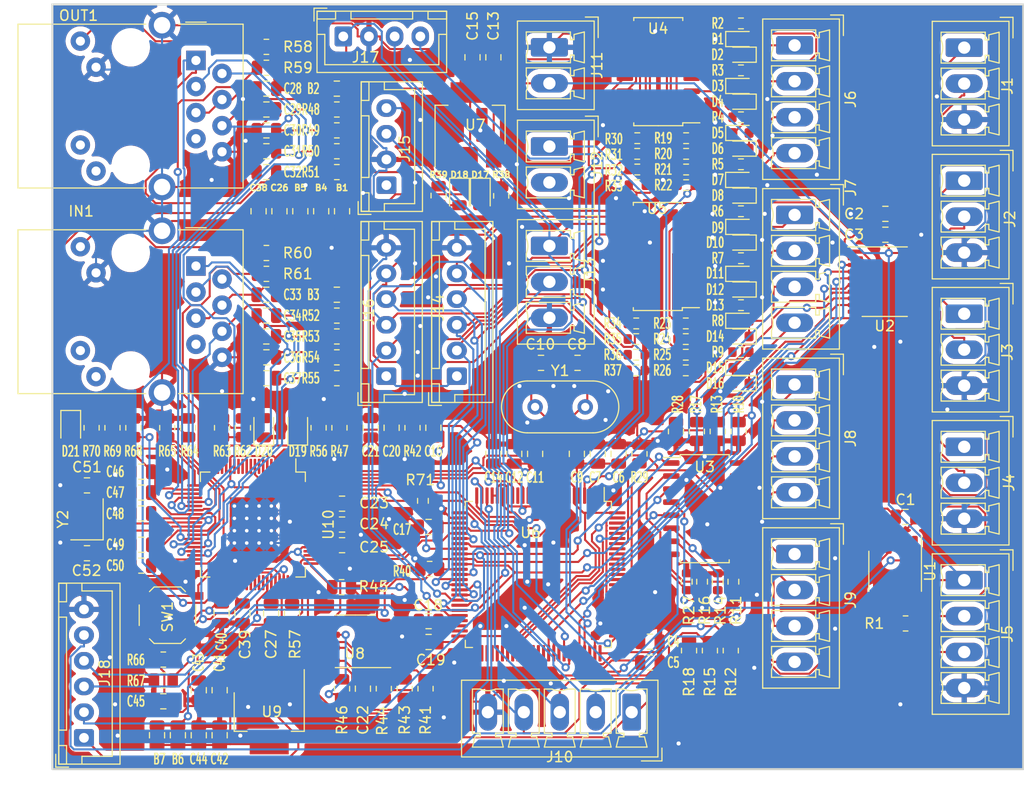
<source format=kicad_pcb>
(kicad_pcb (version 20221018) (generator pcbnew)
  (layers (0 "F.Cu" signal) (31 "B.Cu" signal) (34 "B.Paste" user) (35 "F.Paste" user) (36 "B.SilkS" user "B.Silkscreen") (37 "F.SilkS" user "F.Silkscreen") (38 "B.Mask" user) (39 "F.Mask" user) (44 "Edge.Cuts" user))
  (net 0 "")
  (net 1 "+1V2")
  (net 2 "+3.3V")
  (net 3 "+3.3VA")
  (net 4 "DAC1")
  (net 5 "Net-(D1-K)")
  (net 6 "GND")
  (net 7 "XSCI")
  (net 8 "SPI_SCK")
  (net 9 "SPI_CS")
  (net 10 "SPI_MISO")
  (net 11 "SPI_MOSI")
  (net 12 "I2C_SDA")
  (net 13 "I2C_SCL")
  (net 14 "+5V")
  (net 15 "Net-(IN1-Pad9)")
  (net 16 "Net-(OUT1-Pad9)")
  (net 17 "P0_TXOP")
  (net 18 "SWCLK")
  (net 19 "SWDIO")
  (net 20 "RX")
  (net 21 "TX")
  (net 22 "/STM32F4/BOOT1")
  (net 23 "Net-(D17-A)")
  (net 24 "Net-(D1-A)")
  (net 25 "Net-(IN1-RCT)")
  (net 26 "Net-(OUT1-RCT)")
  (net 33 "Net-(D3-K)")
  (net 34 "Net-(D3-A)")
  (net 35 "SYNC0")
  (net 36 "SYNC1")
  (net 37 "P1_TXOP")
  (net 38 "STEP1_DIR")
  (net 39 "STEP1_STEP")
  (net 40 "STEP2_DIR")
  (net 41 "STEP2_STEP")
  (net 42 "IO1")
  (net 43 "IO2")
  (net 44 "IO3")
  (net 45 "IO4")
  (net 46 "IO5")
  (net 47 "IO6")
  (net 48 "IO7")
  (net 49 "IO8")
  (net 50 "IO9")
  (net 51 "IO10")
  (net 52 "IO11")
  (net 53 "IO12")
  (net 54 "P0_TXON")
  (net 55 "P1_TXON")
  (net 56 "P0_RXIP")
  (net 57 "P1_RXIP")
  (net 58 "P0_RXIN")
  (net 59 "P1_RXIN")
  (net 60 "RESET_MCU")
  (net 61 "EEP_DONE")
  (net 62 "Net-(D5-K)")
  (net 63 "Net-(D5-A)")
  (net 64 "Net-(D7-K)")
  (net 65 "Net-(D7-A)")
  (net 66 "Net-(D15-K)")
  (net 67 "Net-(D15-A)")
  (net 68 "Net-(D18-A)")
  (net 69 "Net-(D19-A)")
  (net 70 "XSCO")
  (net 71 "Net-(D20-A)")
  (net 72 "RSTO")
  (net 73 "P0_ACT")
  (net 74 "P1_ACT")
  (net 75 "PDI_EMU")
  (net 76 "LED_RUN")
  (net 77 "LED_ERR")
  (net 78 "SINT")
  (net 79 "Net-(D21-K)")
  (net 80 "Net-(J5-Pin_2)")
  (net 81 "Net-(J5-Pin_3)")
  (net 82 "Net-(J9-Pin_1)")
  (net 83 "Net-(J9-Pin_2)")
  (net 84 "Net-(J9-Pin_3)")
  (net 85 "Net-(J9-Pin_4)")
  (net 86 "Net-(R6-Pad2)")
  (net 87 "Net-(R7-Pad2)")
  (net 88 "Net-(R8-Pad2)")
  (net 89 "Net-(R9-Pad2)")
  (net 90 "A1V2")
  (net 91 "SCS_FUNC")
  (net 92 "RST_MCU")
  (net 93 "Net-(D10-K)")
  (net 94 "Net-(D10-A)")
  (net 95 "Net-(D11-K)")
  (net 96 "Net-(D11-A)")
  (net 97 "Net-(D13-K)")
  (net 98 "Net-(D13-A)")
  (net 99 "ENC_A")
  (net 100 "ENC_B")
  (net 101 "ENC_Z")
  (net 102 "STEP1_DIR_OUT")
  (net 103 "STEP1_STEP_OUT")
  (net 104 "STEP2_DIR_OUT")
  (net 105 "STEP2_STEP_OUT")
  (net 106 "-24V_FIELD")
  (net 107 "+24V_FIELD")
  (net 108 "STEP3_DIR_OUT")
  (net 109 "STEP3_STEP_OUT")
  (net 110 "STEP4_DIR_OUT")
  (net 111 "STEP4_STEP_OUT")
  (net 112 "STEP3_STEP")
  (net 113 "STEP3_DIR")
  (net 114 "THCAD_CTR")
  (net 115 "STEP4_DIR")
  (net 116 "STEP4_STEP")
  (net 117 "Net-(U6-VCAP_2)")
  (net 118 "Net-(U6-PH0)")
  (net 119 "Net-(U6-PH1)")
  (net 120 "Net-(U6-VCAP_1)")
  (net 121 "Net-(J8-Pin_1)")
  (net 122 "Net-(J8-Pin_2)")
  (net 123 "Net-(J8-Pin_3)")
  (net 124 "Net-(J8-Pin_4)")
  (net 125 "Net-(R5-Pad2)")
  (net 126 "Net-(R2-Pad2)")
  (net 127 "Net-(R16-Pad1)")
  (net 128 "Net-(R19-Pad1)")
  (net 129 "Net-(R20-Pad1)")
  (net 130 "Net-(R21-Pad1)")
  (net 131 "Net-(R22-Pad1)")
  (net 132 "Net-(R23-Pad1)")
  (net 133 "Net-(R24-Pad1)")
  (net 134 "Net-(R25-Pad1)")
  (net 135 "Net-(R3-Pad2)")
  (net 136 "Net-(R27-Pad1)")
  (net 137 "Net-(U6-BOOT0)")
  (net 138 "Net-(U10-I2C_SCL)")
  (net 139 "Net-(U8-WP)")
  (net 140 "Net-(U10-TEST)")
  (net 141 "Net-(U10-SPI_MISO)")
  (net 142 "Net-(U10-P1_SD)")
  (net 143 "Net-(U10-RESET_BG)")
  (net 144 "Net-(U10-P0_SD)")
  (net 219 "Net-(R4-Pad2)")
  (net 220 "Net-(R11-Pad1)")
  (net 221 "Net-(R14-Pad1)")
  (net 222 "Net-(R26-Pad1)")
  (footprint "Connector_Phoenix_MC:PhoenixContact_MCV_1,5_3-G-3.5_1x03_P3.50mm_Vertical" (layer "F.Cu") (at 174.8715 54.1755 -90)
    (fp_text reference "J1")
    (fp_text value "Step1")
  )
  (footprint "Resistor_SMD:R_0603_1608Metric" (layer "F.Cu") (at 153.1365 74.676 180)
    (fp_text reference "R7")
    (fp_text value "4k7")
  )
  (footprint "HakansLibrary:LQFP-80-1EP_10x10mm_P0.4mm_EP5.3x4.5mm_ThermalVias" (layer "F.Cu") (at 105.618 100.605 -90)
    (fp_text reference "U10")
    (fp_text value "AX58100")
  )
  (footprint "Capacitor_SMD:C_0805_2012Metric" (layer "F.Cu") (at 114.3 70.104 -90)
    (fp_text reference "B1")
    (fp_text value "BLM18EG221SN1D")
  )
  (footprint "Resistor_SMD:R_0805_2012Metric" (layer "F.Cu") (at 146.812 91.5435 90)
    (fp_text reference "R28")
    (fp_text value "4k7")
  )
  (footprint "Resistor_SMD:R_0603_1608Metric" (layer "F.Cu") (at 153.1365 65.532 180)
    (fp_text reference "R5")
    (fp_text value "4k7")
  )
  (footprint "Package_QFP:LQFP-100_14x14mm_P0.5mm" (layer "F.Cu") (at 133.414 105.465 -90)
    (fp_text reference "U6")
    (fp_text value "STM32F407VGT6")
  )
  (footprint "Package_SO:SOIC-8_3.9x4.9mm_P1.27mm" (layer "F.Cu") (at 115.59 111.974 180)
    (fp_text reference "U8")
    (fp_text value "24LC32A")
  )
  (footprint "Resistor_SMD:R_0603_1608Metric" (layer "F.Cu") (at 153.1365 79.248 180)
    (fp_text reference "R8")
    (fp_text value "4k7")
  )
  (footprint "Resistor_SMD:R_0805_2012Metric" (layer "F.Cu") (at 121.158 91.186 -90)
    (fp_text reference "R42")
    (fp_text value "22")
  )
  (footprint "Capacitor_SMD:C_0805_2012Metric" (layer "F.Cu") (at 106.9238 82.296)
    (fp_text reference "C35")
    (fp_text value "10pF")
  )
  (footprint "Connector_JST:JST_XH_B6B-XH-A_1x06_P2.50mm_Vertical" (layer "F.Cu") (at 89.174 121.372 90)
    (fp_text reference "J18")
    (fp_text value "Out_opt")
  )
  (footprint "Connector_JST:JST_XH_B6B-XH-A_1x06_P2.50mm_Vertical" (layer "F.Cu") (at 125.476 86.16 90)
    (fp_text reference "J14")
    (fp_text value "In_opt1")
  )
  (footprint "Resistor_SMD:R_0805_2012Metric" (layer "F.Cu") (at 148.082 112.8795 -90)
    (fp_text reference "R18")
    (fp_text value "1k")
  )
  (footprint "Resistor_SMD:R_0603_1608Metric" (layer "F.Cu") (at 153.1365 83.82 180)
    (fp_text reference "R9")
    (fp_text value "4k7")
  )
  (footprint "Resistor_SMD:R_0805_2012Metric" (layer "F.Cu") (at 122.8295 104.931)
    (fp_text reference "R40")
    (fp_text value "22")
  )
  (footprint "Capacitor_SMD:C_0805_2012Metric" (layer "F.Cu") (at 139.192 93.726 90)
    (fp_text reference "C7")
    (fp_text value "0.1uF")
  )
  (footprint "Crystal:Crystal_HC49-4H_Vertical" (layer "F.Cu") (at 133.096 89.154)
    (fp_text reference "Y1")
    (fp_text value "8 MHz")
  )
  (footprint "Resistor_SMD:R_0805_2012Metric" (layer "F.Cu") (at 122.428 116.586 -90)
    (fp_text reference "R41")
    (fp_text value "4k7")
  )
  (footprint "LED_SMD:LED_0805_2012Metric" (layer "F.Cu") (at 87.884 91.186 -90)
    (fp_text reference "D21")
    (fp_text value "Green led")
  )
  (footprint "Capacitor_SMD:C_0805_2012Metric" (layer "F.Cu") (at 106.934 84.328)
    (fp_text reference "C36")
    (fp_text value "10pF")
  )
  (footprint "Capacitor_SMD:C_0805_2012Metric" (layer "F.Cu") (at 144.272 112.014)
    (fp_text reference "C4")
    (fp_text value "0.1uF")
  )
  (footprint "Resistor_SMD:R_0805_2012Metric" (layer "F.Cu") (at 106.934 56.134)
    (fp_text reference "R59")
    (fp_text value "510")
  )
  (footprint "Connector_Phoenix_MC:PhoenixContact_MCV_1,5_3-G-3.5_1x03_P3.50mm_Vertical" (layer "F.Cu") (at 134.4855 73.4795 -90)
    (fp_text reference "J13")
    (fp_text value "DAC")
  )
  (footprint "Resistor_SMD:R_0805_2012Metric" (layer "F.Cu") (at 99.314 91.186 90)
    (fp_text reference "R64")
    (fp_text value "4k7")
  )
  (footprint "Capacitor_SMD:C_0805_2012Metric" (layer "F.Cu") (at 141.224 93.726 90)
    (fp_text reference "C6")
    (fp_text value "0.1uF")
  )
  (footprint "LED_SMD:LED_0603_1608Metric" (layer "F.Cu") (at 153.1365 86.868 180)
    (fp_text reference "D16")
    (fp_text value "Red led")
  )
  (footprint "Resistor_SMD:R_0603_1608Metric" (layer "F.Cu") (at 147.797 67.564)
    (fp_text reference "R22")
    (fp_text value "1k")
  )
  (footprint "Capacitor_SMD:C_0805_2012Metric" (layer "F.Cu") (at 106.934 62.23)
    (fp_text reference "C30")
    (fp_text value "10pF")
  )
  (footprint "Capacitor_SMD:C_0805_2012Metric" (layer "F.Cu") (at 129.032 55.118 90)
    (fp_text reference "C13")
    (fp_text value "10uF")
  )
  (footprint "LED_SMD:LED_0603_1608Metric" (layer "F.Cu") (at 153.1365 85.344)
    (fp_text reference "D15")
    (fp_text value "Yellow led")
  )
  (footprint "Resistor_SMD:R_0603_1608Metric" (layer "F.Cu") (at 147.797 66.04)
    (fp_text reference "R21")
    (fp_text value "1k")
  )
  (footprint "Resistor_SMD:R_0805_2012Metric" (layer "F.Cu") (at 91.948 91.186 -90)
    (fp_text reference "R69")
    (fp_text value "510")
  )
  (footprint "Capacitor_SMD:C_0805_2012Metric" (layer "F.Cu") (at 122.726 112.043 180)
    (fp_text reference "C19")
    (fp_text value "0.1uF")
  )
  (footprint "LED_SMD:LED_0603_1608Metric" (layer "F.Cu") (at 153.1365 80.772)
    (fp_text reference "D13")
    (fp_text value "Yellow led")
  )
  (footprint "Resistor_SMD:R_0603_1608Metric" (layer "F.Cu") (at 142.939 81.026)
    (fp_text reference "R34")
    (fp_text value "39k")
  )
  (footprint "Capacitor_SMD:C_0805_2012Metric" (layer "F.Cu") (at 122.726 100.838 180)
    (fp_text reference "C17")
    (fp_text value "0.1uF")
  )
  (footprint "Resistor_SMD:R_0603_1608Metric" (layer "F.Cu") (at 153.1365 60.96 180)
    (fp_text reference "R4")
    (fp_text value "4k7")
  )
  (footprint "Capacitor_SMD:C_0805_2012Metric" (layer "F.Cu") (at 106.934 64.262)
    (fp_text reference "C31")
    (fp_text value "10pF")
  )
  (footprint "LED_SMD:LED_0603_1608Metric" (layer "F.Cu") (at 153.1365 73.152 180)
    (fp_text reference "D10")
    (fp_text value "Red led")
  )
  (footprint "Capacitor_SMD:C_0805_2012Metric" (layer "F.Cu") (at 107.396 109.241 -90)
    (fp_text reference "C27")
    (fp_text value "0.1uF")
  )
  (footprint "Capacitor_SMD:C_0805_2012Metric" (layer "F.Cu") (at 122.726 110.011)
    (fp_text reference "C18")
    (fp_text value "2.2uF")
  )
  (footprint "LED_SMD:LED_0805_2012Metric" (layer "F.Cu") (at 127.762 68.58 -90)
    (fp_text reference "D17")
    (fp_text value "Blue led")
  )
  (footprint "LED_SMD:LED_0603_1608Metric" (layer "F.Cu") (at 153.125 67.056)
    (fp_text reference "D7")
    (fp_text value "Yellow led")
  )
  (footprint "LED_SMD:LED_0603_1608Metric" (layer "F.Cu") (at 153.1365 62.484)
    (fp_text reference "D5")
    (fp_text value "Yellow led")
  )
  (footprint "Resistor_SMD:R_0805_2012Metric" (layer "F.Cu") (at 106.934 74.168)
    (fp_text reference "R60")
    (fp_text value "510")
  )
  (footprint "Capacitor_SMD:C_0805_2012Metric" (layer "F.Cu") (at 131.064 93.726 90)
    (fp_text reference "C12")
    (fp_text value "0.1uF")
  )
  (footprint "LED_SMD:LED_0603_1608Metric" (layer "F.Cu") (at 153.1365 82.296 180)
    (fp_text reference "D14")
    (fp_text value "Red led")
  )
  (footprint "Resistor_SMD:R_0805_2012Metric" (layer "F.Cu") (at 113.792 62.23)
    (fp_text reference "R49")
    (fp_text value "49.9")
  )
  (footprint "Resistor_SMD:R_0805_2012Metric" (layer "F.Cu") (at 114.254 106.701 180)
    (fp_text reference "R45")
    (fp_text value "4k7")
  )
  (footprint "Resistor_SMD:R_0603_1608Metric" (layer "F.Cu") (at 147.797 64.516)
    (fp_text reference "R20")
    (fp_text value "1k")
  )
  (footprint "Capacitor_SMD:C_0805_2012Metric" (layer "F.Cu") (at 106.9238 78.232 180)
    (fp_text reference "C33")
    (fp_text value "0.1uF")
  )
  (footprint "Resistor_SMD:R_0603_1608Metric" (layer "F.Cu") (at 153.1365 51.816 180)
    (fp_text reference "R2")
    (fp_text value "4k7")
  )
  (footprint "Capacitor_SMD:C_0805_2012Metric" (layer "F.Cu") (at 89.466 96.795)
    (fp_text reference "C51")
    (fp_text value "18pF")
  )
  (footprint "Crystal:Crystal_SMD_SeikoEpson_TSX3225-4Pin_3.2x2.5mm" (layer "F.Cu") (at 89.466 100.097 90)
    (fp_text reference "Y2")
    (fp_text value "NXK25.000AE12F-KAB6-12")
  )
  (footprint "Resistor_SMD:R_0805_2012Metric" (layer "F.Cu") (at 96.8975 115.784)
    (fp_text reference "R67")
    (fp_text value "4k7")
  )
  (footprint "Resistor_SMD:R_0603_1608Metric" (layer "F.Cu") (at 153.1365 56.388 180)
    (fp_text reference "R3")
    (fp_text value "4k7")
  )
  (footprint "Resistor_SMD:R_0805_2012Metric" (layer "F.Cu") (at 112.014 91.186 90)
    (fp_text reference "R56")
    (fp_text value "510")
  )
  (footprint "Connector_Phoenix_MC:PhoenixContact_MCV_1,5_3-G-3.5_1x03_P3.50mm_Vertical" (layer "F.Cu") (at 174.8715 80.0835 -90)
    (fp_text reference "J3")
    (fp_text value "Step3")
  )
  (footprint "Package_SO:SO-8_3.9x4.9mm_P1.27mm" (layer "F.Cu") (at 168.148 105.156 -90)
    (fp_text reference "U1")
    (fp_text value "MAX3485CSA/ESA")
  )
  (footprint "Resistor_SMD:R_0805_2012Metric" (layer "F.Cu") (at 129.794 68.605 90)
    (fp_text reference "R38")
    (fp_text value "1k")
  )
  (footprint "Connector_JST:JST_XH_B6B-XH-A_1x06_P2.50mm_Vertical" (layer "F.Cu") (at 118.601 86.16 90)
    (fp_text reference "J16")
    (fp_text value "In_opt2")
  )
  (footprint "Capacitor_SMD:C_0805_2012Metric" (layer "F.Cu") (at 144.272 114.046 180)
    (fp_text reference "C5")
    (fp_text value "2.2uF")
  )
  (footprint "Connector_Phoenix_MC:PhoenixContact_MCV_1,5_4-G-3.5_1x04_P3.50mm_Vertical" (layer "F.Cu") (at 158.3615 103.4795 -90)
    (fp_text reference "J9")
    (fp_text value "Output3-4")
  )
  (footprint "Capacitor_SMD:C_0805_2012Metric" (layer "F.Cu") (at 117.094 91.186 90)
    (fp_text reference "C21")
    (fp_text value "0.1uF")
  )
  (footprint "Capacitor_SMD:C_0805_2012Metric" (layer "F.Cu") (at 106.934 86.36)
    (fp_text reference "C37")
    (fp_text value "10pF")
  )
  (footprint "Capacitor_SMD:C_0805_2012Metric" (layer "F.Cu") (at 123.19 91.186 90)
    (fp_text reference "C16")
    (fp_text value "0.1uF")
  )
  (footprint "Resistor_SMD:R_0805_2012Metric" (layer "F.Cu") (at 93.98 91.186 90)
    (fp_text reference "R68")
    (fp_text value "4k7")
  )
  (footprint "Connector_Phoenix_MC:PhoenixContact_MCV_1,5_2-G-3.5_1x02_P3.50mm_Vertical" (layer "F.Cu") (at 134.4855 54.1475 -90)
    (fp_text reference "J11")
    (fp_text value "5V Power IN")
  )
  (footprint "Capacitor_SMD:C_0805_2012Metric" (layer "F.Cu") (at 133.096 93.726 90)
    (fp_text reference "C11")
    (fp_text value "0.1uF")
  )
  (footprint "LED_SMD:LED_0603_1608Metric" (layer "F.Cu") (at 153.1365 59.436 180)
    (fp_text reference "D4")
    (fp_text value "Red led")
  )
  (footprint "HakansLibrary:PulseJack JB0011D01BNL" (layer "F.Cu") (at 100.076 75.438 90)
    (fp_text reference "IN1")
    (fp_text value "J0011D01BNL")
  )
  (footprint "Connector_JST:JST_XH_B4B-XH-A_1x04_P2.50mm_Vertical" (layer "F.Cu") (at 114.42 53.086)
    (fp_text reference "J17")
    (fp_text value "STLINK")
  )
  (footprint "Capacitor_SMD:C_0805_2012Metric" (layer "F.Cu") (at 104.602 109.241 -90)
    (fp_text reference "C39")
    (fp_text value "0.1uF")
  )
  (footprint "Capacitor_SMD:C_0805_2012Metric" (layer "F.Cu") (at 133.67 84.865 180)
    (fp_text reference "C10")
    (fp_text value "22pF")
  )
  (footprint "Capacitor_SMD:C_0805_2012Metric" (layer "F.Cu") (at 98.318 121.118 90)
    (fp_text reference "B6")
    (fp_text value "BLM18EG221SN1D")
  )
  (footprint "Capacitor_SMD:C_0805_2012Metric" (layer "F.Cu") (at 113.792 58.166 180)
    (fp_text reference "B2")
    (fp_text value "BLM18EG221S")
  )
  (footprint "Resistor_SMD:R_0805_2012Metric" (layer "F.Cu") (at 118.364 116.586 -90)
    (fp_text reference "R44")
    (fp_text value "4k7")
  )
  (footprint "Capacitor_SMD:C_0805_2012Metric" (layer "F.Cu") (at 137.226 84.865)
    (fp_text reference "C8")
    (fp_text value "22pF")
  )
  (footprint "Resistor_SMD:R_0805_2012Metric" (layer "F.Cu") (at 109.428 109.241 -90)
    (fp_text reference "R57")
    (fp_text value "22")
  )
  (footprint "Capacitor_SMD:C_0805_2012Metric" (layer "F.Cu") (at 94.762 95.464 180)
    (fp_text reference "C46")
    (fp_text value "0.1uF")
  )
  (footprint "Resistor_SMD:R_0603_1608Metric" (layer "F.Cu") (at 142.939 85.598)
    (fp_text reference "R37")
    (fp_text value "39k")
  )
  (footprint "LED_SMD:LED_0603_1608Metric" (layer "F.Cu") (at 153.1365 57.912)
    (fp_text reference "D3")
    (fp_text value "Yellow led")
  )
  (footprint "Connector_Phoenix_MC:PhoenixContact_MCV_1,5_2-G-3.5_1x02_P3.50mm_Vertical" (layer "F.Cu") (at 134.4855 63.7995 -90)
    (fp_text reference "J12")
    (fp_text value "24V Field")
  )
  (footprint "Capacitor_SMD:C_0805_2012Metric" (layer "F.Cu") (at 113.792 78.232 180)
    (fp_text reference "B3")
    (fp_text value "BLM18EG221S")
  )
  (footprint "Connector_Phoenix_MC:PhoenixContact_MCV_1,5_4-G-3.5_1x04_P3.50mm_Vertical" (layer "F.Cu") (at 158.3615 53.9495 -90)
    (fp_text reference "J6")
    (fp_text value "In1-4")
  )
  (footprint "Resistor_SMD:R_0805_2012Metric" (layer "F.Cu") (at 113.792 66.294)
    (fp_text reference "R51")
    (fp_text value "49.9")
  )
  (footprint "Capacitor_SMD:C_0805_2012Metric" (layer "F.Cu") (at 94.762 102.576 180)
    (fp_text reference "C49")
    (fp_text value "0.1uF")
  )
  (footprint "Connector_Phoenix_MC:PhoenixContact_MCV_1,5_5-G-3.5_1x05_P3.50mm_Vertical" (layer "F.Cu") (at 142.494 118.872 180)
    (fp_text reference "J10")
    (fp_text value "Encoder")
  )
  (footprint "Resistor_SMD:R_0805_2012Metric" (layer "F.Cu") (at 106.934 54.102)
    (fp_text reference "R58")
    (fp_text value "510")
  )
  (footprint "Capacitor_SMD:C_0805_2012Metric" (layer "F.Cu") (at 100.35 116.734 -90)
    (fp_text reference "C43")
    (fp_text value "0.1uF")
  )
  (footprint "Resistor_SMD:R_0805_2012Metric" (layer "F.Cu") (at 113.792 84.328)
    (fp_text reference "R54")
    (fp_text value "49.9")
  )
  (footprint "Capacitor_SMD:C_0805_2012Metric" (layer "F.Cu") (at 114.3 100.605)
    (fp_text reference "C24")
    (fp_text value "0.1uF")
  )
  (footprint "Capacitor_SMD:C_0805_2012Metric" (layer "F.Cu") (at 129.032 93.726 90)
    (fp_text reference "C14")
    (fp_text value "0.1uF")
  )
  (footprint "Capacitor_SMD:C_0805_2012Metric" (layer "F.Cu") (at 89.466 103.399 180)
    (fp_text reference "C52")
    (fp_text value "18pF")
  )
  (footprint "Package_TO_SOT_SMD:SOT-223-3_TabPin2" (layer "F.Cu") (at 126.766 61.6945 90)
    (fp_text reference "U7")
    (fp_text value "AMS1117-3.3")
  )
  (footprint "Capacitor_SMD:C_0805_2012Metric" (layer "F.Cu") (at 112.268 70.104 -90)
    (fp_text reference "B4")
    (fp_text value "BLM18EG221SN1D")
  )
  (footprint "Resistor_SMD:R_0805_2012Metric" (layer "F.Cu") (at 102.616 91.186 -90)
    (fp_text reference "R63")
    (fp_text value "4k7")
  )
  (footprint "Capacitor_SMD:C_0805_2012Metric" (layer "F.Cu") (at 106.934 58.166 180)
    (fp_text reference "C28")
    (fp_text value "0.1uF")
  )
  (footprint "Capacitor_SMD:C_0805_2012Metric" (layer "F.Cu") (at 114.3 102.616)
    (fp_text reference "C25")
    (fp_text value "0.1uF")
  )
  (footprint "Resistor_SMD:R_0603_1608Metric" (layer "F.Cu") (at 142.939 82.55)
    (fp_text reference "R35")
    (fp_text value "39k")
  )
  (footprint "Capacitor_SMD:C_0805_2012Metric" (layer "F.Cu") (at 169.158 99.867)
    (fp_text reference "C1")
    (fp_text value "0.1uF")
  )
  (footprint "Connector_Phoenix_MC:PhoenixContact_MCV_1,5_3-G-3.5_1x03_P3.50mm_Vertical" (layer "F.Cu") (at 174.8715 67.1295 -90)
    (fp_text reference "J2")
    (fp_text value "Step2")
  )
  (footprint "Connector_JST:JST_XH_B4B-XH-A_1x04_P2.50mm_Vertical" (layer "F.Cu") (at 118.618 67.564 90)
    (fp_text reference "J15")
    (fp_text value "Serial usart1")
  )
  (footprint "Resistor_SMD:R_0805_2012Metric" (layer "F.Cu") (at 152.146 112.8795 -90)
    (fp_text reference "R12")
    (fp_text value "1k")
  )
  (footprint "Button_Switch_SMD:SW_Push_1P1T_XKB_TS-1187A" (layer "F.Cu") (at 97.302 109.434 180)
    (fp_text reference "SW1")
    (fp_text value "SW PB")
  )
  (footprint "Package_SO:SOIC-16_4.55x10.3mm_P1.27mm" (layer "F.Cu") (at 149.606 99.06)
    (fp_text reference "U3")
    (fp_text value "TLP292-4")
  )
  (footprint "Resistor_SMD:R_0805_2012Metric" (layer "F.Cu") (at 104.648 91.186 90)
    (fp_text reference "R62")
    (fp_text value "510")
  )
  (footprint "Resistor_SMD:R_0603_1608Metric" (layer "F.Cu") (at 147.765 82.55)
    (fp_text reference "R24")
    (fp_text value "1k")
  )
  (footprint "Resistor_SMD:R_0603_1608Metric" (layer "F.Cu") (at 147.797 62.992)
    (fp_text reference "R19")
    (fp_text value "1k")
  )
  (footprint "Capacitor_SMD:C_0805_2012Metric" (layer "F.Cu") (at 96.8975 117.816 180)
    (fp_text reference "C45")
    (fp_text value "1uF")
  )
  (footprint "Resistor_SMD:R_0603_1608Metric" (layer "F.Cu") (at 147.765 81.026)
    (fp_text reference "R23")
    (fp_text value "1k")
  )
  (footprint "Capacitor_SMD:C_0805_2012Metric" (layer "F.Cu") (at 167.198 72.39)
    (fp_text reference "C3")
    (fp_text value "0.1uF")
  )
  (footprint "Capacitor_SMD:C_0805_2012Metric" (layer "F.Cu") (at 106.934 80.264)
    (fp_text reference "C34")
    (fp_text value "10pF")
  )
  (footprint "LED_SMD:LED_0805_2012Metric" (layer "F.Cu") (at 106.68 91.186 90)
    (fp_text reference "D20")
    (fp_text value "Red led")
  )
  (footprint "Capacitor_SMD:C_0805_2012Metric" (layer "F.Cu") (at 127 55.118 90)
    (fp_text reference "C15")
    (fp_text value "0.1uF")
  )
  (footprint "Connector_Phoenix_MC:PhoenixContact_MCV_1,5_3-G-3.5_1x03_P3.50mm_Vertical" (layer "F.Cu") (at 174.8715 93.0375 -90)
    (fp_text reference "J4")
    (fp_text value "Step4")
  )
  (footprint "Connector_Phoenix_MC:PhoenixContact_MCV_1,5_4-G-3.5_1x04_P3.50mm_Vertical" (layer "F.Cu") (at 158.3615 86.9695 -90)
    (fp_text reference "J8")
    (fp_text value "Output1-2")
  )
  (footprint "Resistor_SMD:R_0603_1608Metric" (layer "F.Cu") (at 143.034 64.516)
    (fp_text reference "R31")
    (fp_text value "39k")
  )
  (footprint "Resistor_SMD:R_0603_1608Metric" (layer "F.Cu") (at 150.876 106.172 90)
    (fp_text reference "R14")
    (fp_text value "330")
  )
  (footprint "Resistor_SMD:R_0603_1608Metric" (layer "F.Cu") (at 122.174 98.298 -90)
    (fp_text reference "R71")
    (fp_text value "4k7")
  )
  (footprint "Resistor_SMD:R_0603_1608Metric" (layer "F.Cu") (at 147.765 84.074)
    (fp_text reference "R25")
    (fp_text value "1k")
  )
  (footprint "Resistor_SMD:R_0805_2012Metric" (layer "F.Cu") (at 120.396 116.586 -90)
    (fp_text reference "R43")
    (fp_text value "4k7")
  )
  (footprint "Resistor_SMD:R_0603_1608Metric" (layer "F.Cu") (at 147.765 85.598)
    (fp_text reference "R26")
    (fp_text value "1k")
  )
  (footprint "LED_SMD:LED_0603_1608Metric" (layer "F.Cu") (at 153.1365 53.34)
    (fp_text reference "D1")
    (fp_text value "Yellow led")
  )
  (footprint "Capacitor_SMD:C_0805_2012Metric" (layer "F.Cu") (at 108.204 70.104 -90)
    (fp_text reference "C26")
    (fp_text value "0.1uF")
  )
  (footprint "Capacitor_SMD:C_0805_2012Metric" (layer "F.Cu") (at 94.762 104.608 180)
    (fp_text reference "C50")
    (fp_text value "0.1uF")
  )
  (footprint "LED_SMD:LED_0603_1608Metric" (layer "F.Cu") (at 153.1365 68.58 180)
    (fp_text reference "D8")
    (fp_text value "Red led")
  )
  (footprint "Capacitor_SMD:C_0805_2012Metric" (layer "F.Cu") (at 114.3 98.573)
    (fp_text reference "C23")
    (fp_text value "0.1uF")
  )
  (footprint "Capacitor_SMD:C_0805_2012Metric" (layer "F.Cu") (at 106.934 60.198 180)
    (fp_text reference "C29")
    (fp_text value "10pF")
  )
  (footprint "LED_SMD:LED_0805_2012Metric" (layer "F.Cu") (at 109.982 91.186 90)
    (fp_text reference "D19")
    (fp_text value "Green led")
  )
  (footprint "Capacitor_SMD:C_0805_2012Metric" (layer "F.Cu") (at 102.382 121.118 90)
    (fp_text reference "C42")
    (fp_text value "10uF")
  )
  (footprint "LED_SMD:LED_0603_1608Metric" (layer "F.Cu") (at 153.1365 64.008 180)
    (fp_text reference "D6")
    (fp_text value "Red led")
  )
  (footprint "Package_SO:SOIC-16_4.55x10.3mm_P1.27mm" (layer "F.Cu") (at 145.086 56.515 180)
    (fp_text reference "U4")
    (fp_text value "TLP292-4")
  )
  (footprint "LED_SMD:LED_0603_1608Metric" (layer "F.Cu") (at 153.1365 76.2)
    (fp_text reference "D11")
    (fp_text value "Yellow led")
  )
  (footprint "Connector_Phoenix_MC:PhoenixContact_MCV_1,5_4-G-3.5_1x04_P3.50mm_Vertical" (layer "F.Cu") (at 174.8715 106.0195 -90)
    (fp_text reference "J5")
    (fp_text value "THCAD")
  )
  (footprint "Resistor_SMD:R_0805_2012Metric" (layer "F.Cu") (at 143.256 93.726 -90)
    (fp_text reference "R29")
    (fp_text value "22")
  )
  (footprint "Resistor_SMD:R_0805_2012Metric" (layer "F.Cu") (at 89.916 91.186 -90)
    (fp_text reference "R70")
    (fp_text value "4k7")
  )
  (footprint "Capacitor_SMD:C_0805_2012Metric" (layer "F.Cu") (at 100.35 121.118 90)
    (fp_text reference "C44")
    (fp_text value "0.1uF")
  )
  (footprint "LED_SMD:LED_0805_2012Metric" (layer "F.Cu") (at 125.73 68.58 -90)
    (fp_text reference "D18")
    (fp_text value "Blue led")
  )
  (footprint "Resistor_SMD:R_0603_1608Metric" (layer "F.Cu") (at 153.1365 70.104 180)
    (fp_text reference "R6")
    (fp_text value "4k7")
  )
  (footprint "Package_TO_SOT_SMD:SOT-223-3_TabPin2" (layer "F.Cu") (at 107.208 118.832 -90)
    (fp_text reference "U9")
    (fp_text value "AMS1117-1.2")
  )
  (footprint "Capacitor_SMD:C_0805_2012Metric" (layer "F.Cu") (at 116.332 116.586 90)
    (fp_text reference "C22")
    (fp_text value "0.1uF")
  )
  (footprint "Package_SO:SOIC-16_4.55x10.3mm_P1.27mm" (layer "F.Cu") (at 145.043 74.509 180)
    (fp_text reference "U5")
    (fp_text value "TLP292-4")
  )
  (footprint "Resistor_SMD:R_0805_2012Metric" (layer "F.Cu") (at 113.792 64.262)
    (fp_text reference "R50")
    (fp_text value "49.9")
  )
  (footprint "Resistor_SMD:R_0805_2012Metric" (layer "F.Cu") (at 113.792 86.36)
    (fp_text reference "R55")
    (fp_text value "49.9")
  )
  (footprint "Capacitor_SMD:C_0805_2012Metric" (layer "F.Cu") (at 167.198 70.358)
    (fp_text reference "C2")
    (fp_text value "0.1uF")
  )
  (footprint "Resistor_SMD:R_0603_1608Metric" (layer "F.Cu") (at 143.043 62.992)
    (fp_text reference "R30")
    (fp_text value "39k")
  )
  (footprint "Resistor_SMD:R_0805_2012Metric" (layer "F.Cu") (at 113.792 80.264)
    (fp_text reference "R52")
    (fp_text value "49.9")
  )
  (footprint "LED_SMD:LED_0603_1608Metric" (layer "F.Cu") (at 153.1365 77.724 180)
    (fp_text reference "D12")
    (fp_text value "Red led")
  )
  (footprint "Capacitor_SMD:C_0805_2012Metric" (layer "F.Cu") (at 137.16 93.726 90)
    (fp_text reference "C9")
    (fp_text value "0.1uF")
  )
  (footprint "Resistor_SMD:R_0805_2012Metric" (layer "F.Cu") (at 114.046 91.186 90)
    (fp_text reference "R47")
    (fp_text value "4k7")
  )
  (footprint "Resistor_SMD:R_0805_2012Metric" (layer "F.Cu") (at 114.3 116.586 90)
    (fp_text reference "R46")
    (fp_text value "22")
  )
  (footprint "Resistor_SMD:R_0805_2012Metric" (layer "F.Cu") (at 106.934 76.2)
    (fp_text reference "R61")
    (fp_text value "510")
  )
  (footprint "Resistor_SMD:R_0603_1608Metric" (layer "F.Cu") (at 142.939 84.074)
    (fp_text reference "R36")
    (fp_text value "39k")
  )
  (footprint "Resistor_SMD:R_0805_2012Metric" (layer "F.Cu") (at 169.164 110.236)
    (fp_text reference "R1")
    (fp_text value "120")
  )
  (footprint "Capacitor_SMD:C_0805_2012Metric" (layer "F.Cu") (at 94.762 99.528 180)
    (fp_text reference "C48")
    (fp_text value "0.1uF")
  )
  (footprint "HakansLibrary:PulseJack JB0011D01BNL" (layer "F.Cu") (at 100.076 55.4228 90)
    (fp_text reference "OUT1")
    (fp_text value "J0011D01BNL")
  )
  (footprint "Capacitor_SMD:C_0805_2012Metric" (layer "F.Cu") (at 106.934 66.294)
    (fp_text reference "C32")
    (fp_text value "10pF")
  )
  (footprint "Capacitor_SMD:C_0805_2012Metric" (layer "F.Cu") (at 106.172 70.104 -90)
    (fp_text reference "C38")
    (fp_text value "10uF")
  )
  (footprint "Resistor_SMD:R_0805_2012Metric" (layer "F.Cu") (at 96.8975 113.752)
    (fp_text reference "R66")
    (fp_text value "4k7")
  )
  (footprint "LED_SMD:LED_0603_1608Metric" (layer "F.Cu") (at 153.1365 71.628)
    (fp_text reference "D9")
    (fp_text value "Yellow led")
  )
  (footprint "Capacitor_SMD:C_0805_2012Metric" (layer "F.Cu") (at 96.286 121.118 90)
    (fp_text reference "B7")
    (fp_text value "BLM18EG221SN1D")
  )
  (footprint "Resistor_SMD:R_0603_1608Metric" (layer "F.Cu") (at 143.043 66.04)
    (fp_text reference "R32")
    (fp_text value "39k")
  )
  (footprint "Resistor_SMD:R_0805_2012Metric" (layer "F.Cu") (at 97.282 91.186 90)
    (fp_text reference "R65")
    (fp_text value "12k 1%")
  )
  (footprint "Capacitor_SMD:C_0805_2012Metric" (layer "F.Cu") (at 110.236 70.104 -90)
    (fp_text reference "B5")
    (fp_text value "BLM18EG221SN1D")
  )
  (footprint "Capacitor_SMD:C_0805_2012Metric" (layer "F.Cu") (at 119.126 91.186 90)
    (fp_text reference "C20")
    (fp_text value "0.1uF")
  )
  (footprint "Resistor_SMD:R_0805_2012Metric" (layer "F.Cu") (at 150.876 91.5435 90)
    (fp_text reference "R13")
    (fp_text value "4k7")
  )
  (footprint "Resistor_SMD:R_0805_2012Metric" (layer "F.Cu") (at 150.114 112.8795 -90)
    (fp_text reference "R15")
    (fp_text value "1k")
  )
  (footprint "Capacitor_SMD:C_0805_2012Metric" (layer "F.Cu") (at 102.382 116.734 -90)
    (fp_text reference "C41")
    (fp_text value "10uF")
  )
  (footprint "Resistor_SMD:R_0805_2012Metric" (layer "F.Cu") (at 123.698 68.58 90)
    (fp_text reference "R39")
    (fp_text value "1k")
  )
  (footprint "Capacitor_SMD:C_0805_2012Metric" (layer "F.Cu") (at 94.762 97.496 180)
    (fp_text reference "C47")
    (fp_text value "0.1uF")
  )
  (footprint "Resistor_SMD:R_0805_2012Metric" (layer "F.Cu") (at 113.792 82.296)
    (fp_text reference "R53")
    (fp_text value "49.9")
  )
  (footprint "Resistor_SMD:R_0603_1608Metric" (layer "F.Cu") (at 152.4 106.172 90)
    (fp_text reference "R11")
    (fp_text value "330")
  )
  (footprint "Capacitor_SMD:C_0805_2012Metric" (layer "F.Cu") (at 102.57 109.241 -90)
    (fp_text reference "C40")
    (fp_text value "0.1uF")
  )
  (footprint "LED_SMD:LED_0603_1608Metric" (layer "F.Cu") (at 153.1365 54.864 180)
    (fp_text reference "D2")
    (fp_text value "Red led")
  )
  (footprint "Package_SO:TSSOP-20_4.4x6.5mm_P0.65mm" (layer "F.Cu") (at 167.132 76.962)
    (fp_text reference "U2")
    (fp_text value "TXS0108EPW")
  )
  (footprint "Resistor_SMD:R_0603_1608Metric" (layer "F.Cu") (at 143.043 67.564)
    (fp_text reference "R33")
    (fp_text value "39k")
  )
  (footprint "Connector_Phoenix_MC:PhoenixContact_MCV_1,5_4-G-3.5_1x04_P3.50mm_Vertical" (layer "F.Cu") (at 158.3615 70.4595 -90)
    (fp_text reference "J7")
    (fp_text value "In5-8")
  )
  (footprint "Resistor_SMD:R_0805_2012Metric" (layer "F.Cu") (at 152.908 91.5435 90)
    (fp_text reference "R10")
    (fp_text value "4k7")
  )
  (footprint "Resistor_SMD:R_0805_2012Metric" (layer "F.Cu") (at 113.792 60.198)
    (fp_text reference "R48")
    (fp_text value "49.9")
  )
  (footprint "Resistor_SMD:R_0603_1608Metric" (layer "F.Cu") (at 147.858 106.172 90)
    (fp_text reference "R27")
    (fp_text value "330")
  )
  (footprint "Resistor_SMD:R_0805_2012Metric" (layer "F.Cu") (at 148.844 91.5435 90)
    (fp_text reference "R17")
    (fp_text value "4k7")
  )
  (footprint "Resistor_SMD:R_0603_1608Metric" (layer "F.Cu") (at 149.352 106.172 90)
    (fp_text reference "R16")
    (fp_text value "330")
  )
  (gr_rect (start 86.1006 49.9726) (end 180.614 124.42) (stroke (width 0.2)) (fill none) (layer "Edge.Cuts"))
  (segment (start 103.4164 117.2809) (end 102.8695 116.734) (width 0.2) (layer "F.Cu") (net 1))
  (segment (start 100.4972 109.8119) (end 100.7521 109.8119) (width 0.2) (layer "F.Cu") (net 1))
  (segment (start 107.6192 93.9376) (end 107.818 94.1364) (width 0.2) (layer "F.Cu") (net 1))
  (segment (start 106.2061 115.682) (end 106.2061 114.8053) (width 0.2) (layer "F.Cu") (net 1))
  (segment (start 108.664001 96.980001) (end 103.837101 96.980001) (width 0.2) (layer "F.Cu") (net 1))
  (segment (start 100.2282 114.0257) (end 100.2282 113.4858) (width 0.2) (layer "F.Cu") (net 1))
  (segment (start 111.2805 100.005) (end 110.499326 100.005) (width 0.2) (layer "F.Cu") (net 1))
  (segment (start 102.8695 116.734) (end 99.8138 116.734) (width 0.2) (layer "F.Cu") (net 1))
  (segment (start 107.396 108.291) (end 107.396 106.2895) (width 0.2) (layer "F.Cu") (net 1))
  (segment (start 103.4164 121.982) (end 107.208 121.982) (width 0.2) (layer "F.Cu") (net 1))
  (segment (start 101.1351 100.005) (end 101.2982 100.1681) (width 0.2) (layer "F.Cu") (net 1))
  (segment (start 100.35 122.068) (end 98.318 122.068) (width 0.2) (layer "F.Cu") (net 1))
  (segment (start 107.208 115.682) (end 106.2061 115.682) (width 0.2) (layer "F.Cu") (net 1))
  (segment (start 96.189 100.005) (end 95.712 99.528) (width 0.2) (layer "F.Cu") (net 1))
  (segment (start 99.9555 100.005) (end 101.1351 100.005) (width 0.2) (layer "F.Cu") (net 1))
  (segment (start 104.602 108.291) (end 103.818 107.507) (width 0.2) (layer "F.Cu") (net 1))
  (segment (start 103.418 94.9425) (end 103.418 94.1051) (width 0.2) (layer "F.Cu") (net 1))
  (segment (start 122.4367 92.8893) (end 123.19 92.136) (width 0.2) (layer "F.Cu") (net 1))
  (segment (start 107.818 94.1364) (end 107.818 94.9425) (width 0.2) (layer "F.Cu") (net 1))
  (segment (start 103.4164 121.982) (end 103.4164 117.2809) (width 0.2) (layer "F.Cu") (net 1))
  (segment (start 103.652 109.241) (end 104.602 108.291) (width 0.2) (layer "F.Cu") (net 1))
  (segment (start 99.3716 116.2918) (end 99.3716 114.8823) (width 0.2) (layer "F.Cu") (net 1))
  (segment (start 103.9738 105.2743) (end 107.2079 105.2743) (width 0.2) (layer "F.Cu") (net 1))
  (segment (start 107.418 105.4844) (end 107.418 106.2675) (width 0.2) (layer "F.Cu") (net 1))
  (segment (start 115.9292 93.3008) (end 108.6536 93.3008) (width 0.2) (layer "F.Cu") (net 1))
  (segment (start 99.9555 100.005) (end 96.189 100.005) (width 0.2) (layer "F.Cu") (net 1))
  (segment (start 110.293 98.609) (end 108.664001 96.980001) (width 0.2) (layer "F.Cu") (net 1))
  (segment (start 103.818 107.507) (end 103.818 106.2675) (width 0.2) (layer "F.Cu") (net 1))
  (segment (start 105.4265 114.0257) (end 100.2282 114.0257) (width 0.2) (layer "F.Cu") (net 1))
  (segment (start 103.418 94.1051) (end 103.5855 93.9376) (width 0.2) (layer "F.Cu") (net 1))
  (segment (start 102.382 122.068) (end 100.35 122.068) (width 0.2) (layer "F.Cu") (net 1))
  (segment (start 103.418 96.5609) (end 103.526881 96.669781) (width 0.2) (layer "F.Cu") (net 1))
  (segment (start 117.8473 92.8893) (end 122.4367 92.8893) (width 0.2) (layer "F.Cu") (net 1))
  (segment (start 100.7521 109.8119) (end 101.4924 109.8119) (width 0.2) (layer "F.Cu") (net 1))
  (segment (start 103.818 105.4301) (end 103.9738 105.2743) (width 0.2) (layer "F.Cu") (net 1))
  (segment (start 103.837101 96.980001) (end 103.526881 96.669781) (width 0.2) (layer "F.Cu") (net 1))
  (segment (start 107.2079 105.2743) (end 107.418 105.4844) (width 0.2) (layer "F.Cu") (net 1))
  (segment (start 103.818 106.2675) (end 103.818 105.4301) (width 0.2) (layer "F.Cu") (net 1))
  (segment (start 110.293 99.798674) (end 110.293 98.609) (width 0.2) (layer "F.Cu") (net 1))
  (segment (start 99.156 112.4136) (end 99.156 111.1531) (width 0.2) (layer "F.Cu") (net 1))
  (segment (start 102.0633 109.241) (end 103.652 109.241) (width 0.2) (layer "F.Cu") (net 1))
  (segment (start 117.094 92.136) (end 115.9292 93.3008) (width 0.2) (layer "F.Cu") (net 1))
  (segment (start 108.6536 93.3008) (end 107.818 94.1364) (width 0.2) (layer "F.Cu") (net 1))
  (segment (start 106.2061 114.8053) (end 105.4265 114.0257) (width 0.2) (layer "F.Cu") (net 1))
  (segment (start 99.156 111.1531) (end 100.4972 109.8119) (width 0.2) (layer "F.Cu") (net 1))
  (segment (start 100.2282 113.4858) (end 99.156 112.4136) (width 0.2) (layer "F.Cu") (net 1))
  (segment (start 103.5855 93.9376) (end 107.6192 93.9376) (width 0.2) (layer "F.Cu") (net 1))
  (segment (start 112.75 100.005) (end 111.2805 100.005) (width 0.2) (layer "F.Cu") (net 1))
  (segment (start 99.3716 114.8823) (end 100.2282 114.0257) (width 0.2) (layer "F.Cu") (net 1))
  (segment (start 103.418 94.9425) (end 103.418 96.5609) (width 0.2) (layer "F.Cu") (net 1))
  (segment (start 99.8138 116.734) (end 99.3716 116.2918) (width 0.2) (layer "F.Cu") (net 1))
  (segment (start 98.318 122.068) (end 96.286 122.068) (width 0.2) (layer "F.Cu") (net 1))
  (segment (start 103.4164 121.982) (end 102.468 121.982) (width 0.2) (layer "F.Cu") (net 1))
  (segment (start 117.094 92.136) (end 117.8473 92.8893) (width 0.2) (layer "F.Cu") (net 1))
  (segment (start 110.499326 100.005) (end 110.293 99.798674) (width 0.2) (layer "F.Cu") (net 1))
  (segment (start 101.4924 109.8119) (end 102.0633 109.241) (width 0.2) (layer "F.Cu") (net 1))
  (segment (start 113.35 100.605) (end 112.75 100.005) (width 0.2) (layer "F.Cu") (net 1))
  (via (at 101.2982 100.1681) (size 0.8) (drill 0.4) (layers "F.Cu" "B.Cu") (net 1))
  (via (at 103.526881 96.669781) (size 0.8) (drill 0.4) (layers "F.Cu" "B.Cu") (net 1))
  (via (at 100.7521 109.8119) (size 0.8) (drill 0.4) (layers "F.Cu" "B.Cu") (net 1))
  (segment (start 101.2982 100.1681) (end 102.4119 99.0544) (width 0.2) (layer "B.Cu") (net 1))
  (segment (start 102.4119 99.0544) (end 102.4119 97.784762) (width 0.2) (layer "B.Cu") (net 1))
  (segment (start 100.7521 109.8119) (end 100.598 109.6578) (width 0.2) (layer "B.Cu") (net 1))
  (segment (start 102.4119 97.784762) (end 103.526881 96.669781) (width 0.2) (layer "B.Cu") (net 1))
  (segment (start 100.598 109.6578) (end 100.598 100.8683) (width 0.2) (layer "B.Cu") (net 1))
  (segment (start 100.598 100.8683) (end 101.2982 100.1681) (width 0.2) (layer "B.Cu") (net 1))
  (segment (start 106.7181 96.63) (end 108.822 96.63) (width 0.2) (layer "F.Cu") (net 2))
  (segment (start 131.064 94.676) (end 129.032 94.676) (width 0.2) (layer "F.Cu") (net 2))
  (segment (start 142.9224 57.4651) (end 141.9675 58.42) (width 0.2) (layer "F.Cu") (net 2))
  (segment (start 176.9266 99.5446) (end 176.2413 98.8593) (width 0.2) (layer "F.Cu") (net 2))
  (segment (start 142.8962 59.3487) (end 141.9675 58.42) (width 0.2) (layer "F.Cu") (net 2))
  (segment (start 136.914 98.5687) (end 136.914 97.79) (width 0.2) (layer "F.Cu") (net 2))
  (segment (start 138.989 103.130339) (end 137.9592 102.100539) (width 0.2) (layer "F.Cu") (net 2))
  (segment (start 114.742 78.232) (end 114.742 80.2265) (width 0.2) (layer "F.Cu") (net 2))
  (segment (start 140.7826 54.2616) (end 141.7042 53.34) (width 0.2) (layer "F.Cu") (net 2))
  (segment (start 120.1695 103.6045) (end 121.961 101.813) (width 0.2) (layer "F.Cu") (net 2))
  (segment (start 117.082 114.4401) (end 120.8484 114.4401) (width 0.2) (layer "F.Cu") (net 2))
  (segment (start 134.414 97.79) (end 134.414 98.589999) (width 0.2) (layer "F.Cu") (net 2))
  (segment (start 123.676 100.838) (end 123.676 100.613) (width 0.2) (layer "F.Cu") (net 2))
  (segment (start 98.806 110.8351) (end 98.806 112.756) (width 0.2) (layer "F.Cu") (net 2))
  (segment (start 131.88191 98.84) (end 131.87911 98.8428) (width 0.2) (layer "F.Cu") (net 2))
  (segment (start 115.2821 70.1361) (end 115.2821 77.6919) (width 0.2) (layer "F.Cu") (net 2))
  (segment (start 125.739 100.465) (end 123.824 100.465) (width 0.2) (layer "F.Cu") (net 2))
  (segment (start 141.368 113.14) (end 139.414 113.14) (width 0.2) (layer "F.Cu") (net 2))
  (segment (start 130.414 96.990001) (end 130.163999 96.74) (width 0.2) (layer "F.Cu") (net 2))
  (segment (start 168.208 99.867) (end 167.4011 99.0601) (width 0.2) (layer "F.Cu") (net 2))
  (segment (start 132.588 98.8428) (end 132.128498 98.8428) (width 0.2) (layer "F.Cu") (net 2))
  (segment (start 144.9835 95.326) (end 144.9835 94.9225) (width 0.2) (layer "F.Cu") (net 2))
  (segment (start 114.7045 86.36) (end 114.7045 84.328) (width 0.2) (layer "F.Cu") (net 2))
  (segment (start 163.4565 72.6423) (end 163.2385 72.8603) (width 0.2) (layer "F.Cu") (net 2))
  (segment (start 170.053 107.731) (end 176.1411 107.731) (width 0.2) (layer "F.Cu") (net 2))
  (segment (start 105.818 94.9425) (end 105.818 95.7299) (width 0.2) (layer "F.Cu") (net 2))
  (segment (start 125.739 111.465) (end 125.161 112.043) (width 0.2) (layer "F.Cu") (net 2))
  (segment (start 106.172 69.154) (end 108.204 69.154) (width 0.2) (layer "F.Cu") (net 2))
  (segment (start 143.934 93.873) (end 142.027 93.873) (width 0.2) (layer "F.Cu") (net 2))
  (segment (start 121.961 101.813) (end 122.476 101.813) (width 0.2) (layer "F.Cu") (net 2))
  (segment (start 111.884 112.2355) (end 112.0719 112.0476) (width 0.2) (layer "F.Cu") (net 2))
  (segment (start 141.3542 55.88) (end 140.7826 55.3084) (width 0.2) (layer "F.Cu") (net 2))
  (segment (start 136.3159 96.3487) (end 136.236477 96.428123) (width 0.2) (layer "F.Cu") (net 2))
  (segment (start 122.476 101.813) (end 123.676 100.613) (width 0.2) (layer "F.Cu") (net 2))
  (segment (start 163.2385 72.8603) (end 163.2385 74.2475) (width 0.2) (layer "F.Cu") (net 2))
  (segment (start 123.698 67.6675) (end 122.3245 66.294) (width 0.2) (layer "F.Cu") (net 2))
  (segment (start 122.726 112.043) (end 123.676 112.043) (width 0.2) (layer "F.Cu") (net 2))
  (segment (start 142.8962 59.9937) (end 142.8962 59.3487) (width 0.2) (layer "F.Cu") (net 2))
  (segment (start 115.0197 91.3705) (end 115.0197 86.6752) (width 0.2) (layer "F.Cu") (net 2))
  (segment (start 137.16 95.5046) (end 136.3159 96.3487) (width 0.2) (layer "F.Cu") (net 2))
  (segment (start 141.9968 55.88) (end 142.9224 56.8056) (width 0.2) (layer "F.Cu") (net 2))
  (segment (start 160.0529 69.2387) (end 163.4565 72.6423) (width 0.2) (layer "F.Cu") (net 2))
  (segment (start 129.414 96.990001) (end 129.414 97.79) (width 0.2) (layer "F.Cu") (net 2))
  (segment (start 137.16 94.676) (end 137.16 95.5046) (width 0.2) (layer "F.Cu") (net 2))
  (segment (start 130.6438 98.8428) (end 130.414 98.613) (width 0.2) (layer "F.Cu") (net 2))
  (segment (start 102.0696 108.291) (end 101.3685 108.9921) (width 0.2) (layer "F.Cu") (net 2))
  (segment (start 125.8496 55.7765) (end 125.8496 58.166) (width 0.2) (layer "F.Cu") (net 2))
  (segment (start 122.726 112.043) (end 122.726 109.01) (width 0.2) (layer "F.Cu") (net 2))
  (segment (start 137.1296 105.6215) (end 138.305261 105.6215) (width 0.2) (layer "F.Cu") (net 2))
  (segment (start 152.0211 99.0601) (end 148.287 95.326) (width 0.2) (layer "F.Cu") (net 2))
  (segment (start 126.766 59.0824) (end 126.766 64.8445) (width 0.2) (layer "F.Cu") (net 2))
  (segment (start 114.3 69.154) (end 115.2821 70.1361) (width 0.2) (layer "F.Cu") (net 2))
  (segment (start 114.7045 64.262) (end 114.7045 62.23) (width 0.2) (layer "F.Cu") (net 2))
  (segment (start 130.163999 96.74) (end 129.664001 96.74) (width 0.2) (layer "F.Cu") (net 2))
  (segment (start 122.726 109.01) (end 120.396 106.68) (width 0.2) (layer "F.Cu") (net 2))
  (segment (start 176.2413 98.8593) (end 169.2157 98.8593) (width 0.2) (layer "F.Cu") (net 2))
  (segment (start 126.3177 55.3084) (end 125.8496 55.7765) (width 0.2) (layer "F.Cu") (net 2))
  (segment (start 167.4011 99.0601) (end 152.0211 99.0601) (width 0.2) (layer "F.Cu") (net 2))
  (segment (start 164.8552 79.887) (end 165.2897 79.4525) (width 0.2) (layer "F.Cu") (net 2))
  (segment (start 142.8437 73.874) (end 142.884 73.8337) (width 0.2) (layer "F.Cu") (net 2))
  (segment (start 114.7045 60.198) (end 114.7045 62.23) (width 0.2) (layer "F.Cu") (net 2))
  (segment (start 137.9592 99.465) (end 137.8103 99.465) (width 0.2) (layer "F.Cu") (net 2))
  (segment (start 113.35 98.573) (end 114.1219 99.3449) (width 0.2) (layer "F.Cu") (net 2))
  (segment (start 132.9244 94.8476) (end 132.264481 95.507519) (width 0.2) (layer "F.Cu") (net 2))
  (segment (start 139.192 94.676) (end 141.224 94.676) (width 0.2) (layer "F.Cu") (net 2))
  (segment (start 143.2316 77.5977) (end 141.8753 78.954) (width 0.2) (layer "F.Cu") (net 2))
  (segment (start 120.396 115.6735) (end 118.364 115.6735) (width 0.2) (layer "F.Cu") (net 2))
  (segment (start 112.8244 113.879) (end 111.884 112.9386) (width 0.2) (layer "F.Cu") (net 2))
  (segment (start 122.3245 66.294) (end 114.7045 66.294) (width 0.2) (layer "F.Cu") (net 2))
  (segment (start 165.2897 79.4525) (end 165.2897 75.1215) (width 0.2) (layer "F.Cu") (net 2))
  (segment (start 163.9637 72.6423) (end 166.248 70.358) (width 0.2) (layer "F.Cu") (net 2))
  (segment (start 105.818 95.7299) (end 106.7181 96.63) (width 0.2) (layer "F.Cu") (net 2))
  (segment (start 140.7826 55.3084) (end 140.7826 54.2616) (width 0.2) (layer "F.Cu") (net 2))
  (segment (start 114.6895 112.0476) (end 117.082 114.4401) (width 0.2) (layer "F.Cu") (net 2))
  (segment (start 142.884 73.8337) (end 142.884 72.2885) (width 0.2) (layer "F.Cu") (net 2))
  (segment (start 131.2861 111.465) (end 137.1296 105.6215) (width 0.2) (layer "F.Cu") (net 2))
  (segment (start 120.8484 114.4401) (end 122.726 112.5625) (width 0.2) (layer "F.Cu") (net 2))
  (segment (start 132.2972 98.8428) (end 132.588 98.8428) (width 0.2) (layer "F.Cu") (net 2))
  (segment (start 142.494 111.186) (end 143.322 112.014) (width 0.2) (layer "F.Cu") (net 2))
  (segment (start 114.7045 58.166) (end 114.7045 60.198) (width 0.2) (layer "F.Cu") (net 2))
  (segment (start 114.3 66.6985) (end 114.3 69.154) (width 0.2) (layer "F.Cu") (net 2))
  (segment (start 114.575 113.879) (end 113.115 113.879) (width 0.2) (layer "F.Cu") (net 2))
  (segment (start 140.7826 55.3084) (end 126.3177 55.3084) (width 0.2) (layer "F.Cu") (net 2))
  (segment (start 123.676 100.613) (end 123.824 100.465) (width 0.2) (layer "F.Cu") (net 2))
  (segment (start 169.2157 98.8593) (end 168.208 99.867) (width 0.2) (layer "F.Cu") (net 2))
  (segment (start 142.8437 73.874) (end 143.2316 74.2619) (width 0.2) (layer "F.Cu") (net 2))
  (segment (start 142.884 72.2885) (end 145.8644 69.3081) (width 0.2) (layer "F.Cu") (net 2))
  (segment (start 114.1219 99.3449) (end 114.1219 101.8441) (width 0.2) (layer "F.Cu") (net 2))
  (segment (start 115.2821 77.6919) (end 114.742 78.232) (width 0.2) (layer "F.Cu") (net 2))
  (segment (start 144.9835 94.9225) (end 143.934 93.873) (width 0.2) (layer "F.Cu") (net 2))
  (segment (start 112.268 69.154) (end 110.236 69.154) (width 0.2) (layer "F.Cu") (net 2))
  (segment (start 145.8644 69.3081) (end 156.0298 69.3081) (width 0.2) (layer "F.Cu") (net 2))
  (segment (start 131.861502 99.278498) (end 132.2972 98.8428) (width 0.2) (layer "F.Cu") (net 2))
  (segment (start 134.414 96.990001) (end 134.414 97.79) (width 0.2) (layer "F.Cu") (net 2))
  (segment (start 136.3159 96.3487) (end 136.914 96.9468) (width 0.2) (layer "F.Cu") (net 2))
  (segment (start 142.9224 56.8056) (end 142.9224 57.4651) (width 0.2) (layer "F.Cu") (net 2))
  (segment (start 129.664001 96.74) (end 129.414 96.990001) (width 0.2) (layer "F.Cu") (net 2))
  (segment (start 143.2316 74.2619) (end 143.2316 77.5977) (width 0.2) (layer "F.Cu") (net 2))
  (segment (start 114.7045 66.294) (end 114.7045 64.262) (width 0.2) (layer "F.Cu") (net 2))
  (segment (start 114.2917 92.0985) (end 115.0197 91.3705) (width 0.2) (layer "F.Cu") (net 2))
  (segment (start 163.2385 74.2475) (end 163.678 74.687) (width 0.2) (layer "F.Cu") (net 2))
  (segment (start 103.418 106.2675) (end 103.418 107.443) (width 0.2) (layer "F.Cu") (net 2))
  (segment (start 142.027 93.873) (end 141.224 94.676) (width 0.2) (layer "F.Cu") (net 2))
  (segment (start 134.414 98.589999) (end 134.161199 98.8428) (width 0.2) (layer "F.Cu") (net 2))
  (segment (start 111.2805 98.005) (end 112.782 98.005) (width 0.2) (layer "F.Cu") (net 2))
  (segment (start 113.5656 102.4004) (end 114.7697 103.6045) (width 0.2) (layer "F.Cu") (net 2))
  (segment (start 165.2897 75.1215) (end 164.8552 74.687) (width 0.2) (layer "F.Cu") (net 2))
  (segment (start 132.264481 95.507519) (end 132.128181 95.507519) (width 0.2) (layer "F.Cu") (net 2))
  (segment (start 143.995034 95.326) (end 143.920034 95.401) (width 0.2) (layer "F.Cu") (net 2))
  (segment (start 114.7697 103.6045) (end 120.1695 103.6045) (width 0.2) (layer "F.Cu") (net 2))
  (segment (start 148.287 95.326) (end 144.9835 95.326) (width 0.2) (layer "F.Cu") (net 2))
  (segment (start 103.418 107.443) (end 102.57 108.291) (width 0.2) (layer "F.Cu") (net 2))
  (segment (start 110.197 98.005) (end 111.2805 98.005) (width 0.2) (layer "F.Cu") (net 2))
  (segment (start 120.396 106.68) (end 119.888 106.68) (width 0.2) (layer "F.Cu") (net 2))
  (segment (start 140.715 74.8706) (end 141.7116 73.874) (width 0.2) (layer "F.Cu") (net 2))
  (segment (start 112.014 92.0985) (end 114.046 92.0985) (width 0.2) (layer "F.Cu") (net 2))
  (segment (start 130.414 98.613) (end 130.414 97.79) (width 0.2) (layer "F.Cu") (net 2))
  (segment (start 114.1219 101.8441) (end 113.5656 102.4004) (width 0.2) (layer "F.Cu") (net 2))
  (segment (start 116.332 115.636) (end 114.575 113.879) (width 0.2) (layer "F.Cu") (net 2))
  (segment (start 118.3605 91.3705) (end 119.126 92.136) (width 0.2) (layer "F.Cu") (net 2))
  (segment (start 114.7045 82.296) (end 114.7045 84.328) (width 0.2) (layer "F.Cu") (net 2))
  (segment (start 143.920034 95.401) (end 143.867 95.401) (width 0.2) (layer "F.Cu") (net 2))
  (segment (start 156.0992 69.2387) (end 160.0529 69.2387) (width 0.2) (layer "F.Cu") (net 2))
  (segment (start 114.7045 53.3705) (end 114.7045 58.166) (width 0.2) (layer "F.Cu") (net 2))
  (segment (start 141.6855 76.414) (end 140.715 75.4435) (width 0.2) (layer "F.Cu") (net 2))
  (segment (start 122.174 99.123) (end 122.174 99.336) (width 0.2) (layer "F.Cu") (net 2))
  (segment (start 144.9835 95.326) (end 143.995034 95.326) (width 0.2) (layer "F.Cu") (net 2))
  (segment (start 136.631 71.334) (end 141.793 71.334) (width 0.2) (layer "F.Cu") (net 2))
  (segment (start 111.2805 102.805) (end 113.161 102.805) (width 0.2) (layer "F.Cu") (net 2))
  (segment (start 108.822 96.63) (end 110.197 98.005) (width 0.2) (layer "F.Cu") (net 2))
  (segment (start 112.268 69.154) (end 114.3 69.154) (width 0.2) (layer "F.Cu") (net 2))
  (segment (start 132.125698 98.84) (end 131.88191 98.84) (width 0.2) (layer "F.Cu") (net 2))
  (segment (start 156.0298 69.3081) (end 156.0992 69.2387) (width 0.2) (layer "F.Cu") (net 2))
  (segment (start 114.7045 80.264) (end 114.7045 82.296) (width 0.2) (layer "F.Cu") (net 2))
  (segment (start 142.494 96.774) (end 142.494 111.186) (width 0.2) (layer "F.Cu") (net 2))
  (segment (start 132.128498 98.8428) (end 132.125698 98.84) (width 0.2) (layer "F.Cu") (net 2))
  (segment (start 176.9266 106.9455) (end 176.9266 99.5446) (width 0.2) (layer "F.Cu") (net 2))
  (segment (start 137.9592 102.100539) (end 137.9592 99.465) (width 0.2) (layer "F.Cu") (net 2))
  (segment (start 112.0719 112.0476) (end 114.6895 112.0476) (width 0.2) (layer "F.Cu") (net 2))
  (segment (start 122.726 112.5625) (end 122.726 112.043) (width 0.2) (layer "F.Cu") (net 2))
  (segment (start 134.975878 96.428123) (end 134.414 96.990001) (width 0.2) (layer "F.Cu") (net 2))
  (segment (start 101.3685 108.9921) (end 100.649 108.9921) (width 0.2) (layer "F.Cu") (net 2))
  (segment (start 143.867 95.401) (end 142.494 96.774) (width 0.2) (layer "F.Cu") (net 2))
  (segment (start 163.4565 72.6423) (end 163.9637 72.6423) (width 0.2) (layer "F.Cu") (net 2))
  (segment (start 141.9299 60.96) (end 142.8962 59.9937) (width 0.2) (layer "F.Cu") (net 2))
  (segment (start 111.884 112.9386) (end 111.884 112.2355) (width 0.2) (layer "F.Cu") (net 2))
  (segment (start 134.161199 98.8428) (end 132.588 98.8428) (width 0.2) (layer "F.Cu") (net 2))
  (segment (start 112.782 98.005) (end 113.35 98.573) (width 0.2) (layer "F.Cu") (net 2))
  (segment (start 142.494 112.014) (end 141.368 113.14) (width 0.2) (layer "F.Cu") (net 2))
  (segment (start 134.4855 73.4795) (end 136.631 71.334) (width 0.2) (layer "F.Cu") (net 2))
  (segment (start 131.87911 98.8428) (end 130.6438 98.8428) (width 0.2) (layer "F.Cu") (net 2))
  (segment (start 138.989 104.937761) (end 138.989 103.130339) (width 0.2) (layer "F.Cu") (net 2))
  (segment (start 125.739 111.465) (end 131.2861 111.465) (width 0.2) (layer "F.Cu") (net 2))
  (segment (start 132.7528 94.676) (end 131.064 94.676) (width 0.2) (layer "F.Cu") (net 2))
  (segment (start 138.305261 105.6215) (end 138.989 104.937761) (width 0.2) (layer "F.Cu") (net 2))
  (segment (start 110.236 69.154) (end 108.204 69.154) (width 0.2) (layer "F.Cu") (net 2))
  (segment (start 130.414 97.79) (end 130.414 96.990001) (width 0.2) (layer "F.Cu") (net 2))
  (segment (start 136.914 96.9468) (end 136.914 97.79) (width 0.2) (layer "F.Cu") (net 2))
  (segment (start 137.8103 99.465) (end 136.914 98.5687) (width 0.2) (layer "F.Cu") (net 2))
  (segment (start 141.089 99.465) (end 137.9592 99.465) (width 0.2) (layer "F.Cu") (net 2))
  (segment (start 125.161 112.043) (end 123.676 112.043) (width 0.2) (layer "F.Cu") (net 2))
  (segment (start 109.9901 103.2667) (end 110.4518 102.805) (width 0.2) (layer "F.Cu") (net 2))
  (segment (start 122.174 99.336) (end 123.676 100.838) (width 0.2) (layer "F.Cu") (net 2))
  (segment (start 140.715 75.4435) (end 140.715 74.8706) (width 0.2) (layer "F.Cu") (net 2))
  (segment (start 110.4518 102.805) (end 111.2805 102.805) (width 0.2) (layer "F.Cu") (net 2))
  (segment (start 129.414 97.79) (end 128.914 97.79) (width 0.2) (layer "F.Cu") (net 2))
  (segment (start 141.793 73.874) (end 142.8437 73.874) (width 0.2) (layer "F.Cu") (net 2))
  (segment (start 137.16 94.676) (end 139.192 94.676) (width 0.2) (layer "F.Cu") (net 2))
  (segment (start 100.649 108.9921) (end 98.806 110.8351) (width 0.2) (layer "F.Cu") (net 2))
  (segment (start 142.884 72.2885) (end 141.9295 71.334) (width 0.2) (layer "F.Cu") (net 2))
  (segment (start 176.1411 107.731) (end 176.9266 106.9455) (width 0.2) (layer "F.Cu") (net 2))
  (segment (start 98.806 112.756) (end 97.81 113.752) (width 0.2) (layer "F.Cu") (net 2))
  (segment (start 143.322 112.014) (end 142.494 112.014) (width 0.2) (layer "F.Cu") (net 2))
  (segment (start 115.0197 91.3705) (end 118.3605 91.3705) (width 0.2) (layer "F.Cu") (net 2))
  (segment (start 114.742 58.166) (end 125.8496 58.166) (width 0.2) (layer "F.Cu") (net 2))
  (segment (start 136.236477 96.428123) (end 134.975878 96.428123) (width 0.2) (layer "F.Cu") (net 2))
  (segment (start 116.332 115.636) (end 118.3265 115.636) (width 0.2) (layer "F.Cu") (net 2))
  (via (at 109.9901 103.2667) (size 0.8) (drill 0.4) (layers "F.Cu" "B.Cu") (net 2))
  (via (at 132.128181 95.507519) (size 0.8) (drill 0.4) (layers "F.Cu" "B.Cu") (net 2))
  (via (at 101.3685 108.9921) (size 0.8) (drill 0.4) (layers "F.Cu" "B.Cu") (net 2))
  (via (at 119.888 106.68) (size 0.8) (drill 0.4) (layers "F.Cu" "B.Cu") (net 2))
  (via (at 131.861502 99.278498) (size 0.8) (drill 0.4) (layers "F.Cu" "B.Cu") (net 2))
  (segment (start 109.3313 103.2667) (end 103.378 109.22) (width 0.2) (layer "B.Cu") (net 2))
  (segment (start 113.5304 106.807) (end 119.761 106.807) (width 0.2) (layer "B.Cu") (net 2))
  (segment (start 136.652 76.59201) (end 136.652 80.839346) (width 0.2) (layer "B.Cu") (net 2))
  (segment (start 103.378 109.22) (end 101.5964 109.22) (width 0.2) (layer "B.Cu") (net 2))
  (segment (start 131.765267 99.182263) (end 131.765267 95.870433) (width 0.2) (layer "B.Cu") (net 2))
  (segment (start 101.5964 109.22) (end 101.3685 108.9921) (width 0.2) (layer "B.Cu") (net 2))
  (segment (start 109.9901 103.2667) (end 113.5304 106.807) (width 0.2) (layer "B.Cu") (net 2))
  (segment (start 136.652 80.839346) (end 135.861846 81.6295) (width 0.2) (layer "B.Cu") (net 2))
  (segment (start 134.4855 73.4795) (end 134.4855 74.42551) (width 0.2) (layer "B.Cu") (net 2))
  (segment (start 130.364 83.276052) (end 130.364 93.743338) (width 0.2) (layer "B.Cu") (net 2))
  (segment (start 135.861846 81.6295) (end 132.010552 81.6295) (width 0.2) (layer "B.Cu") (net 2))
  (segment (start 118.17 55.178) (end 118.17 52.6071) (width 0.2) (layer "B.Cu") (net 2))
  (segment (start 117.4145 51.8516) (end 115.6544 51.8516) (width 0.2) (layer "B.Cu") (net 2))
  (segment (start 134.4855 73.4795) (end 134.4855 71.4935) (width 0.2) (layer "B.Cu") (net 2))
  (segment (start 132.010552 81.6295) (end 130.364 83.276052) (width 0.2) (layer "B.Cu") (net 2))
  (segment (start 119.761 106.807) (end 119.888 106.68) (width 0.2) (layer "B.Cu") (net 2))
  (segment (start 131.765267 95.870433) (end 132.128181 95.507519) (width 0.2) (layer "B.Cu") (net 2))
  (segment (start 131.861502 99.278498) (end 131.765267 99.182263) (width 0.2) (layer "B.Cu") (net 2))
  (segment (start 115.6544 51.8516) (end 114.42 53.086) (width 0.2) (layer "B.Cu") (net 2))
  (segment (start 109.9901 103.2667) (end 109.3313 103.2667) (width 0.2) (layer "B.Cu") (net 2))
  (segment (start 134.4855 71.4935) (end 118.17 55.178) (width 0.2) (layer "B.Cu") (net 2))
  (segment (start 130.364 93.743338) (end 132.128181 95.507519) (width 0.2) (layer "B.Cu") (net 2))
  (segment (start 134.4855 74.42551) (end 136.652 76.59201) (width 0.2) (layer "B.Cu") (net 2))
  (segment (start 118.17 52.6071) (end 117.4145 51.8516) (width 0.2) (layer "B.Cu") (net 2))
  (segment (start 95.8339 70.2821) (end 109.4641 70.2821) (width 0.2) (layer "F.Cu") (net 3))
  (segment (start 86.9236 92.5921) (end 86.9236 73.6967) (width 0.2) (layer "F.Cu") (net 3))
  (segment (start 99.9555 97.205) (end 97.8925 97.205) (width 0.2) (layer "F.Cu") (net 3))
  (segment (start 101.5459 99.4901) (end 101.9528 99.897) (width 0.2) (layer "F.Cu") (net 3))
  (segment (start 88.072 93.7405) (end 86.9236 92.5921) (width 0.2) (layer "F.Cu") (net 3))
  (segment (start 112.268 71.054) (end 114.3 71.054) (width 0.2) (layer "F.Cu") (net 3))
  (segment (start 96.315 103.179) (end 96.315 104.005) (width 0.2) (layer "F.Cu") (net 3))
  (segment (start 96.315 104.005) (end 99.9555 104.005) (width 0.2) (layer "F.Cu") (net 3))
  (segment (start 112.268 71.054) (end 110.236 71.054) (width 0.2) (layer "F.Cu") (net 3))
  (segment (start 86.9236 73.6967) (end 89.2463 71.374) (width 0.2) (layer "F.Cu") (net 3))
  (segment (start 109.4641 70.2821) (end 110.236 71.054) (width 0.2) (layer "F.Cu") (net 3))
  (segment (start 97.8925 97.205) (end 97.7821 97.0946) (width 0.2) (layer "F.Cu") (net 3))
  (segment (start 97.6693 99.605) (end 99.9555 99.605) (width 0.2) (layer "F.Cu") (net 3))
  (segment (start 97.7821 97.0946) (end 96.1134 97.0946) (width 0.2) (layer "F.Cu") (net 3))
  (segment (start 95.712 104.608) (end 96.315 104.005) (width 0.2) (layer "F.Cu") (net 3))
  (segment (start 101.2023 101.205) (end 99.9555 101.205) (width 0.2) (layer "F.Cu") (net 3))
  (segment (start 89.2463 71.374) (end 94.742 71.374) (width 0.2) (layer "F.Cu") (net 3))
  (segment (start 96.315 103.179) (end 95.712 102.576) (width 0.2) (layer "F.Cu") (net 3))
  (segment (start 98.3048 101.1892) (end 96.315 103.179) (width 0.2) (layer "F.Cu") (net 3))
  (segment (start 96.1134 97.0946) (end 95.712 97.496) (width 0.2) (layer "F.Cu") (net 3))
  (segment (start 100.9373 99.605) (end 101.0522 99.4901) (width 0.2) (layer "F.Cu") (net 3))
  (segment (start 99.9397 101.1892) (end 98.3048 101.1892) (width 0.2) (layer "F.Cu") (net 3))
  (segment (start 96.1134 95.8654) (end 95.712 95.464) (width 0.2) (layer "F.Cu") (net 3))
  (segment (start 99.9555 99.605) (end 100.9373 99.605) (width 0.2) (layer "F.Cu") (net 3))
  (segment (start 95.712 97.6477) (end 97.6693 99.605) (width 0.2) (layer "F.Cu") (net 3))
  (segment (start 101.9528 100.4545) (end 101.2023 101.205) (width 0.2) (layer "F.Cu") (net 3))
  (segment (start 94.742 71.374) (end 95.8339 70.2821) (width 0.2) (layer "F.Cu") (net 3))
  (segment (start 95.712 95.3754) (end 94.0771 93.7405) (width 0.2) (layer "F.Cu") (net 3))
  (segment (start 101.0522 99.4901) (end 101.5459 99.4901) (width 0.2) (layer "F.Cu") (net 3))
  (segment (start 101.9528 99.897) (end 101.9528 100.4545) (width 0.2) (layer "F.Cu") (net 3))
  (segment (start 94.0771 93.7405) (end 88.072 93.7405) (width 0.2) (layer "F.Cu") (net 3))
  (segment (start 96.1134 97.0946) (end 96.1134 95.8654) (width 0.2) (layer "F.Cu") (net 3))
  (segment (start 126.5894 100.965) (end 126.8338 101.2094) (width 0.2) (layer "F.Cu") (net 4))
  (segment (start 130.328285 101.2094) (end 130.576914 101.458029) (width 0.2) (layer "F.Cu") (net 4))
  (segment (start 125.739 100.965) (end 126.5894 100.965) (width 0.2) (layer "F.Cu") (net 4))
  (segment (start 126.8338 101.2094) (end 130.328285 101.2094) (width 0.2) (layer "F.Cu") (net 4))
  (via (at 130.576914 101.458029) (size 0.8) (drill 0.4) (layers "F.Cu" "B.Cu") (net 4))
  (segment (start 134.4855 76.9795) (end 129.664 81.801) (width 0.2) (layer "B.Cu") (net 4))
  (segment (start 129.664 81.801) (end 129.664 94.748501) (width 0.2) (layer "B.Cu") (net 4))
  (segment (start 130.46 95.544501) (end 130.46 101.341115) (width 0.2) (layer "B.Cu") (net 4))
  (segment (start 130.46 101.341115) (end 130.576914 101.458029) (width 0.2) (layer "B.Cu") (net 4))
  (segment (start 129.664 94.748501) (end 130.46 95.544501) (width 0.2) (layer "B.Cu") (net 4))
  (segment (start 152.349 54.864) (end 152.349 53.34) (width 0.2) (layer "F.Cu") (net 5))
  (segment (start 152.4375 53.34) (end 153.9615 51.816) (width 0.2) (layer "F.Cu") (net 5))
  (segment (start 102.616 89.728) (end 102.616 90.2735) (width 0.2) (layer "F.Cu") (net 6))
  (segment (start 134.914 98.589999) (end 133.341685 100.162314) (width 0.2) (layer "F.Cu") (net 6))
  (segment (start 94.817 105.613) (end 93.812 104.608) (width 0.2) (layer "F.Cu") (net 6))
  (segment (start 109.508 115.682) (end 109.508 114.4301) (width 0.2) (layer "F.Cu") (net 6))
  (segment (start 135.818 52.815) (end 142.662818 52.815) (width 0.2) (layer "F.Cu") (net 6))
  (segment (start 100.3214 117.7126) (end 100.3214 118.2778) (width 0.2) (layer "F.Cu") (net 6))
  (segment (start 115.1665 106.701) (end 115.1665 105.0065) (width 0.2) (layer "F.Cu") (net 6))
  (segment (start 145.222 113.03) (end 141.972974 113.03) (width 0.2) (layer "F.Cu") (net 6))
  (segment (start 167.4038 75.4303) (end 165.1 73.1265) (width 0.2) (layer "F.Cu") (net 6))
  (segment (start 96.2659 89.5024) (end 96.774 89.5024) (width 0.2) (layer "F.Cu") (net 6))
  (segment (start 113.6525 80.9804) (end 113.358 81.2749) (width 0.2) (layer "F.Cu") (net 6))
  (segment (start 100.3214 118.2778) (end 99.3642 118.2778) (width 0.2) (layer "F.Cu") (net 6))
  (segment (start 108.4245 110.1535) (end 107.4335 110.1535) (width 0.2) (layer "F.Cu") (net 6))
  (segment (start 105.984 62.23) (end 105.984 64.262) (width 0.2) (layer "F.Cu") (net 6))
  (segment (start 115.1665 105.0065) (end 115.062 104.902) (width 0.2) (layer "F.Cu") (net 6))
  (segment (start 136.276 84.865) (end 134.62 84.865) (width 0.2) (layer "F.Cu") (net 6))
  (segment (start 151.8188 109.4917) (end 151.8188 109.9893) (width 0.2) (layer "F.Cu") (net 6))
  (segment (start 101.452 111.309) (end 100.302 111.309) (width 0.2) (layer "F.Cu") (net 6))
  (segment (start 92.554 107.876) (end 94.817 105.613) (width 0.2) (layer "F.Cu") (net 6))
  (segment (start 108.6569 53.4752) (end 108.6569 55.3236) (width 0.2) (layer "F.Cu") (net 6))
  (segment (start 138.914 113.14) (end 138.914 111.8861) (width 0.2) (layer "F.Cu") (net 6))
  (segment (start 89.174 107.7701) (end 88.516 107.1121) (width 0.2) (layer "F.Cu") (net 6))
  (segment (start 95.9475 115.784) (end 95.9475 117.816) (width 0.2) (layer "F.Cu") (net 6))
  (segment (start 125.739 99.965) (end 124.857 99.965) (width 0.2) (layer "F.Cu") (net 6))
  (segment (start 143.868 55.743026) (end 143.868 62.992) (width 0.2) (layer "F.Cu") (net 6))
  (segment (start 163.4735 85.7555) (end 163.062 85.344) (width 0.2) (layer "F.Cu") (net 6))
  (segment (start 90.416 97.8951) (end 90.416 97.496) (width 0.2) (layer "F.Cu") (net 6))
  (segment (start 118.065 110.069) (end 118.065 111.339) (width 0.2) (layer "F.Cu") (net 6))
  (segment (start 142.662818 52.815) (end 142.886 53.038182) (width 0.2) (layer "F.Cu") (net 6))
  (segment (start 118.958 54.3129) (end 126.8551 54.3129) (width 0.2) (layer "F.Cu") (net 6))
  (segment (start 90.3478 76.0984) (end 96.774 82.5246) (width 0.2) (layer "F.Cu") (net 6))
  (segment (start 122.428 117.4985) (end 121.655 116.7255) (width 0.2) (layer "F.Cu") (net 6))
  (segment (start 163.4735 87.7197) (end 173.4969 97.7431) (width 0.2) (layer "F.Cu") (net 6))
  (segment (start 165.1 73.1265) (end 165.1 72.0528) (width 0.2) (layer "F.Cu") (net 6))
  (segment (start 134.62 84.865) (end 133.6232 83.8682) (width 0.2) (layer "F.Cu") (net 6))
  (segment (start 124.857 99.965) (end 123.952 99.06) (width 0.2) (layer "F.Cu") (net 6))
  (segment (start 153.129 106.076) (end 153.129 108.1815) (width 0.2) (layer "F.Cu") (net 6))
  (segment (start 140.039 100.215001) (end 140.289001 99.965) (width 0.2) (layer "F.Cu") (net 6))
  (segment (start 167.4038 79.887) (end 163.4735 83.8173) (width 0.2) (layer "F.Cu") (net 6))
  (segment (start 90.266 98.997) (end 90.266 98.0451) (width 0.2) (layer "F.Cu") (net 6))
  (segment (start 109.428 110.1535) (end 110.4119 109.1696) (width 0.2) (layer "F.Cu") (net 6))
  (segment (start 131.826785 100.162314) (end 132.538406 100.162314) (width 0.2) (layer "F.Cu") (net 6))
  (segment (start 108.4245 110.1535) (end 108.4245 107.8556) (width 0.2) (layer "F.Cu") (net 6))
  (segment (start 146.812 92.456) (end 145.034 92.456) (width 0.2) (layer "F.Cu") (net 6))
  (segment (start 127.762 67.6425) (end 125.73 67.6425) (width 0.2) (layer "F.Cu") (net 6))
  (segment (start 93.98 90.2735) (end 91.948 90.2735) (width 0.2) (layer "F.Cu") (net 6))
  (segment (start 100.61 105.613) (end 94.817 105.613) (width 0.2) (layer "F.Cu") (net 6))
  (segment (start 141.972974 113.03) (end 141.512974 113.49) (width 0.2) (layer "F.Cu") (net 6))
  (segment (start 143.868 67.564) (end 143.868 66.04) (width 0.2) (layer "F.Cu") (net 6))
  (segment (start 129.032 92.776) (end 131.064 92.776) (width 0.2) (layer "F.Cu") (net 6))
  (segment (start 110.5099 115.682) (end 113.8249 118.997) (width 0.2) (layer "F.Cu") (net 6))
  (segment (start 107.884 56.1715) (end 107.884 58.166) (width 0.2) (layer "F.Cu") (net 6))
  (segment (start 121.014 100.076) (end 121.776 100.838) (width 0.2) (layer "F.Cu") (net 6))
  (segment (start 152.4 105.347) (end 153.129 106.076) (width 0.2) (layer "F.Cu") (net 6))
  (segment (start 88.666 101.197) (end 88.666 102.1489) (width 0.2) (layer "F.Cu") (net 6))
  (segment (start 115.8181 52.3973) (end 115.2319 51.8111) (width 0.2) (layer "F.Cu") (net 6))
  (segment (start 129.914 97.79) (end 129.914 98.6906) (width 0.2) (layer "F.Cu") (net 6))
  (segment (start 100.35 120.168) (end 102.382 120.168) (width 0.2) (layer "F.Cu") (net 6))
  (segment (start 147.858 105.347) (end 149.352 105.347) (width 0.2) (layer "F.Cu") (net 6))
  (segment (start 115.25 98.573) (end 115.25 100.605) (width 0.2) (layer "F.Cu") (net 6))
  (segment (start 87.227 101.197) (end 87.122 101.092) (width 0.2) (layer "F.Cu") (net 6))
  (segment (start 94.302 111.309) (end 94.302 114.1385) (width 0.2) (layer "F.Cu") (net 6))
  (segment (start 118.618 65.064) (end 119.8449 65.064) (width 0.2) (layer "F.Cu") (net 6))
  (segment (start 133.6232 83.8682) (end 132.2015 83.8682) (width 0.2) (layer "F.Cu") (net 6))
  (segment (start 142.886 54.761026) (end 143.868 55.743026) (width 0.2) (layer "F.Cu") (net 6))
  (segment (start 115.2319 51.8111) (end 110.321 51.8111) (width 0.2) (layer "F.Cu") (net 6))
  (segment (start 122.4498 89.4958) (end 119.8662 89.4958) (width 0.2) (layer "F.Cu") (net 6))
  (segment (start 120.081365 104.931) (end 117.8438 107.168565) (width 0.2) (layer "F.Cu") (net 6))
  (segment (start 156.21 85.344) (end 155.448 86.106) (width 0.2) (layer "F.Cu") (net 6))
  (segment (start 109.508 114.4301) (end 109.428 114.3501) (width 0.2) (layer "F.Cu") (net 6))
  (segment (start 138.6288 83.8818) (end 137.2592 83.8818) (width 0.2) (layer "F.Cu") (net 6))
  (segment (start 92.554 108.872) (end 89.174 108.872) (width 0.2) (layer "F.Cu") (net 6))
  (segment (start 168.783 101.533) (end 170.2785 100.0375) (width 0.2) (layer "F.Cu") (net 6))
  (segment (start 118.0219 53.086) (end 118.0219 53.3768) (width 0.2) (layer "F.Cu") (net 6))
  (segment (start 159.7859 115.1323) (end 166.243 108.6752) (width 0.2) (layer "F.Cu") (net 6))
  (segment (start 143.764 85.598) (end 143.764 84.074) (width 0.2) (layer "F.Cu") (net 6))
  (segment (start 143.0363 86.3257) (end 143.0363 91.9163) (width 0.2) (layer "F.Cu") (net 6))
  (segment (start 99.3642 118.2778) (end 98.7903 118.8517) (width 0.2) (layer "F.Cu") (net 6))
  (segment (start 109.508 115.682) (end 110.5099 115.682) (width 0.2) (layer "F.Cu") (net 6))
  (segment (start 87.122 95.25) (end 90.416 95.25) (width 0.2) (layer "F.Cu") (net 6))
  (segment (start 102.57 110.191) (end 101.452 111.309) (width 0.2) (layer "F.Cu") (net 6))
  (segment (start 118.065 113.879) (end 118.065 112.609) (width 0.2) (layer "F.Cu") (net 6))
  (segment (start 100.35 118.3064) (end 100.35 120.168) (width 0.2) (layer "F.Cu") (net 6))
  (segment (start 96.774 87.757) (end 96.774 89.5024) (width 0.2) (layer "F.Cu") (net 6))
  (segment (start 108.6569 55.3236) (end 107.8465 56.134) (width 0.2) (layer "F.Cu") (net 6))
  (segment (start 150.876 105.347) (end 152.4 105.347) (width 0.2) (layer "F.Cu") (net 6))
  (segment (start 134.4855 54.1475) (end 135.818 52.815) (width 0.2) (layer "F.Cu") (net 6))
  (segment (start 120.0644 64.8445) (end 123.9651 64.8445) (width 0.2) (layer "F.Cu") (net 6))
  (segment (start 99.187 67.7418) (end 102.616 64.3128) (width 0.2) (layer "F.Cu") (net 6))
  (segment (start 174.8715 100.0375) (end 172.8196 100.0375) (width 0.2) (layer "F.Cu") (net 6))
  (segment (start 127 54.168) (end 129.032 54.168) (width 0.2) (layer "F.Cu") (net 6))
  (segment (start 91.948 90.2735) (end 89.916 90.2735) (width 0.2) (layer "F.Cu") (net 6))
  (segment (start 130.048 116.292) (end 130.048 115.824) (width 0.2) (layer "F.Cu") (net 6))
  (segment (start 153.129 108.1815) (end 151.8188 109.4917) (width 0.2) (layer "F.Cu") (net 6))
  (segment (start 140.039 100.753302) (end 140.077302 100.715) (width 0.2) (layer "F.Cu") (net 6))
  (segment (start 102.382 117.684) (end 100.35 117.684) (width 0.2) (layer "F.Cu") (net 6))
  (segment (start 106.7851 81.4847) (end 106.7851 81.2749) (width 0.2) (layer "F.Cu") (net 6))
  (segment (start 166.243 104.5826) (end 167.513 103.3126) (width 0.2) (layer "F.Cu") (net 6))
  (segment (start 117.8438 107.168565) (end 117.8438 108.5718) (width 0.2) (layer "F.Cu") (net 6))
  (segment (start 151.5815 109.752) (end 147.484 109.752) (width 0.2) (layer "F.Cu") (net 6))
  (segment (start 116.1315 101.6014) (end 115.25 102.4829) (width 0.2) (layer "F.Cu") (net 6))
  (segment (start 148.844 92.456) (end 146.812 92.456) (width 0.2) (layer "F.Cu") (net 6))
  (segment (start 155.448 86.106) (end 155.448 88.392) (width 0.2) (layer "F.Cu") (net 6))
  (segment (start 167.132 71.374) (end 168.148 70.358) (width 0.2) (layer "F.Cu") (net 6))
  (segment (start 108.4245 110.1535) (end 109.428 110.1535) (width 0.2) (layer "F.Cu") (net 6))
  (segment (start 87.122 97.028) (end 86.868 96.774) (width 0.2) (layer "F.Cu") (net 6))
  (segment (start 98.7903 118.8517) (end 96.9832 118.8517) (width 0.2) (layer "F.Cu") (net 6))
  (segment (start 133.6232 82.4937) (end 134.4855 81.6314) (width 0.2) (layer "F.Cu") (net 6))
  (segment (start 100.3214 118.2778) (end 100.35 118.3064) (width 0.2) (layer "F.Cu") (net 6))
  (segment (start 138.914 113.9416) (end 138.914 113.14) (width 0.2) (layer "F.Cu") (net 6))
  (segment (start 139.192 92.776) (end 141.224 92.776) (width 0.2) (layer "F.Cu") (net 6))
  (segment (start 151.8188 109.9893) (end 151.5815 109.752) (width 0.2) (layer "F.Cu") (net 6))
  (segment (start 108.4245 107.8556) (end 107.818 107.2491) (width 0.2) (layer "F.Cu") (net 6))
  (segment (start 119.8449 65.064) (end 120.0644 64.8445) (width 0.2) (layer "F.Cu") (net 6))
  (segment (start 129.914 98.6906) (end 130.6524 99.429) (width 0.2) (layer "F.Cu") (net 6))
  (segment (start 106.7851 81.0651) (end 105.984 80.264) (width 0.2) (layer "F.Cu") (net 6))
  (segment (start 174.8715 87.0835) (end 174.8715 88.2354) (width 0.2) (layer "F.Cu") (net 6))
  (segment (start 143.764 82.55) (end 143.764 81.026) (width 0.2) (layer "F.Cu") (net 6))
  (segment (start 90.416 95.25) (end 90.416 96.795) (width 0.2) (layer "F.Cu") (net 6))
  (segment (start 96.774 51.9938) (end 107.1755 51.9938) (width 0.2) (layer "F.Cu") (net 6))
  (segment (start 105.9738 84.3178) (end 105.9738 82.296) (width 0.2) (layer "F.Cu") (net 6))
  (segment (start 117.6569 100.076) (end 116.1315 101.6014) (width 0.2) (layer "F.Cu") (net 6))
  (segment (start 117.1425 116.7255) (end 116.332 117.536) (width 0.2) (layer "F.Cu") (net 6))
  (segment (start 123.9651 64.8445) (end 123.9651 65.8776) (width 0.2) (layer "F.Cu") (net 6))
  (segment (start 88.666 101.197) (end 87.227 101.197) (width 0.2) (layer "F.Cu") (net 6))
  (segment (start 108.204 71.054) (end 106.172 71.054) (width 0.2) (layer "F.Cu") (net 6))
  (segment (start 92.554 108.872) (end 92.554 107.876) (width 0.2) (layer "F.Cu") (net 6))
  (segment (start 134.4855 80.4795) (end 134.4855 81.6314) (width 0.2) (layer "F.Cu") (net 6))
  (segment (start 118.0219 53.3768) (end 118.958 54.3129) (width 0.2) (layer "F.Cu") (net 6))
  (segment (start 102.616 64.3128) (end 105.9332 64.3128) (width 0.2) (layer "F.Cu") (net 6))
  (segment (start 102.616 90.2735) (end 103.5285 91.186) (width 0.2) (layer "F.Cu") (net 6))
  (segment (start 96.774 67.7418) (end 99.187 67.7418) (width 0.2) (layer "F.Cu") (net 6))
  (segment (start 110.4119 109.1696) (end 110.4119 105.3989) (width 0.2) (layer "F.Cu") (net 6))
  (segment (start 117.0373 108.5718) (end 115.1665 106.701) (width 0.2) (layer "F.Cu") (net 6))
  (segment (start 143.868 66.04) (end 143.868 64.516) (width 0.2) (layer "F.Cu") (net 6))
  (segment (start 130.048 115.824) (end 130.516 115.824) (width 0.2) (layer "F.Cu") (net 6))
  (segment (start 116.1315 101.6014) (end 115.25 100.7199) (width 0.2) (layer "F.Cu") (net 6))
  (segment (start 168.783 102.581) (end 168.783 101.533) (width 0.2) (layer "F.Cu") (net 6))
  (segment (start 155.5537 89.7773) (end 152.908 92.423) (width 0.2) (layer "F.Cu") (net 6))
  (segment (start 93.812 97.496) (end 93.812 99.528) (width 0.2) (layer "F.Cu") (net 6))
  (segment (start 140.077302 100.715) (end 140.039 100.676698) (width 0.2) (layer "F.Cu") (net 6))
  (segment (start 113.6525 79.582) (end 113.6525 80.9804) (width 0.2) (layer "F.Cu") (net 6))
  (segment (start 87.122 96.52) (end 87.122 95.25) (width 0.2) (layer "F.Cu") (net 6))
  (segment (start 117.8438 108.5718) (end 117.701999 108.713601) (width 0.2) (layer "F.Cu") (net 6))
  (segment (start 123.19 90.236) (end 126.492 90.236) (width 0.2) (layer "F.Cu") (net 6))
  (segment (start 106.407034 59.182) (end 104.648 59.182) (width 0.2) (layer "F.Cu") (net 6))
  (segment (start 99.314 90.2735) (end 97.282 90.2735) (width 0.2) (layer "F.Cu") (net 6))
  (segment (start 90.266 98.0451) (end 90.416 97.8951) (width 0.2) (layer "F.Cu") (net 6))
  (segment (start 155.194 88.646) (end 155.5537 89.0057) (width 0.2) (layer "F.Cu") (net 6))
  (segment (start 140.039 101.253302) (end 140.077302 101.215) (width 0.2) (layer "F.Cu") (net 6))
  (segment (start 151.8188 109.9893) (end 156.9618 115.1323) (width 0.2) (layer "F.Cu") (net 6))
  (segment (start 163.4735 83.8173) (end 163.4735 85.7555) (width 0.2) (layer "F.Cu") (net 6))
  (segment (start 128.494 117.846) (end 122.7755 117.846) (width 0.2) (layer "F.Cu") (net 6))
  (segment (start 140.039 101.176698) (end 140.039 100.753302) (width 0.2) (layer "F.Cu") (net 6))
  (segment (start 88.516 102.2989) (end 88.516 103.399) (width 0.2) (layer "F.Cu") (net 6))
  (segment (start 107.818 107.2491) (end 107.818 106.2675) (width 0.2) (layer "F.Cu") (net 6))
  (segment (start 147.484 109.752) (end 145.222 112.014) (width 0.2) (layer "F.Cu") (net 6))
  (segment (start 88.516 107.1121) (end 88.516 103.399) (width 0.2) (layer "F.Cu") (net 6))
  (segment (start 103.5285 91.186) (end 105.7425 91.186) (width 0.2) (layer "F.Cu") (net 6))
  (segment (start 141.512974 113.49) (end 140.3974 113.49) (width 0.2) (layer "F.Cu") (net 6))
  (segment (start 113.8249 118.997) (end 120.9295 118.997) (width 0.2) (layer "F.Cu") (net 6))
  (segment (start 103.818 102.405) (end 100.61 105.613) (width 0.2) (layer "F.Cu") (net 6))
  (segment (start 107.423034 60.198) (end 106.407034 59.182) (width 0.2) (layer "F.Cu") (net 6))
  (segment (start 130.516 115.824) (end 131.0358 115.3042) (width 0.2) (layer "F.Cu") (net 6))
  (segment (start 95.4948 90.2735) (end 96.2659 89.5024) (width 0.2) (layer "F.Cu") (net 6))
  (segment (start 143.0363 86.3257) (end 143.764 85.598) (width 0.2) (layer "F.Cu") (net 6))
  (segment (start 176.9778 96.9902) (end 176.9778 90.3417) (width 0.2) (layer "F.Cu") (net 6))
  (segment (start 89.174 108.872) (end 89.174 107.7701) (width 0.2) (layer "F.Cu") (net 6))
  (segment (start 128.494 117.846) (end 130.048 116.292) (width 0.2) (layer "F.Cu") (net 6))
  (segment (start 106.172 71.054) (end 97.729 71.054) (width 0.2) (layer "F.Cu") (net 6))
  (segment (start 163.4735 85.7555) (end 163.4735 87.7197) (width 0.2) (layer "F.Cu") (net 6))
  (segment (start 143.0363 91.9163) (end 143.576 92.456) (width 0.2) (layer "F.Cu") (net 6))
  (segment (start 132.2015 83.8682) (end 126.492 89.5777) (width 0.2) (layer "F.Cu") (net 6))
  (segment (start 88.666 102.1489) (end 88.516 102.2989) (width 0.2) (layer "F.Cu") (net 6))
  (segment (start 113.5995 78.9888) (end 113.5995 76.4495) (width 0.2) (layer "F.Cu") (net 6))
  (segment (start 116.92 53.086) (end 115.8181 53.086) (width 0.2) (layer "F.Cu") (net 6))
  (segment (start 166.243 107.731) (end 166.243 104.5826) (width 0.2) (layer "F.Cu") (net 6))
  (segment (start 141.224 92.776) (end 143.256 92.776) (width 0.2) (layer "F.Cu") (net 6))
  (segment (start 117.8438 108.5718) (end 117.0373 108.5718) (width 0.2) (layer "F.Cu") (net 6))
  (segment (start 169.9945 79.887) (end 167.4038 79.887) (width 0.2) (layer "F.Cu") (net 6))
  (segment (start 156.9618 115.1323) (end 159.7859 115.1323) (width 0.2) (layer "F.Cu") (net 6))
  (segment (start 130.6524 99.429) (end 131.093471 99.429) (width 0.2) (layer "F.Cu") (net 6))
  (segment (start 118.872 100.076) (end 121.014 100.076) (width 0.2) (layer "F.Cu") (net 6))
  (segment (start 126.492 89.5777) (end 126.492 90.236) (width 0.2) (layer "F.Cu") (net 6))
  (segment (start 86.868 96.774) (end 87.122 96.52) (width 0.2) (layer "F.Cu") (net 6))
  (segment (start 94.302 111.309) (end 94.302 110.6821) (width 0.2) (layer "F.Cu") (net 6))
  (segment (start 143.9638 115.3042) (end 145.222 114.046) (width 0.2) (layer "F.Cu") (net 6))
  (segment (start 106.7851 81.2749) (end 106.7851 81.0651) (width 0.2) (layer "F.Cu") (net 6))
  (segment (start 143.868 64.516) (end 143.868 62.992) (width 0.2) (layer "F.Cu") (net 6))
  (segment (start 133.6232 83.8682) (end 133.6232 82.4937) (width 0.2) (layer "F.Cu") (net 6))
  (segment (start 163.062 85.344) (end 156.21 85.344) (width 0.2) (layer "F.Cu") (net 6))
  (segment (start 131.0358 115.3042) (end 143.9638 115.3042) (width 0.2) (layer "F.Cu") (net 6))
  (segment (start 113.3294 79.2589) (end 113.5995 78.9888) (width 0.2) (layer "F.Cu") (net 6))
  (segment (start 119.8662 89.4958) (end 119.126 90.236) (width 0.2) (layer "F.Cu") (net 6))
  (segment (start 121.917 104.931) (end 120.081365 104.931) (width 0.2) (layer "F.Cu") (net 6))
  (segment (start 108.9007 79.2589) (end 113.3294 79.2589) (width 0.2) (layer "F.Cu") (net 6))
  (segment (start 107.1755 51.9938) (end 108.6569 53.4752) (width 0.2) (layer "F.Cu") (net 6))
  (segment (start 117.701999 109.705999) (end 118.065 110.069) (width 0.2) (layer "F.Cu") (net 6))
  (segment (start 113.3294 79.2589) (end 113.6525 79.582) (width 0.2) (layer "F.Cu") (net 6))
  (segment (start 94.302 110.6821) (end 92.554 108.9341) (width 0.2) (layer "F.Cu") (net 6))
  (segment (start 139.6834 114.204) (end 139.1764 114.204) (width 0.2) (layer "F.Cu") (net 6))
  (segment (start 126.492 90.236) (end 129.032 92.776) (width 0.2) (layer "F.Cu") (net 6))
  (segment (start 116.92 53.086) (end 118.0219 53.086) (width 0.2) (layer "F.Cu") (net 6))
  (segment (start 165.7788 71.374) (end 167.132 71.374) (width 0.2) (layer "F.Cu") (net 6))
  (segment (start 107.884 60.198) (end 107.423034 60.198) (width 0.2) (layer "F.Cu") (net 6))
  (segment (start 96.774 82.5246) (end 96.774 87.757) (width 0.2) (layer "F.Cu") (net 6))
  (segment (start 143.764 84.074) (end 143.764 82.55) (width 0.2) (layer "F.Cu") (net 6))
  (segment (start 168.783 102.581) (end 167.513 102.581) (width 0.2) (layer "F.Cu") (net 6))
  (segment (start 105.984 84.328) (end 105.984 86.36) (width 0.2) (layer "F.Cu") (net 6))
  (segment (start 155.448 88.392) (end 155.194 88.646) (width 0.2) (layer "F.Cu") (net 6))
  (segment (start 133.096 92.776) (end 131.064 92.776) (width 0.2) (layer "F.Cu") (net 6))
  (segment (start 131.093471 99.429) (end 131.826785 100.162314) (width 0.2) (layer "F.Cu") (net 6))
  (segment (start 139.1764 114.204) (end 138.914 113.9416) (width 0.2) (layer "F.Cu") (net 6))
  (segment (start 173.4969 97.7431) (end 176.2249 97.7431) (width 0.2) (layer "F.Cu") (net 6))
  (segment (start 140.289001 99.965) (end 141.089 99.965) (width 0.2) (layer "F.Cu") (net 6))
  (segment (start 143.0363 86.3257) (end 141.0727 86.3257) (width 0.2) (layer "F.Cu") (net 6))
  (segment (start 96.774 89.5024) (end 97.282 90.0104) (width 0.2) (layer "F.Cu") (net 6))
  (segment (start 105.7425 91.186) (end 106.68 92.1235) (width 0.2) (layer "F.Cu") (net 6))
  (segment (start 133.341685 100.162314) (end 132.538406 100.162314) (width 0.2) (layer "F.Cu") (net 6))
  (segment (start 165.1 72.0528) (end 165.7788 71.374) (width 0.2) (layer "F.Cu") (net 6))
  (segment (start 134.914 97.79) (end 134.914 98.589999) (width 0.2) (layer "F.Cu") (net 6))
  (segment (start 149.352 105.347) (end 150.876 105.347) (width 0.2) (layer "F.Cu") (net 6))
  (segment (start 123.19 90.236) (end 122.4498 89.4958) (width 0.2) (layer "F.Cu") (net 6))
  (segment (start 87.122 101.092) (end 87.122 97.028) (width 0.2) (layer "F.Cu") (net 6))
  (segment (start 138.914 111.8861) (end 140.039 110.7611) (width 0.2) (layer "F.Cu") (net 6))
  (segment (start 90.416 97.496) (end 90.416 96.795) (width 0.2) (layer "F.Cu") (net 6))
  (segment (start 123.9651 65.8776) (end 125.73 67.6425) (width 0.2) (layer "F.Cu") (net 6))
  (segment (start 107.2229 110.3641) (end 104.7751 110.3641) (width 0.2) (layer "F.Cu") (net 6))
  (segment (start 118.065 111.339) (end 118.065 112.609) (width 0.2) (layer "F.Cu") (net 6))
  (segment (start 140.077302 101.215) (end 140.039 101.176698) (width 0.2) (layer "F.Cu") (net 6))
  (segment (start 137.16 92.776) (end 139.192 92.776) (width 0.2) (layer "F.Cu") (net 6))
  (segment (start 105.9738 84.3178) (end 102.6262 84.3178) (width 0.2) (layer "F.Cu") (net 6))
  (segment (start 105.9738 82.296) (end 106.7851 81.4847) (width 0.2) (layer "F.Cu") (net 6))
  (segment (start 152.908 92.456) (end 150.876 92.456) (width 0.2) (layer "F.Cu") (net 6))
  (segment (start 93.98 90.2735) (end 95.4948 90.2735) (width 0.2) (layer "F.Cu") (net 6))
  (segment (start 176.2249 97.7431) (end 176.9778 96.9902) (width 0.2) (layer "F.Cu") (net 6))
  (segment (start 109.428 114.3501) (end 109.428 110.1535) (width 0.2) (layer "F.Cu") (net 6))
  (segment (start 113.358 81.2749) (end 106.7851 81.2749) (width 0.2) (layer "F.Cu") (net 6))
  (segment (start 110.4119 105.3989) (end 107.418 102.405) (width 0.2) (layer "F.Cu") (net 6))
  (segment (start 145.222 114.046) (end 145.222 113.03) (width 0.2) (layer "F.Cu") (net 6))
  (segment (start 137.2592 83.8818) (end 136.276 84.865) (width 0.2) (layer "F.Cu") (net 6))
  (segment (start 113.5995 76.4495) (end 108.204 71.054) (width 0.2) (layer "F.Cu") (net 6))
  (segment (start 105.9332 66.2432) (end 105.9332 64.3128) (width 0.2) (layer "F.Cu") (net 6))
  (segment (start 150.876 92.456) (end 148.844 92.456) (width 0.2) (layer "F.Cu") (net 6))
  (segment (start 142.886 53.038182) (end 142.886 54.761026) (width 0.2) (layer "F.Cu") (net 6))
  (segment (start 94.302 114.1385) (end 95.9475 115.784) (width 0.2) (layer "F.Cu") (net 6))
  (segment (start 141.0727 86.3257) (end 138.6288 83.8818) (width 0.2) (layer "F.Cu") (net 6))
  (segment (start 176.9778 90.3417) (end 174.8715 88.2354) (width 0.2) (layer "F.Cu") (net 6))
  (segment (start 118.065 110.069) (end 121.718 110.069) (width 0.2) (layer "F.Cu") (net 6))
  (segment (start 121.718 110.069) (end 121.718 111.985) (width 0.2) (layer "F.Cu") (net 6))
  (segment (start 167.132 71.374) (end 168.148 72.39) (width 0.2) (layer "F.Cu") (net 6))
  (segment (start 96.9832 118.8517) (end 95.9475 117.816) (width 0.2) (layer "F.Cu") (net 6))
  (segment (start 105.984 86.36) (end 102.616 89.728) (width 0.2) (layer "F.Cu") (net 6))
  (segment (start 129.032 54.168) (end 134.465 54.168) (width 0.2) (layer "F.Cu") (net 6))
  (segment (start 107.8738 78.232) (end 108.9007 79.2589) (width 0.2) (layer "F.Cu") (net 6))
  (segment (start 119.126 90.236) (end 117.094 90.236) (width 0.2) (layer "F.Cu") (net 6))
  (segment (start 92.554 108.9341) (end 92.554 108.872) (width 0.2) (layer "F.Cu") (net 6))
  (segment (start 172.8196 100.0375) (end 170.2785 100.0375) (width 0.2) (layer "F.Cu") (net 6))
  (segment (start 97.729 71.054) (end 96.774 72.009) (width 0.2) (layer "F.Cu") (net 6))
  (segment (start 145.222 113.03) (end 145.222 112.014) (width 0.2) (layer "F.Cu") (net 6))
  (segment (start 120.9295 118.997) (end 122.428 117.4985) (width 0.2) (layer "F.Cu") (net 6))
  (segment (start 105.984 62.23) (end 107.884 60.33) (width 0.2) (layer "F.Cu") (net 6))
  (segment (start 104.602 110.191) (end 102.57 110.191) (width 0.2) (layer "F.Cu") (net 6))
  (segment (start 155.5537 89.0057) (end 155.5537 89.7773) (width 0.2) (layer "F.Cu") (net 6))
  (segment (start 121.655 116.7255) (end 117.1425 116.7255) (width 0.2) (layer "F.Cu") (net 6))
  (segment (start 93.812 104.608) (end 93.812 102.576) (width 0.2) (layer "F.Cu") (net 6))
  (segment (start 167.4038 79.887) (end 167.4038 75.4303) (width 0.2) (layer "F.Cu") (net 6))
  (segment (start 145.034 92.456) (end 143.576 92.456) (width 0.2) (layer "F.Cu") (net 6))
  (segment (start 110.321 51.8111) (end 108.6569 53.4752) (width 0.2) (layer "F.Cu") (net 6))
  (segment (start 115.8181 53.086) (end 115.8181 52.3973) (width 0.2) (layer "F.Cu") (net 6))
  (segment (start 107.8738 76.2273) (end 107.8738 78.232) (width 0.2) (layer "F.Cu") (net 6))
  (segment (start 117.701999 108.713601) (end 117.701999 109.705999) (width 0.2) (layer "F.Cu") (net 6))
  (segment (start 90.416 97.496) (end 93.812 97.496) (width 0.2) (layer "F.Cu") (net 6))
  (segment (start 118.872 100.076) (end 117.6569 100.076) (width 0.2) (layer "F.Cu") (net 6))
  (segment (start 93.812 97.496) (end 93.812 95.464) (width 0.2) (layer "F.Cu") (net 6))
  (segment (start 140.039 110.7611) (end 140.039 101.253302) (width 0.2) (layer "F.Cu") (net 6))
  (segment (start 166.243 108.6752) (end 166.243 107.731) (width 0.2) (layer "F.Cu") (net 6))
  (segment (start 140.3974 113.49) (end 139.6834 114.204) (width 0.2) (layer "F.Cu") (net 6))
  (segment (start 140.039 100.676698) (end 140.039 100.215001) (width 0.2) (layer "F.Cu") (net 6))
  (via (at 92.202 99.06) (size 0.8) (drill 0.4) (layers "F.Cu" "B.Cu") (net 6))
  (via (at 150.368 72.644) (size 0.8) (drill 0.4) (layers "F.Cu" "B.Cu") (net 6))
  (via (at 116.1315 101.6014) (size 0.8) (drill 0.4) (layers "F.Cu" "B.Cu") (net 6))
  (via (at 162.306 103.886) (size 0.8) (drill 0.4) (layers "F.Cu" "B.Cu") (net 6))
  (via (at 120.396 94.234) (size 0.8) (drill 0.4) (layers "F.Cu" "B.Cu") (net 6))
  (via (at 109.22 100.33) (size 0.8) (drill 0.4) (layers "F.Cu" "B.Cu") (net 6))
  (via (at 109.22 118.11) (size 0.8) (drill 0.4) (layers "F.Cu" "B.Cu") (net 6))
  (via (at 132.334 106.172) (size 0.8) (drill 0.4) (layers "F.Cu" "B.Cu") (net 6))
  (via (at 113.284 73.66) (size 0.8) (drill 0.4) (layers "F.Cu" "B.Cu") (net 6))
  (via (at 150.622 75.438) (size 0.8) (drill 0.4) (layers "F.Cu" "B.Cu") (net 6))
  (via (at 132.08 102.616) (size 0.8) (drill 0.4) (layers "F.Cu" "B.Cu") (net 6))
  (via (at 120.142 111.506) (size 0.8) (drill 0.4) (layers "F.Cu" "B.Cu") (net 6))
  (via (at 121.666 86.106) (size 0.8) (drill 0.4) (layers "F.Cu" "B.Cu") (net 6))
  (via (at 97.536 109.728) (size 0.8) (drill 0.4) (layers "F.Cu" "B.Cu") (net 6))
  (via (at 92.202 102.616) (size 0.8) (drill 0.4) (layers "F.Cu" "B.Cu") (net 6))
  (via (at 168.656 118.11) (size 0.8) (drill 0.4) (layers "F.Cu" "B.Cu") (net 6))
  (via (at 131.826 71.628) (size 0.8) (drill 0.4) (layers "F.Cu" "B.Cu") (net 6))
  (via (at 150.622 61.468) (size 0.8) (drill 0.4) (layers "F.Cu" "B.Cu") (net 6))
  (via (at 160.528 66.548) (size 0.8) (drill 0.4) (layers "F.Cu" "B.Cu") (net 6))
  (via (at 131.572 87.122) (size 0.8) (drill 0.4) (layers "F.Cu" "B.Cu") (net 6))
  (via (at 103.886 104.14) (size 0.8) (drill 0.4) (layers "F.Cu" "B.Cu") (net 6))
  (via (at 154.686 107.442) (size 0.8) (drill 0.4) (layers "F.Cu" "B.Cu") (net 6))
  (via (at 127.762 110.49) (size 0.8) (drill 0.4) (layers "F.Cu" "B.Cu") (net 6))
  (via (at 170.688 72.39) (size 0.8) (drill 0.4) (layers "F.Cu" "B.Cu") (net 6))
  (via (at 113.538 94.234) (size 0.8) (drill 0.4) (layers "F.Cu" "B.Cu") (net 6))
  (via (at 116.332 68.326) (size 0.8) (drill 0.4) (layers "F.Cu" "B.Cu") (net 6))
  (via (at 122.682 78.486) (size 0.8) (drill 0.4) (layers "F.Cu" "B.Cu") (net 6))
  (via (at 121.412 67.31) (size 0.8) (drill 0.4) (layers "F.Cu" "B.Cu") (net 6))
  (via (at 121.92 81.28) (size 0.8) (drill 0.4) (layers "F.Cu" "B.Cu") (net 6))
  (via (at 151.13 97.028) (size 0.8) (drill 0.4) (layers "F.Cu" "B.Cu") (net 6))
  (via (at 132.334 90.678) (size 0.8) (drill 0.4) (layers "F.Cu" "B.Cu") (net 6))
  (via (at 104.648 59.182) (size 0.8) (drill 0.4) (layers "F.Cu" "B.Cu") (net 6))
  (via (at 150.622 83.82) (size 0.8) (drill 0.4) (layers "F.Cu" "B.Cu") (net 6))
  (via (at 147.828 96.266) (size 0.8) (drill 0.4) (layers "F.Cu" "B.Cu") (net 6))
  (via (at 86.868 102.362) (size 0.8) (drill 0.4) (layers "F.Cu" "B.Cu") (net 6))
  (via (at 134.874 87.122) (size 0.8) (drill 0.4) (layers "F.Cu" "B.Cu") (net 6))
  (via (at 131.318 65.532) (size 0.8) (drill 0.4) (layers "F.Cu" "B.Cu") (net 6))
  (via (at 92.202 118.11) (size 0.8) (drill 0.4) (layers "F.Cu" "B.Cu") (net 6))
  (via (at 121.666 83.82) (size 0.8) (drill 0.4) (layers "F.Cu" "B.Cu") (net 6))
  (via (at 105.664 88.392) (size 0.8) (drill 0.4) (layers "F.Cu" "B.Cu") (net 6))
  (via (at 112.014 107.188) (size 0.8) (drill 0.4) (layers "F.Cu" "B.Cu") (net 6))
  (via (at 145.034 92.456) (size 0.8) (drill 0.4) (layers "F.Cu" "B.Cu") (net 6))
  (via (at 124.206 119.38) (size 0.8) (drill 0.4) (layers "F.Cu" "B.Cu") (net 6))
  (via (at 162.052 73.152) (size 0.8) (drill 0.4) (layers "F.Cu" "B.Cu") (net 6))
  (via (at 143.764 70.104) (size 0.8) (drill 0.4) (layers "F.Cu" "B.Cu") (net 6))
  (via (at 145.542 67.056) (size 0.8) (drill 0.4) (layers "F.Cu" "B.Cu") (net 6))
  (via (at 121.427818 103.901818) (size 0.8) (drill 0.4) (layers "F.Cu" "B.Cu") (net 6))
  (via (at 130.302 110.49) (size 0.8) (drill 0.4) (layers "F.Cu" "B.Cu") (net 6))
  (via (at 120.396 107.95) (size 0.8) (drill 0.4) (layers "F.Cu" "B.Cu") (net 6))
  (via (at 110.744 67.564) (size 0.8) (drill 0.4) (layers "F.Cu" "B.Cu") (net 6))
  (via (at 136.906 87.122) (size 0.8) (drill 0.4) (layers "F.Cu" "B.Cu") (net 6))
  (via (at 144.78 107.188) (size 0.8) (drill 0.4) (layers "F.Cu" "B.Cu") (net 6))
  (via (at 155.194 78.486) (size 0.8) (drill 0.4) (layers "F.Cu" "B.Cu") (net 6))
  (via (at 112.522 88.392) (size 0.8) (drill 0.4) (layers "F.Cu" "B.Cu") (net 6))
  (via (at 120.396 87.884) (size 0.8) (drill 0.4) (layers "F.Cu" "B.Cu") (net 6))
  (via (at 149.86 100.584) (size 0.8) (drill 0.4) (layers "F.Cu" "B.Cu") (net 6))
  (via (at 150.622 78.994) (size 0.8) (drill 0.4) (layers "F.Cu" "B.Cu") (net 6))
  (via (at 155.702 59.182) (size 0.8) (drill 0.4) (layers "F.Cu" "B.Cu") (net 6))
  (via (at 130.556 75.184) (size 0.8) (drill 0.4) (layers "F.Cu" "B.Cu") (net 6))
  (via (at 123.952 99.06) (size 0.8) (drill 0.4) (layers "F.Cu" "B.Cu") (net 6))
  (via (at 155.194 100.33) (size 0.8) (drill 0.4) (layers "F.Cu" "B.Cu") (net 6))
  (via (at 155.194 88.646) (size 0.8) (drill 0.4) (layers "F.Cu" "B.Cu") (net 6))
  (via (at 120.904 55.372) (size 0.8) (drill 0.4) (layers "F.Cu" "B.Cu") (net 6))
  (via (at 140.716 97.282) (size 0.8) (drill 0.4) (layers "F.Cu" "B.Cu") (net 6))
  (via (at 150.622 53.34) (size 0.8) (drill 0.4) (layers "F.Cu" "B.Cu") (net 6))
  (via (at 172.212 58.928) (size 0.8) (drill 0.4) (layers "F.Cu" "B.Cu") (net 6))
  (via (at 139.7 61.722) (size 0.8) (drill 0.4) (layers "F.Cu" "B.Cu") (net 6))
  (via (at 104.394 121.158) (size 0.8) (drill 0.4) (layers "F.Cu" "B.Cu") (net 6))
  (via (at 105.156 118.364) (size 0.8) (drill 0.4) (layers "F.Cu" "B.Cu") (net 6))
  (via (at 144.272 73.152) (size 0.8) (drill 0.4) (layers "F.Cu" "B.Cu") (net 6))
  (via (at 134.874 102.362) (size 0.8) (drill 0.4) (layers "F.Cu" "B.Cu") (net 6))
  (via (at 156.21 62.738) (size 0.8) (drill 0.4) (layers "F.Cu" "B.Cu") (net 6))
  (via (at 140.208 87.63) (size 0.8) (drill 0.4) (layers "F.Cu" "B.Cu") (net 6))
  (via (at 132.08 108.712) (size 0.8) (drill 0.4) (layers "F.Cu" "B.Cu") (net 6))
  (via (at 139.954 90.424) (size 0.8) (drill 0.4) (layers "F.Cu" "B.Cu") (net 6))
  (via (at 163.83 70.358) (size 0.8) (drill 0.4) (layers "F.Cu" "B.Cu") (net 6))
  (via (at 99.06 106.172) (size 0.8) (drill 0.4) (layers "F.Cu" "B.Cu") (net 6))
  (via (at 147.066 121.92) (size 0.8) (drill 0.4) (layers "F.Cu" "B.Cu") (net 6))
  (via (at 151.13 87.63) (size 0.8) (drill 0.4) (layers "F.Cu" "B.Cu") (net 6))
  (via (at 139.446 110.236) (size 0.8) (drill 0.4) (layers "F.Cu" "B.Cu") (net 6))
  (via (at 127.762 62.23) (size 0.8) (drill 0.4) (layers "F.Cu" "B.Cu") (net 6))
  (via (at 104.902 63.246) (size 0.8) (drill 0.4) (layers "F.Cu" "B.Cu") (net 6))
  (via (at 86.868 96.774) (size 0.8) (drill 0.4) (layers "F.Cu" "B.Cu") (net 6))
  (via (at 150.368 70.358) (size 0.8) (drill 0.4) (layers "F.Cu" "B.Cu") (net 6))
  (via (at 115.062 104.902) (size 0.8) (drill 0.4) (layers "F.Cu" "B.Cu") (net 6))
  (via (at 121.412 75.184) (size 0.8) (drill 0.4) (layers "F.Cu" "B.Cu") (net 6))
  (via (at 173.228 89.408) (size 0.8) (drill 0.4) (layers "F.Cu" "B.Cu") (net 6))
  (via (at 136.398 68.834) (size 0.8) (drill 0.4) (layers "F.Cu" "B.Cu") (net 6))
  (via (at 154.432 114.554) (size 0.8) (drill 0.4) (layers "F.Cu" "B.Cu") (net 6))
  (via (at 92.202 95.758) (size 0.8) (drill 0.4) (layers "F.Cu" "B.Cu") (net 6))
  (via (at 102.616 87.63) (size 0.8) (drill 0.4) (layers "F.Cu" "B.Cu") (net 6))
  (via (at 101.6 67.056) (size 0.8) (drill 0.4) (layers "F.Cu" "B.Cu") (net 6))
  (via (at 139.7 77.724) (size 0.8) (drill 0.4) (layers "F.Cu" "B.Cu") (net 6))
  (via (at 121.92 61.214) (size 0.8) (drill 0.4) (layers "F.Cu" "B.Cu") (net 6))
  (via (at 140.97 68.834) (size 0.8) (drill 0.4) (layers "F.Cu" "B.Cu") (net 6))
  (via (at 118.872 100.076) (size 0.8) (drill 0.4) (layers "F.Cu" "B.Cu") (net 6))
  (via (at 130.048 115.824) (size 0.8) (drill 0.4) (layers "F.Cu" "B.Cu") (net 6))
  (via (at 168.656 82.804) (size 0.8) (drill 0.4) (layers "F.Cu" "B.Cu") (net 6))
  (via (at 155.194 72.898) (size 0.8) (drill 0.4) (layers "F.Cu" "B.Cu") (net 6))
  (via (at 123.444 76.454) (size 0.8) (drill 0.4) (layers "F.Cu" "B.Cu") (net 6))
  (via (at 149.352 108.712) (size 0.8) (drill 0.4) (layers "F.Cu" "B.Cu") (net 6))
  (via (at 91.694 113.538) (size 0.8) (drill 0.4) (layers "F.Cu" "B.Cu") (net 6))
  (via (at 150.622 66.548) (size 0.8) (drill 0.4) (layers "F.Cu" "B.Cu") (net 6))
  (via (at 166.116 83.312) (size 0.8) (drill 0.4) (layers "F.Cu" "B.Cu") (net 6))
  (via (at 125.222 114.046) (size 0.8) (drill 0.4) (layers "F.Cu" "B.Cu") (net 6))
  (via (at 97.282 95.25) (size 0.8) (drill 0.4) (layers "F.Cu" "B.Cu") (net 6))
  (via (at 92.456 121.158) (size 0.8) (drill 0.4) (layers "F.Cu" "B.Cu") (net 6))
  (via (at 139.7 74.93) (size 0.8) (drill 0.4) (layers "F.Cu" "B.Cu") (net 6))
  (via (at 144.78 52.578) (size 0.8) (drill 0.4) (layers "F.Cu" "B.Cu") (net 6))
  (via (at 132.538406 100.162314) (size 0.8) (drill 0.4) (layers "F.Cu" "B.Cu") (net 6))
  (via (at 162.306 110.744) (size 0.8) (drill 0.4) (layers "F.Cu" "B.Cu") (net 6))
  (via (at 134.366 106.426) (size 0.8) (drill 0.4) (layers "F.Cu" "B.Cu") (net 6))
  (via (at 155.448 70.358) (size 0.8) (drill 0.4) (layers "F.Cu" "B.Cu") (net 6))
  (via (at 154.94 97.028) (size 0.8) (drill 0.4) (layers "F.Cu" "B.Cu") (net 6))
  (via (at 155.702 67.564) (size 0.8) (drill 0.4) (layers "F.Cu" "B.Cu") (net 6))
  (via (at 134.62 116.078) (size 0.8) (drill 0.4) (layers "F.Cu" "B.Cu") (net 6))
  (via (at 149.606 93.98) (size 0.8) (drill 0.4) (layers "F.Cu" "B.Cu") (net 6))
  (segment (start 117.602 97.028) (end 117.602 98.806) (width 0.2) (layer "B.Cu") (net 6))
  (segment (start 118.601 72.5581) (end 117.3867 71.3438) (width 0.2) (layer "B.Cu") (net 6))
  (segment (start 121.158 106.172) (end 121.158 107.672) (width 0.2) (layer "B.Cu") (net 6))
  (segment (start 120.118 107.672) (end 112.498 107.672) (width 0.2) (layer "B.Cu") (net 6))
  (segment (start 130.81 99.265022) (end 131.707292 100.162314) (width 0.2) (layer "B.Cu") (net 6))
  (segment (start 123.952 99.06) (end 121.666 99.06) (width 0.2) (layer "B.Cu") (net 6))
  (segment (start 176.9274 64.3833) (end 176.9274 71.1377) (width 0.2) (layer "B.Cu") (net 6))
  (segment (start 176.9274 97.0457) (end 175.0875 98.8856) (width 0.2) (layer "B.Cu") (net 6))
  (segment (start 112.498 107.672) (end 112.014 107.188) (width 0.2) (layer "B.Cu") (net 6))
  (segment (start 119.888 104.902) (end 121.158 106.172) (width 0.2) (layer "B.Cu") (net 6))
  (segment (start 118.3272 63.9621) (end 118.618 63.9621) (width 0.2) (layer "B.Cu") (net 6))
  (segment (start 96.774 94.742) (end 96.774 87.757) (width 0.2) (layer "B.Cu") (net 6))
  (segment (start 176.9391 103.257) (end 174.8715 101.1894) (width 0.2) (layer "B.Cu") (net 6))
  (segment (start 90.3478 74.4931) (end 92.8319 72.009) (width 0.2) (layer "B.Cu") (net 6))
  (segment (start 118.601 74.7619) (end 118.3102 74.7619) (width 0.2) (layer "B.Cu") (net 6))
  (segment (start 174.8715 87.0835) (end 174.8715 85.9316) (width 0.2) (layer "B.Cu") (net 6))
  (segment (start 176.9391 116.5038) (end 176.9391 103.257) (width 0.2) (layer "B.Cu") (net 6))
  (segment (start 117.3867 66.6855) (end 117.9063 66.1659) (width 0.2) (layer "B.Cu") (net 6))
  (segment (start 117.9063 66.1659) (end 118.618 66.1659) (width 0.2) (layer "B.Cu") (net 6))
  (segment (start 118.618 65.064) (end 118.618 63.9621) (width 0.2) (layer "B.Cu") (net 6))
  (segment (start 174.8715 88.2354) (end 176.9274 90.2913) (width 0.2) (layer "B.Cu") (net 6))
  (segment (start 118.601 73.66) (end 118.601 72.5581) (width 0.2) (layer "B.Cu") (net 6))
  (segment (start 120.396 107.95) (end 120.118 107.672) (width 0.2) (layer "B.Cu") (net 6))
  (segment (start 115.0054 102.405) (end 115.0054 104.8454) (width 0.2) (layer "B.Cu") (net 6))
  (segment (start 174.8715 100.0375) (end 174.8715 101.1894) (width 0.2) (layer "B.Cu") (net 6))
  (segment (start 121.158 107.672) (end 120.674 107.672) (width 0.2) (layer "B.Cu") (net 6))
  (segment (start 96.774 56.3145) (end 90.5791 56.3145) (width 0.2) (layer "B.Cu") (net 6))
  (segment (start 174.8715 61.1755) (end 174.8715 62.3274) (width 0.2) (layer "B.Cu") (net 6))
  (segment (start 116.92 62.5549) (end 118.3272 63.9621) (width 0.2) (layer "B.Cu") (net 6))
  (segment (start 116.1315 76.9406) (end 116.1315 101.6014) (width 0.2) (layer "B.Cu") (net 6))
  (segment (start 176.9274 90.2913) (end 176.9274 97.0457) (width 0.2) (layer "B.Cu") (net 6))
  (segment (start 174.8715 74.1295) (end 174.8715 72.9776) (width 0.2) (layer "B.Cu") (net 6))
  (segment (start 116.92 53.086) (end 116.92 62.5549) (width 0.2) (layer "B.Cu") (net 6))
  (segment (start 117.3867 71.3438) (end 117.3867 66.6855) (width 0.2) (layer "B.Cu") (net 6))
  (segment (start 131.707292 100.162314) (end 132.538406 100.162314) (width 0.2) (layer "B.Cu") (net 6))
  (segment (start 115.0054 102.405) (end 115.3279 102.405) (width 0.2) (layer "B.Cu") (net 6))
  (segment (start 121.666 99.06) (end 118.618 96.012) (width 0.2) (layer "B.Cu") (net 6))
  (segment (start 130.81 95.399526) (end 130.81 99.265022) (width 0.2) (layer "B.Cu") (net 6))
  (segment (start 96.774 56.3145) (end 96.774 51.9938) (width 0.2) (layer "B.Cu") (net 6))
  (segment (start 134.4855 80.4795) (end 132.665576 80.4795) (width 0.2) (layer "B.Cu") (net 6))
  (segment (start 115.3279 102.405) (end 116.1315 101.6014) (width 0.2) (layer "B.Cu") (net 6))
  (segment (start 118.618 96.012) (end 117.602 97.028) (width 0.2) (layer "B.Cu") (net 6))
  (segment (start 92.8319 72.009) (end 96.774 72.009) (width 0.2) (layer "B.Cu") (net 6))
  (segment (start 118.601 73.66) (end 118.601 74.7619) (width 0.2) (layer "B.Cu") (net 6))
  (segment (start 120.674 107.672) (end 120.396 107.95) (width 0.2) (layer "B.Cu") (net 6))
  (segment (start 174.8715 87.6594) (end 174.8715 88.2354) (width 0.2) (layer "B.Cu") (net 6))
  (segment (start 90.3478 76.0984) (end 90.3478 74.4931) (width 0.2) (layer "B.Cu") (net 6))
  (segment (start 132.665576 80.4795) (end 130.014 83.131076) (width 0.2) (layer "B.Cu") (net 6))
  (segment (start 176.9391 77.349) (end 174.8715 75.2814) (width 0.2) (layer "B.Cu") (net 6))
  (segment (start 115.0054 104.8454) (end 115.062 104.902) (width 0.2) (layer "B.Cu") (net 6))
  (segment (start 174.8715 85.9316) (end 175.0875 85.9316) (width 0.2) (layer "B.Cu") (net 6))
  (segment (start 107.418 102.405) (end 115.0054 102.405) (width 0.2) (layer "B.Cu") (net 6))
  (segment (start 174.8715 100.0375) (end 174.8715 98.8856) (width 0.2) (layer "B.Cu") (net 6))
  (segment (start 117.602 98.806) (end 118.872 100.076) (width 0.2) (layer "B.Cu") (net 6))
  (segment (start 174.8715 62.3274) (end 176.9274 64.3833) (width 0.2) (layer "B.Cu") (net 6))
  (segment (start 97.282 95.25) (end 96.774 94.742) (width 0.2) (layer "B.Cu") (net 6))
  (segment (start 118.618 65.064) (end 118.618 66.1659) (width 0.2) (layer "B.Cu") (net 6))
  (segment (start 176.9274 71.1377) (end 175.0875 72.9776) (width 0.2) (layer "B.Cu") (net 6))
  (segment (start 96.774 72.009) (end 96.774 67.7418) (width 0.2) (layer "B.Cu") (net 6))
  (segment (start 176.9391 84.08) (end 176.9391 77.349) (width 0.2) (layer "B.Cu") (net 6))
  (segment (start 115.062 104.902) (end 119.888 104.902) (width 0.2) (layer "B.Cu") (net 6))
  (segment (start 118.601 73.66) (end 124.2491 73.66) (width 0.2) (layer "B.Cu") (net 6))
  (segment (start 174.8715 74.1295) (end 174.8715 75.2814) (width 0.2) (layer "B.Cu") (net 6))
  (segment (start 175.0875 98.8856) (end 174.8715 98.8856) (width 0.2) (layer "B.Cu") (net 6))
  (segment (start 118.3102 74.7619) (end 116.1315 76.9406) (width 0.2) (layer "B.Cu") (net 6))
  (segment (start 175.0875 85.9316) (end 176.9391 84.08) (width 0.2) (layer "B.Cu") (net 6))
  (segment (start 130.014 83.131076) (end 130.014 94.603526) (width 0.2) (layer "B.Cu") (net 6))
  (segment (start 176.9234 116.5195) (end 176.9391 116.5038) (width 0.2) (layer "B.Cu") (net 6))
  (segment (start 174.8715 116.5195) (end 176.9234 116.5195) (width 0.2) (layer "B.Cu") (net 6))
  (segment (start 96.774 67.7418) (end 96.774 56.3145) (width 0.2) (layer "B.Cu") (net 6))
  (segment (start 130.014 94.603526) (end 130.81 95.399526) (width 0.2) (layer "B.Cu") (net 6))
  (segment (start 175.0875 72.9776) (end 174.8715 72.9776) (width 0.2) (layer "B.Cu") (net 6))
  (segment (start 125.476 73.66) (end 124.2491 73.66) (width 0.2) (layer "B.Cu") (net 6))
  (segment (start 90.266 101.197) (end 97.3882 101.197) (width 0.2) (layer "F.Cu") (net 7))
  (segment (start 97.7802 100.805) (end 97.3882 101.197) (width 0.2) (layer "F.Cu") (net 7))
  (segment (start 90.266 101.197) (end 90.266 103.249) (width 0.2) (layer "F.Cu") (net 7))
  (segment (start 99.9555 100.805) (end 97.7802 100.805) (width 0.2) (layer "F.Cu") (net 7))
  (segment (start 122.105974 102.163) (end 124.0955 102.163) (width 0.2) (layer "F.Cu") (net 8))
  (segment (start 120.314474 103.9545) (end 122.105974 102.163) (width 0.2) (layer "F.Cu") (net 8))
  (segment (start 112.4324 103.205) (end 113.1819 103.9545) (width 0.2) (layer "F.Cu") (net 8))
  (segment (start 124.0955 102.163) (end 124.7935 101.465) (width 0.2) (layer "F.Cu") (net 8))
  (segment (start 111.2805 103.205) (end 112.4324 103.205) (width 0.2) (layer "F.Cu") (net 8))
  (segment (start 124.7935 101.465) (end 125.739 101.465) (width 0.2) (layer "F.Cu") (net 8))
  (segment (start 113.1819 103.9545) (end 120.314474 103.9545) (width 0.2) (layer "F.Cu") (net 8))
  (segment (start 125.739 102.965) (end 122.552538 102.965) (width 0.2) (layer "F.Cu") (net 9))
  (segment (start 118.458662 97.205) (end 118.742031 97.488369) (width 0.2) (layer "F.Cu") (net 9))
  (segment (start 122.552538 102.965) (end 122.492758 102.90522) (width 0.2) (layer "F.Cu") (net 9))
  (segment (start 111.2805 97.205) (end 118.458662 97.205) (width 0.2) (layer "F.Cu") (net 9))
  (via (at 122.492758 102.90522) (size 0.8) (drill 0.4) (layers "F.Cu" "B.Cu") (net 9))
  (via (at 118.742031 97.488369) (size 0.8) (drill 0.4) (layers "F.Cu" "B.Cu") (net 9))
  (segment (start 118.742031 97.537831) (end 122.492758 101.288558) (width 0.2) (layer "B.Cu") (net 9))
  (segment (start 118.742031 97.488369) (end 118.742031 97.537831) (width 0.2) (layer "B.Cu") (net 9))
  (segment (start 122.492758 101.288558) (end 122.492758 102.90522) (width 0.2) (layer "B.Cu") (net 9))
  (segment (start 121.893 91.0085) (end 121.158 90.2735) (width 0.2) (layer "F.Cu") (net 10))
  (segment (start 125.8402 91.0085) (end 121.893 91.0085) (width 0.2) (layer "F.Cu") (net 10))
  (segment (start 127.4555 92.6238) (end 125.8402 91.0085) (width 0.2) (layer "F.Cu") (net 10))
  (segment (start 125.739 101.965) (end 127.0193 101.965) (width 0.2) (layer "F.Cu") (net 10))
  (segment (start 127.0193 101.965) (end 127.0941 102.0398) (width 0.2) (layer "F.Cu") (net 10))
  (via (at 127.4555 92.6238) (size 0.8) (drill 0.4) (layers "F.Cu" "B.Cu") (net 10))
  (via (at 127.0941 102.0398) (size 0.8) (drill 0.4) (layers "F.Cu" "B.Cu") (net 10))
  (segment (start 126.452 101.3977) (end 127.0941 102.0398) (width 0.2) (layer "B.Cu") (net 10))
  (segment (start 126.452 93.6273) (end 126.452 101.3977) (width 0.2) (layer "B.Cu") (net 10))
  (segment (start 127.4555 92.6238) (end 126.452 93.6273) (width 0.2) (layer "B.Cu") (net 10))
  (segment (start 118.618 98.298) (end 117.9151 97.5951) (width 0.2) (layer "F.Cu") (net 11))
  (segment (start 125.882 98.298) (end 118.618 98.298) (width 0.2) (layer "F.Cu") (net 11))
  (segment (start 126.8823 102.7499) (end 130.3673 102.7499) (width 0.2) (layer "F.Cu") (net 11))
  (segment (start 130.829146 100.6496) (end 128.2336 100.6496) (width 0.2) (layer "F.Cu") (net 11))
  (segment (start 126.5974 102.465) (end 126.8823 102.7499) (width 0.2) (layer "F.Cu") (net 11))
  (segment (start 125.739 102.465) (end 126.5974 102.465) (width 0.2) (layer "F.Cu") (net 11))
  (segment (start 117.9151 97.5951) (end 111.2904 97.5951) (width 0.2) (layer "F.Cu") (net 11))
  (segment (start 128.2336 100.6496) (end 125.882 98.298) (width 0.2) (layer "F.Cu") (net 11))
  (segment (start 131.648373 101.468827) (end 130.829146 100.6496) (width 0.2) (layer "F.Cu") (net 11))
  (segment (start 130.3673 102.7499) (end 131.648373 101.468827) (width 0.2) (layer "F.Cu") (net 11))
  (segment (start 111.2805 103.605) (end 112.0832 103.605) (width 0.2) (layer "F.Cu") (net 12))
  (segment (start 112.0832 103.605) (end 114.1225 105.6443) (width 0.2) (layer "F.Cu") (net 12))
  (segment (start 115.291 117.9615) (end 115.6205 118.291) (width 0.2) (layer "F.Cu") (net 12))
  (segment (start 112.8349 110.069) (end 111.5321 111.3718) (width 0.2) (layer "F.Cu") (net 12))
  (segment (start 112.1938 114.5405) (end 114.6647 114.5405) (width 0.2) (layer "F.Cu") (net 12))
  (segment (start 114.1225 109.0615) (end 113.115 110.069) (width 0.2) (layer "F.Cu") (net 12))
  (segment (start 114.6647 114.5405) (end 115.291 115.1668) (width 0.2) (layer "F.Cu") (net 12))
  (segment (start 115.291 115.1668) (end 115.291 117.9615) (width 0.2) (layer "F.Cu") (net 12))
  (segment (start 114.1225 105.6443) (end 114.1225 109.0615) (width 0.2) (layer "F.Cu") (net 12))
  (segment (start 117.5715 118.291) (end 118.364 117.4985) (width 0.2) (layer "F.Cu") (net 12))
  (segment (start 115.6205 118.291) (end 117.5715 118.291) (width 0.2) (layer "F.Cu") (net 12))
  (segment (start 111.5321 111.3718) (end 111.5321 113.8788) (width 0.2) (layer "F.Cu") (net 12))
  (segment (start 111.5321 113.8788) (end 112.1938 114.5405) (width 0.2) (layer "F.Cu") (net 12))
  (segment (start 119.2494 118.6451) (end 120.396 117.4985) (width 0.2) (layer "F.Cu") (net 13))
  (segment (start 115.4466 118.6451) (end 119.2494 118.6451) (width 0.2) (layer "F.Cu") (net 13))
  (segment (start 114.3 117.4985) (end 115.4466 118.6451) (width 0.2) (layer "F.Cu") (net 13))
  (segment (start 113.017 117.1132) (end 113.9147 117.1132) (width 0.2) (layer "F.Cu") (net 13))
  (segment (start 113.115 111.339) (end 114.6539 111.339) (width 0.2) (layer "F.Cu") (net 13))
  (via (at 114.6539 111.339) (size 0.8) (drill 0.4) (layers "F.Cu" "B.Cu") (net 13))
  (via (at 113.017 117.1132) (size 0.8) (drill 0.4) (layers "F.Cu" "B.Cu") (net 13))
  (segment (start 113.017 117.1132) (end 114.6539 115.4763) (width 0.2) (layer "B.Cu") (net 13))
  (segment (start 114.6539 115.4763) (end 114.6539 111.339) (width 0.2) (layer "B.Cu") (net 13))
  (segment (start 140.0486 121.3174) (end 142.494 118.872) (width 0.2) (layer "F.Cu") (net 14))
  (segment (start 110.042 122.416) (end 110.042 121.3174) (width 0.2) (layer "F.Cu") (net 14))
  (segment (start 167.5327 74.1781) (end 167.5327 73.6747) (width 0.2) (layer "F.Cu") (net 14))
  (segment (start 91.0359 123.2339) (end 109.2241 123.2339) (width 0.2) (layer "F.Cu") (net 14))
  (segment (start 169.9945 74.687) (end 169.175 74.687) (width 0.2) (layer "F.Cu") (net 14))
  (segment (start 102.382 115.784) (end 100.35 115.784) (width 0.2) (layer "F.Cu") (net 14))
  (segment (start 129.066 66.0964) (end 129.794 66.8244) (width 0.2) (layer "F.Cu") (net 14))
  (segment (start 129.066 64.8445) (end 129.066 58.386) (width 0.2) (layer "F.Cu") (net 14))
  (segment (start 174.8715 106.0195) (end 167.76 106.0195) (width 0.2) (layer "F.Cu") (net 14))
  (segment (start 129.8045 57.6475) (end 134.4855 57.6475) (width 0.2) (layer "F.Cu") (net 14))
  (segment (start 168.656 74.168) (end 167.5428 74.168) (width 0.2) (layer "F.Cu") (net 14))
  (segment (start 129.794 66.8244) (end 129.794 67.6925) (width 0.2) (layer "F.Cu") (net 14))
  (segment (start 109.2241 123.2339) (end 110.042 122.416) (width 0.2) (layer "F.Cu") (net 14))
  (segment (start 104.908 116.1834) (end 110.042 121.3174) (width 0.2) (layer "F.Cu") (net 14))
  (segment (start 167.5327 73.6747) (end 166.248 72.39) (width 0.2) (layer "F.Cu") (net 14))
  (segment (start 117.013 84.572) (end 118.601 86.16) (width 0.2) (layer "F.Cu") (net 14))
  (segment (start 110.042 121.3174) (end 140.0486 121.3174) (width 0.2) (layer "F.Cu") (net 14))
  (segment (start 119.507 68.453) (end 118.618 67.564) (width 0.2) (layer "F.Cu") (net 14))
  (segment (start 129.0335 68.453) (end 119.507 68.453) (width 0.2) (layer "F.Cu") (net 14))
  (segment (start 129.032 56.875) (end 129.032 56.068) (width 0.2) (layer "F.Cu") (net 14))
  (segment (start 129.794 67.6925) (end 129.0335 68.453) (width 0.2) (layer "F.Cu") (net 14))
  (segment (start 119.507 68.453) (end 117.013 70.947) (width 0.2) (layer "F.Cu") (net 14))
  (segment (start 143.002 118.872) (end 148.082 113.792) (width 0.2) (layer "F.Cu") (net 14))
  (segment (start 152.146 113.792) (end 150.114 113.792) (width 0.2) (layer "F.Cu") (net 14))
  (segment (start 129.066 64.8445) (end 129.066 66.0964) (width 0.2) (layer "F.Cu") (net 14))
  (segment (start 169.175 74.687) (end 168.656 74.168) (width 0.2) (layer "F.Cu") (net 14))
  (segment (start 153.8382 115.4842) (end 152.146 113.792) (width 0.2) (layer "F.Cu") (net 14))
  (segment (start 166.878 108.5808) (end 159.9746 115.4842) (width 0.2) (layer "F.Cu") (net 14))
  (segment (start 104.908 116.1834) (end 102.7814 116.1834) (width 0.2) (layer "F.Cu") (net 14))
  (segment (start 159.9746 115.4842) (end 153.8382 115.4842) (width 0.2) (layer "F.Cu") (net 14))
  (segment (start 150.114 113.792) (end 148.082 113.792) (width 0.2) (layer "F.Cu") (net 14))
  (segment (start 167.5428 74.168) (end 167.5327 74.1781) (width 0.2) (layer "F.Cu") (net 14))
  (segment (start 129.032 56.068) (end 127 56.068) (width 0.2) (layer "F.Cu") (net 14))
  (segment (start 129.066 58.386) (end 129.8045 57.6475) (width 0.2) (layer "F.Cu") (net 14))
  (segment (start 117.013 70.947) (end 117.013 84.572) (width 0.2) (layer "F.Cu") (net 14))
  (segment (start 129.8045 57.6475) (end 129.032 56.875) (width 0.2) (layer "F.Cu") (net 14))
  (segment (start 167.76 106.0195) (end 166.878 106.9015) (width 0.2) (layer "F.Cu") (net 14))
  (segment (start 89.174 121.372) (end 91.0359 123.2339) (width 0.2) (layer "F.Cu") (net 14))
  (segment (start 166.878 106.9015) (end 166.878 108.5808) (width 0.2) (layer "F.Cu") (net 14))
  (via (at 167.5327 74.1781) (size 0.8) (drill 0.4) (layers "F.Cu" "B.Cu") (net 14))
  (segment (start 134.4855 57.6475) (end 148.5869 57.6475) (width 0.2) (layer "B.Cu") (net 14))
  (segment (start 119.563 87.122) (end 118.601 86.16) (width 0.2) (layer "B.Cu") (net 14))
  (segment (start 174.8715 106.0195) (end 167.5327 98.6807) (width 0.2) (layer "B.Cu") (net 14))
  (segment (start 125.476 86.16) (end 124.514 87.122) (width 0.2) (layer "B.Cu") (net 14))
  (segment (start 148.5869 57.6475) (end 165.1175 74.1781) (width 0.2) (layer "B.Cu") (net 14))
  (segment (start 124.514 87.122) (end 119.563 87.122) (width 0.2) (layer "B.Cu") (net 14))
  (segment (start 167.5327 98.6807) (end 167.5327 74.1781) (width 0.2) (layer "B.Cu") (net 14))
  (segment (start 165.1175 74.1781) (end 167.5327 74.1781) (width 0.2) (layer "B.Cu") (net 14))
  (segment (start 106.8751 73.1966) (end 107.8465 74.168) (width 0.2) (layer "F.Cu") (net 15))
  (segment (start 96.1677 73.5995) (end 105.0329 73.5995) (width 0.2) (layer "F.Cu") (net 15))
  (segment (start 105.0329 73.5995) (end 105.4358 73.1966) (width 0.2) (layer "F.Cu") (net 15))
  (segment (start 105.4358 73.1966) (end 106.8751 73.1966) (width 0.2) (layer "F.Cu") (net 15))
  (segment (start 88.8238 73.5584) (end 90.3444 72.0378) (width 0.2) (layer "F.Cu") (net 15))
  (segment (start 94.606 72.0378) (end 96.1677 73.5995) (width 0.2) (layer "F.Cu") (net 15))
  (segment (start 90.3444 72.0378) (end 94.606 72.0378) (width 0.2) (layer "F.Cu") (net 15))
  (segment (start 105.0353 53.5525) (end 105.4418 53.146) (width 0.2) (layer "F.Cu") (net 16))
  (segment (start 105.4418 53.146) (end 106.8905 53.146) (width 0.2) (layer "F.Cu") (net 16))
  (segment (start 88.8238 53.5432) (end 90.3828 51.9842) (width 0.2) (layer "F.Cu") (net 16))
  (segment (start 94.5676 51.9842) (end 96.1359 53.5525) (width 0.2) (layer "F.Cu") (net 16))
  (segment (start 96.1359 53.5525) (end 105.0353 53.5525) (width 0.2) (layer "F.Cu") (net 16))
  (segment (start 106.8905 53.146) (end 107.8465 54.102) (width 0.2) (layer "F.Cu") (net 16))
  (segment (start 90.3828 51.9842) (end 94.5676 51.9842) (width 0.2) (layer "F.Cu") (net 16))
  (segment (start 109.3738 86.36) (end 109.2806 86.4532) (width 0.2) (layer "F.Cu") (net 17))
  (segment (start 107.9772 86.4532) (end 109.2806 86.4532) (width 0.2) (layer "F.Cu") (net 17))
  (segment (start 101.0488 103.605) (end 101.2499 103.4039) (width 0.2) (layer "F.Cu") (net 17))
  (segment (start 99.9555 103.605) (end 101.0488 103.605) (width 0.2) (layer "F.Cu") (net 17))
  (segment (start 112.8795 86.36) (end 109.3738 86.36) (width 0.2) (layer "F.Cu") (net 17))
  (via (at 109.2806 86.4532) (size 0.8) (drill 0.4) (layers "F.Cu" "B.Cu") (net 17))
  (via (at 101.2499 103.4039) (size 0.8) (drill 0.4) (layers "F.Cu" "B.Cu") (net 17))
  (segment (start 110.0361 85.6977) (end 110.0361 81.7731) (width 0.2) (layer "B.Cu") (net 17))
  (segment (start 109.2806 86.4532) (end 108.458 87.2758) (width 0.2) (layer "B.Cu") (net 17))
  (segment (start 104.626881 97.125416) (end 103.124 98.628297) (width 0.2) (layer "B.Cu") (net 17))
  (segment (start 104.626881 96.617416) (end 104.626881 97.125416) (width 0.2) (layer "B.Cu") (net 17))
  (segment (start 109.2806 86.4532) (end 110.0361 85.6977) (width 0.2) (layer "B.Cu") (net 17))
  (segment (start 100.076 75.438) (end 101.2779 75.438) (width 0.2) (layer "B.Cu") (net 17))
  (segment (start 103.124 100.33) (end 101.9111 101.5429) (width 0.2) (layer "B.Cu") (net 17))
  (segment (start 101.6298 75.0861) (end 101.2779 75.438) (width 0.2) (layer "B.Cu") (net 17))
  (segment (start 108.458 87.2758) (end 108.458 92.786297) (width 0.2) (layer "B.Cu") (net 17))
  (segment (start 110.0361 81.7731) (end 103.3491 75.0861) (width 0.2) (layer "B.Cu") (net 17))
  (segment (start 103.124 98.628297) (end 103.124 100.33) (width 0.2) (layer "B.Cu") (net 17))
  (segment (start 101.9111 102.7427) (end 101.2499 103.4039) (width 0.2) (layer "B.Cu") (net 17))
  (segment (start 108.458 92.786297) (end 104.626881 96.617416) (width 0.2) (layer "B.Cu") (net 17))
  (segment (start 103.3491 75.0861) (end 101.6298 75.0861) (width 0.2) (layer "B.Cu") (net 17))
  (segment (start 101.9111 101.5429) (end 101.9111 102.7427) (width 0.2) (layer "B.Cu") (net 17))
  (segment (start 141.089 111.465) (end 140.3795 112.1745) (width 0.2) (layer "F.Cu") (net 18))
  (segment (start 140.3795 112.1745) (end 140.1544 112.1745) (width 0.2) (layer "F.Cu") (net 18))
  (via (at 140.1544 112.1745) (size 0.8) (drill 0.4) (layers "F.Cu" "B.Cu") (net 18))
  (segment (start 137.16 95.758) (end 137.16 100.076) (width 0.2) (layer "B.Cu") (net 18))
  (segment (start 135.816474 72.3295) (end 136.249534 72.3295) (width 0.2) (layer "B.Cu") (net 18))
  (segment (start 136.144 109.1212) (end 139.1973 112.1745) (width 0.2) (layer "B.Cu") (net 18))
  (segment (start 139.1973 112.1745) (end 140.1544 112.1745) (width 0.2) (layer "B.Cu") (net 18))
  (segment (start 143.256 89.662) (end 137.16 95.758) (width 0.2) (layer "B.Cu") (net 18))
  (segment (start 137.16 100.076) (end 136.144 101.092) (width 0.2) (layer "B.Cu") (net 18))
  (segment (start 119.42 53.086) (end 119.42 55.933026) (width 0.2) (layer "B.Cu") (net 18))
  (segment (start 137.002 79.344) (end 143.256 85.598) (width 0.2) (layer "B.Cu") (net 18))
  (segment (start 137.002 76.447036) (end 137.002 79.344) (width 0.2) (layer "B.Cu") (net 18))
  (segment (start 136.249534 72.3295) (end 136.8382 72.918166) (width 0.2) (layer "B.Cu") (net 18))
  (segment (start 136.144 101.092) (end 136.144 109.1212) (width 0.2) (layer "B.Cu") (net 18))
  (segment (start 119.42 55.933026) (end 135.816474 72.3295) (width 0.2) (layer "B.Cu") (net 18))
  (segment (start 143.256 85.598) (end 143.256 89.662) (width 0.2) (layer "B.Cu") (net 18))
  (segment (start 136.8382 76.283235) (end 137.002 76.447036) (width 0.2) (layer "B.Cu") (net 18))
  (segment (start 136.8382 72.918166) (end 136.8382 76.283235) (width 0.2) (layer "B.Cu") (net 18))
  (segment (start 137.914 113.14) (end 137.914 110.5164) (width 0.2) (layer "F.Cu") (net 19))
  (segment (start 137.914 110.5164) (end 138.2025 110.2279) (width 0.2) (layer "F.Cu") (net 19))
  (via (at 138.2025 110.2279) (size 0.8) (drill 0.4) (layers "F.Cu" "B.Cu") (net 19))
  (segment (start 132.5833 64.9762) (end 136.2896 64.9762) (width 0.2) (layer "B.Cu") (net 19))
  (segment (start 139.6434 64.9204) (end 139.6434 67.3666) (width 0.2) (layer "B.Cu") (net 19))
  (segment (start 137.51 95.902974) (end 137.51 100.336852) (width 0.2) (layer "B.Cu") (net 19))
  (segment (start 139.2732 64.5502) (end 139.6434 64.9204) (width 0.2) (layer "B.Cu") (net 19))
  (segment (start 138.6882 78.9982) (end 143.606 83.916) (width 0.2) (layer "B.Cu") (net 19))
  (segment (start 137.51 100.336852) (end 136.494 101.352852) (width 0.2) (layer "B.Cu") (net 19))
  (segment (start 143.606 89.806974) (end 137.51 95.902974) (width 0.2) (layer "B.Cu") (net 19))
  (segment (start 139.6434 67.3666) (end 138.6882 68.3218) (width 0.2) (layer "B.Cu") (net 19))
  (segment (start 138.6882 68.3218) (end 138.6882 78.9982) (width 0.2) (layer "B.Cu") (net 19))
  (segment (start 136.7156 64.5502) (end 139.2732 64.5502) (width 0.2) (layer "B.Cu") (net 19))
  (segment (start 136.494 108.5194) (end 138.2025 110.2279) (width 0.2) (layer "B.Cu") (net 19))
  (segment (start 143.606 83.916) (end 143.606 89.806974) (width 0.2) (layer "B.Cu") (net 19))
  (segment (start 121.92 54.3129) (end 132.5833 64.9762) (width 0.2) (layer "B.Cu") (net 19))
  (segment (start 136.494 101.352852) (end 136.494 108.5194) (width 0.2) (layer "B.Cu") (net 19))
  (segment (start 121.92 53.086) (end 121.92 54.3129) (width 0.2) (layer "B.Cu") (net 19))
  (segment (start 136.2896 64.9762) (end 136.7156 64.5502) (width 0.2) (layer "B.Cu") (net 19))
  (segment (start 136.414 114.1657) (end 136.0675 114.5122) (width 0.2) (layer "F.Cu") (net 20))
  (segment (start 136.414 113.14) (end 136.414 114.1657) (width 0.2) (layer "F.Cu") (net 20))
  (via (at 136.0675 114.5122) (size 0.8) (drill 0.4) (layers "F.Cu" "B.Cu") (net 20))
  (segment (start 130.968 103.40475) (end 130.968 109.137026) (width 0.2) (layer "B.Cu") (net 20))
  (segment (start 129.476914 101.002394) (end 129.476914 101.913664) (width 0.2) (layer "B.Cu") (net 20))
  (segment (start 129.476914 101.913664) (end 130.968 103.40475) (width 0.2) (layer "B.Cu") (net 20))
  (segment (start 129.76 95.834451) (end 129.76 100.719308) (width 0.2) (layer "B.Cu") (net 20))
  (segment (start 135.224 113.393026) (end 135.224 113.6687) (width 0.2) (layer "B.Cu") (net 20))
  (segment (start 128.964 95.03845) (end 129.76 95.834451) (width 0.2) (layer "B.Cu") (net 20))
  (segment (start 128.964 72.91) (end 128.964 95.03845) (width 0.2) (layer "B.Cu") (net 20))
  (segment (start 129.76 100.719308) (end 129.476914 101.002394) (width 0.2) (layer "B.Cu") (net 20))
  (segment (start 118.618 62.564) (end 128.964 72.91) (width 0.2) (layer "B.Cu") (net 20))
  (segment (start 130.968 109.137026) (end 135.224 113.393026) (width 0.2) (layer "B.Cu") (net 20))
  (segment (start 135.224 113.6687) (end 136.0675 114.5122) (width 0.2) (layer "B.Cu") (net 20))
  (segment (start 135.9904 111.4967) (end 135.914 111.5731) (width 0.2) (layer "F.Cu") (net 21))
  (segment (start 135.914 111.5731) (end 135.914 113.14) (width 0.2) (layer "F.Cu") (net 21))
  (via (at 135.9904 111.4967) (size 0.8) (drill 0.4) (layers "F.Cu" "B.Cu") (net 21))
  (segment (start 135.9904 111.0984) (end 135.9904 111.4967) (width 0.2) (layer "B.Cu") (net 21))
  (segment (start 129.826914 101.147368) (end 129.826914 101.76869) (width 0.2) (layer "B.Cu") (net 21))
  (segment (start 129.826914 101.76869) (end 131.318 103.259776) (width 0.2) (layer "B.Cu") (net 21))
  (segment (start 120.396 63.754) (end 129.314 72.672) (width 0.2) (layer "B.Cu") (net 21))
  (segment (start 130.11 100.864282) (end 129.826914 101.147368) (width 0.2) (layer "B.Cu") (net 21))
  (segment (start 131.318 103.259776) (end 131.318 106.426) (width 0.2) (layer "B.Cu") (net 21))
  (segment (start 129.314 72.672) (end 129.314 94.893476) (width 0.2) (layer "B.Cu") (net 21))
  (segment (start 118.618 60.064) (end 120.008 60.064) (width 0.2) (layer "B.Cu") (net 21))
  (segment (start 129.314 94.893476) (end 130.11 95.689476) (width 0.2) (layer "B.Cu") (net 21))
  (segment (start 131.318 106.426) (end 135.9904 111.0984) (width 0.2) (layer "B.Cu") (net 21))
  (segment (start 120.008 60.064) (end 120.396 60.452) (width 0.2) (layer "B.Cu") (net 21))
  (segment (start 130.11 95.689476) (end 130.11 100.864282) (width 0.2) (layer "B.Cu") (net 21))
  (segment (start 120.396 60.452) (end 120.396 63.754) (width 0.2) (layer "B.Cu") (net 21))
  (segment (start 125.739 104.965) (end 123.776 104.965) (width 0.2) (layer "F.Cu") (net 22))
  (segment (start 127.762 69.5175) (end 129.794 69.5175) (width 0.2) (layer "F.Cu") (net 23))
  (segment (start 153.924 54.864) (end 154.5335 54.2545) (width 0.2) (layer "F.Cu") (net 24))
  (segment (start 154.5335 53.9495) (end 153.924 53.34) (width 0.2) (layer "F.Cu") (net 24))
  (segment (start 158.3615 53.9495) (end 154.5335 53.9495) (width 0.2) (layer "F.Cu") (net 24))
  (segment (start 154.5335 54.2545) (end 154.5335 53.9495) (width 0.2) (layer "F.Cu") (net 24))
  (segment (start 106.8101 77.3957) (end 106.8101 75.7965) (width 0.2) (layer "F.Cu") (net 25))
  (segment (start 101.346 80.518) (end 102.616 79.248) (width 0.2) (layer "F.Cu") (net 25))
  (segment (start 103.632 78.232) (end 105.9738 78.232) (width 0.2) (layer "F.Cu") (net 25))
  (segment (start 109.8539 75.2439) (end 112.842 78.232) (width 0.2) (layer "F.Cu") (net 25))
  (segment (start 107.3627 75.2439) (end 109.8539 75.2439) (width 0.2) (layer "F.Cu") (net 25))
  (segment (start 106.8101 75.7965) (end 107.3627 75.2439) (width 0.2) (layer "F.Cu") (net 25))
  (segment (start 105.9738 78.232) (end 106.8101 77.3957) (width 0.2) (layer "F.Cu") (net 25))
  (segment (start 100.076 80.518) (end 101.346 80.518) (width 0.2) (layer "F.Cu") (net 25))
  (segment (start 102.616 79.248) (end 103.632 78.232) (width 0.2) (layer "F.Cu") (net 25))
  (segment (start 103.5812 59.2328) (end 104.648 58.166) (width 0.2) (layer "F.Cu") (net 26))
  (segment (start 105.984 58.166) (end 107 59.182) (width 0.2) (layer "F.Cu") (net 26))
  (segment (start 111.826 59.182) (end 112.842 58.166) (width 0.2) (layer "F.Cu") (net 26))
  (segment (start 107 59.182) (end 111.826 59.182) (width 0.2) (layer "F.Cu") (net 26))
  (segment (start 101.346 60.5028) (end 102.616 59.2328) (width 0.2) (layer "F.Cu") (net 26))
  (segment (start 102.616 59.2328) (end 103.5812 59.2328) (width 0.2) (layer "F.Cu") (net 26))
  (segment (start 104.648 58.166) (end 105.984 58.166) (width 0.2) (layer "F.Cu") (net 26))
  (segment (start 100.076 60.5028) (end 101.346 60.5028) (width 0.2) (layer "F.Cu") (net 26))
  (segment (start 152.4375 57.912) (end 153.9615 56.388) (width 0.2) (layer "F.Cu") (net 33))
  (segment (start 152.349 57.912) (end 152.349 59.436) (width 0.2) (layer "F.Cu") (net 33))
  (segment (start 158.3615 57.4495) (end 154.3865 57.4495) (width 0.2) (layer "F.Cu") (net 34))
  (segment (start 153.924 57.912) (end 153.924 59.436) (width 0.2) (layer "F.Cu") (net 34))
  (segment (start 154.3865 57.4495) (end 153.924 57.912) (width 0.2) (layer "F.Cu") (net 34))
  (segment (start 130.914 96.9711) (end 130.3329 96.39) (width 0.2) (layer "F.Cu") (net 35))
  (segment (start 112.5216 95.38) (end 112.5466 95.405) (width 0.2) (layer "F.Cu") (net 35))
  (segment (start 109.018 94.9425) (end 109.018 94.158) (width 0.2) (layer "F.Cu") (net 35))
  (segment (start 109.24 93.936) (end 109.592674 93.936) (width 0.2) (layer "F.Cu") (net 35))
  (segment (start 128.6097 96.39) (end 128.559675 96.440025) (width 0.2) (layer "F.Cu") (net 35))
  (segment (start 130.914 97.79) (end 130.914 96.9711) (width 0.2) (layer "F.Cu") (net 35))
  (segment (start 111.036674 95.38) (end 112.5216 95.38) (width 0.2) (layer "F.Cu") (net 35))
  (segment (start 112.5466 95.405) (end 126.273372 95.405) (width 0.2) (layer "F.Cu") (net 35))
  (segment (start 109.592674 93.936) (end 111.036674 95.38) (width 0.2) (layer "F.Cu") (net 35))
  (segment (start 126.273372 95.405) (end 127.306972 94.3714) (width 0.2) (layer "F.Cu") (net 35))
  (segment (start 109.018 94.158) (end 109.24 93.936) (width 0.2) (layer "F.Cu") (net 35))
  (segment (start 130.3329 96.39) (end 128.6097 96.39) (width 0.2) (layer "F.Cu") (net 35))
  (via (at 128.559675 96.440025) (size 0.8) (drill 0.4) (layers "F.Cu" "B.Cu") (net 35))
  (via (at 127.306972 94.3714) (size 0.8) (drill 0.4) (layers "F.Cu" "B.Cu") (net 35))
  (segment (start 128.559675 96.440025) (end 128.559675 95.624103) (width 0.2) (layer "B.Cu") (net 35))
  (segment (start 128.559675 95.624103) (end 127.306972 94.3714) (width 0.2) (layer "B.Cu") (net 35))
  (segment (start 110.30678 95.929996) (end 110.306776 95.93) (width 0.2) (layer "F.Cu") (net 36))
  (segment (start 110.596725 95.93) (end 110.451755 95.93) (width 0.2) (layer "F.Cu") (net 36))
  (segment (start 131.914 96.990001) (end 130.513599 95.5896) (width 0.2) (layer "F.Cu") (net 36))
  (segment (start 126.563321 96.105) (end 112.256648 96.105) (width 0.2) (layer "F.Cu") (net 36))
  (segment (start 130.513599 95.5896) (end 127.078721 95.5896) (width 0.2) (layer "F.Cu") (net 36))
  (segment (start 131.914 97.79) (end 131.914 96.990001) (width 0.2) (layer "F.Cu") (net 36))
  (segment (start 110.306776 95.93) (end 108.824326 95.93) (width 0.2) (layer "F.Cu") (net 36))
  (segment (start 112.231648 96.08) (end 110.746725 96.08) (width 0.2) (layer "F.Cu") (net 36))
  (segment (start 112.256648 96.105) (end 112.231648 96.08) (width 0.2) (layer "F.Cu") (net 36))
  (segment (start 127.078721 95.5896) (end 126.563321 96.105) (width 0.2) (layer "F.Cu") (net 36))
  (segment (start 108.824326 95.93) (end 108.618 95.723674) (width 0.2) (layer "F.Cu") (net 36))
  (segment (start 110.451755 95.93) (end 110.30678 95.929996) (width 0.2) (layer "F.Cu") (net 36))
  (segment (start 108.618 95.723674) (end 108.618 94.9425) (width 0.2) (layer "F.Cu") (net 36))
  (segment (start 110.746725 96.08) (end 110.596725 95.93) (width 0.2) (layer "F.Cu") (net 36))
  (segment (start 96.1371 69.3167) (end 104.3952 69.3167) (width 0.2) (layer "F.Cu") (net 37))
  (segment (start 106.8926 67.2854) (end 107.884 66.294) (width 0.2) (layer "F.Cu") (net 37))
  (segment (start 95.1838 67.135) (end 95.1838 68.3634) (width 0.2) (layer "F.Cu") (net 37))
  (segment (start 106.4265 67.2854) (end 106.8926 67.2854) (width 0.2) (layer "F.Cu") (net 37))
  (segment (start 100.076 55.4228) (end 100.076 56.6247) (width 0.2) (layer "F.Cu") (net 37))
  (segment (start 100.076 56.6247) (end 99.7004 56.6247) (width 0.2) (layer "F.Cu") (net 37))
  (segment (start 99.9555 97.605) (end 97.6025 97.605) (width 0.2) (layer "F.Cu") (net 37))
  (segment (start 99.7004 56.6247) (end 96.9664 59.3587) (width 0.2) (layer "F.Cu") (net 37))
  (segment (start 107.884 66.294) (end 112.8795 66.294) (width 0.2) (layer "F.Cu") (net 37))
  (segment (start 97.6025 97.605) (end 97.456 97.7515) (width 0.2) (layer "F.Cu") (net 37))
  (segment (start 104.3952 69.3167) (end 106.4265 67.2854) (width 0.2) (layer "F.Cu") (net 37))
  (segment (start 95.1838 68.3634) (end 96.1371 69.3167) (width 0.2) (layer "F.Cu") (net 37))
  (segment (start 96.9664 59.3587) (end 96.9664 65.3524) (width 0.2) (layer "F.Cu") (net 37))
  (segment (start 96.9664 65.3524) (end 95.1838 67.135) (width 0.2) (layer "F.Cu") (net 37))
  (via (at 97.456 97.7515) (size 0.8) (drill 0.4) (layers "F.Cu" "B.Cu") (net 37))
  (segment (start 98.8741 65.923) (end 98.9589 66.0078) (width 0.2) (layer "B.Cu") (net 37))
  (segment (start 98.9589 66.0078) (end 98.9589 72.7851) (width 0.2) (layer "B.Cu") (net 37))
  (segment (start 97.8222 85.1222) (end 98.3375 85.6375) (width 0.2) (layer "B.Cu") (net 37))
  (segment (start 98.3375 96.87) (end 97.456 97.7515) (width 0.2) (layer "B.Cu") (net 37))
  (segment (start 97.8222 73.9218) (end 97.8222 85.1222) (width 0.2) (layer "B.Cu") (net 37))
  (segment (start 98.926 55.4228) (end 98.8741 55.4747) (width 0.2) (layer "B.Cu") (net 37))
  (segment (start 98.3375 85.6375) (end 98.3375 96.87) (width 0.2) (layer "B.Cu") (net 37))
  (segment (start 98.8741 55.4747) (end 98.8741 65.923) (width 0.2) (layer "B.Cu") (net 37))
  (segment (start 98.9589 72.7851) (end 97.8222 73.9218) (width 0.2) (layer "B.Cu") (net 37))
  (segment (start 100.076 55.4228) (end 98.926 55.4228) (width 0.2) (layer "B.Cu") (net 37))
  (segment (start 164.8805 80.518) (end 161.82432 80.518) (width 0.2) (layer "F.Cu") (net 38))
  (segment (start 158.13482 84.2075) (end 158.0197 84.2075) (width 0.2) (layer "F.Cu") (net 38))
  (segment (start 165.672 74.8085) (end 165.672 79.7265) (width 0.2) (layer "F.Cu") (net 38))
  (segment (start 137.414 110.0355) (end 137.414 113.14) (width 0.2) (layer "F.Cu") (net 38))
  (segment (start 165.672 79.7265) (end 164.8805 80.518) (width 0.2) (layer "F.Cu") (net 38))
  (segment (start 138.1751 109.2744) (end 137.414 110.0355) (width 0.2) (layer "F.Cu") (net 38))
  (segment (start 164.9005 74.037) (end 165.672 74.8085) (width 0.2) (layer "F.Cu") (net 38))
  (segment (start 161.82432 80.518) (end 158.13482 84.2075) (width 0.2) (layer "F.Cu") (net 38))
  (via (at 158.0197 84.2075) (size 0.8) (drill 0.4) (layers "F.Cu" "B.Cu") (net 38))
  (via (at 138.1751 109.2744) (size 0.8) (drill 0.4) (layers "F.Cu" "B.Cu") (net 38))
  (segment (start 139.311974 107.078974) (end 139.311974 107.576026) (width 0.2) (layer "B.Cu") (net 38))
  (segment (start 138.1751 108.7129) (end 138.1751 109.2744) (width 0.2) (layer "B.Cu") (net 38))
  (segment (start 152.8907 88.9254) (end 152.8907 93.500248) (width 0.2) (layer "B.Cu") (net 38))
  (segment (start 157.6086 84.2075) (end 152.8907 88.9254) (width 0.2) (layer "B.Cu") (net 38))
  (segment (start 158.0197 84.2075) (end 157.6086 84.2075) (width 0.2) (layer "B.Cu") (net 38))
  (segment (start 152.8907 93.500248) (end 139.311974 107.078974) (width 0.2) (layer "B.Cu") (net 38))
  (segment (start 139.311974 107.576026) (end 138.1751 108.7129) (width 0.2) (layer "B.Cu") (net 38))
  (segment (start 154.1865 89.9888) (end 153.5502 89.9888) (width 0.2) (layer "F.Cu") (net 39))
  (segment (start 141.3527 114.9333) (end 141.732 114.554) (width 0.2) (layer "F.Cu") (net 39))
  (segment (start 136.914 113.9591) (end 137.8882 114.9333) (width 0.2) (layer "F.Cu") (net 39))
  (segment (start 164.2695 75.337) (end 162.9784 75.337) (width 0.2) (layer "F.Cu") (net 39))
  (segment (start 153.5502 89.9888) (end 152.908 90.631) (width 0.2) (layer "F.Cu") (net 39))
  (segment (start 137.8882 114.9333) (end 141.3527 114.9333) (width 0.2) (layer "F.Cu") (net 39))
  (segment (start 162.9784 75.337) (end 162.9569 75.3155) (width 0.2) (layer "F.Cu") (net 39))
  (segment (start 136.914 113.14) (end 136.914 113.9591) (width 0.2) (layer "F.Cu") (net 39))
  (via (at 141.732 114.554) (size 0.8) (drill 0.4) (layers "F.Cu" "B.Cu") (net 39))
  (via (at 162.9569 75.3155) (size 0.8) (drill 0.4) (layers "F.Cu" "B.Cu") (net 39))
  (via (at 154.1865 89.9888) (size 0.8) (drill 0.4) (layers "F.Cu" "B.Cu") (net 39))
  (segment (start 158.5925 84.8595) (end 157.5084 84.8595) (width 0.2) (layer "B.Cu") (net 39))
  (segment (start 157.5084 84.8595) (end 154.1865 88.1814) (width 0.2) (layer "B.Cu") (net 39))
  (segment (start 146.9626 109.3234) (end 141.732 114.554) (width 0.2) (layer "B.Cu") (net 39))
  (segment (start 154.1865 92.8062) (end 146.9626 100.0301) (width 0.2) (layer "B.Cu") (net 39))
  (segment (start 163.0836 80.3684) (end 158.5925 84.8595) (width 0.2) (layer "B.Cu") (net 39))
  (segment (start 154.1865 89.9888) (end 154.1865 92.8062) (width 0.2) (layer "B.Cu") (net 39))
  (segment (start 146.9626 100.0301) (end 146.9626 109.3234) (width 0.2) (layer "B.Cu") (net 39))
  (segment (start 163.0836 75.4422) (end 163.0836 80.3684) (width 0.2) (layer "B.Cu") (net 39))
  (segment (start 162.9569 75.3155) (end 163.0836 75.4422) (width 0.2) (layer "B.Cu") (net 39))
  (segment (start 154.1865 88.1814) (end 154.1865 89.9888) (width 0.2) (layer "B.Cu") (net 39))
  (segment (start 137.724098 107.042579) (end 138.02276 107.042579) (width 0.2) (layer "F.Cu") (net 40))
  (segment (start 164.2695 75.987) (end 161.6591 75.987) (width 0.2) (layer "F.Cu") (net 40))
  (segment (start 134.414 110.352677) (end 137.724098 107.042579) (width 0.2) (layer "F.Cu") (net 40))
  (segment (start 161.6591 75.987) (end 161.5918 76.0543) (width 0.2) (layer "F.Cu") (net 40))
  (segment (start 134.414 113.14) (end 134.414 110.352677) (width 0.2) (layer "F.Cu") (net 40))
  (via (at 138.02276 107.042579) (size 0.8) (drill 0.4) (layers "F.Cu" "B.Cu") (net 40))
  (via (at 161.5918 76.0543) (size 0.8) (drill 0.4) (layers "F.Cu" "B.Cu") (net 40))
  (segment (start 161.5918 77.0859) (end 161.8889 77.383) (width 0.2) (layer "B.Cu") (net 40))
  (segment (start 151.46 89.2976) (end 151.46 93.917025) (width 0.2) (layer "B.Cu") (net 40))
  (segment (start 151.46 93.917025) (end 138.793025 106.584) (width 0.2) (layer "B.Cu") (net 40))
  (segment (start 138.793025 106.584) (end 138.481339 106.584) (width 0.2) (layer "B.Cu") (net 40))
  (segment (start 161.5918 76.0543) (end 161.5918 77.0859) (width 0.2) (layer "B.Cu") (net 40))
  (segment (start 157.7333 83.0243) (end 151.46 89.2976) (width 0.2) (layer "B.Cu") (net 40))
  (segment (start 161.8889 77.383) (end 161.8889 80.4796) (width 0.2) (layer "B.Cu") (net 40))
  (segment (start 138.481339 106.584) (end 138.02276 107.042579) (width 0.2) (layer "B.Cu") (net 40))
  (segment (start 161.8889 80.4796) (end 159.3442 83.0243) (width 0.2) (layer "B.Cu") (net 40))
  (segment (start 159.3442 83.0243) (end 157.7333 83.0243) (width 0.2) (layer "B.Cu") (net 40))
  (segment (start 134.914 113.14) (end 134.914 110.913338) (width 0.2) (layer "F.Cu") (net 41))
  (segment (start 162.7629 76.637) (end 162.4258 76.9741) (width 0.2) (layer "F.Cu") (net 41))
  (segment (start 134.914 110.913338) (end 137.796069 108.031269) (width 0.2) (layer "F.Cu") (net 41))
  (segment (start 150.876 90.631) (end 151.9988 89.5082) (width 0.2) (layer "F.Cu") (net 41))
  (segment (start 151.9988 89.5082) (end 152.221 89.5082) (width 0.2) (layer "F.Cu") (net 41))
  (segment (start 164.2695 76.637) (end 162.7629 76.637) (width 0.2) (layer "F.Cu") (net 41))
  (via (at 137.796069 108.031269) (size 0.8) (drill 0.4) (layers "F.Cu" "B.Cu") (net 41))
  (via (at 162.4258 76.9741) (size 0.8) (drill 0.4) (layers "F.Cu" "B.Cu") (net 41))
  (via (at 152.221 89.5082) (size 0.8) (drill 0.4) (layers "F.Cu" "B.Cu") (net 41))
  (segment (start 152.221 93.674974) (end 138.961974 106.934) (width 0.2) (layer "B.Cu") (net 41))
  (segment (start 152.221 89.0435) (end 157.7381 83.5264) (width 0.2) (layer "B.Cu") (net 41))
  (segment (start 157.7381 83.5264) (end 159.3544 83.5264) (width 0.2) (layer "B.Cu") (net 41))
  (segment (start 138.094731 108.031269) (end 137.796069 108.031269) (width 0.2) (layer "B.Cu") (net 41))
  (segment (start 152.221 89.5082) (end 152.221 89.0435) (width 0.2) (layer "B.Cu") (net 41))
  (segment (start 138.961974 107.164026) (end 138.094731 108.031269) (width 0.2) (layer "B.Cu") (net 41))
  (segment (start 138.961974 106.934) (end 138.961974 107.164026) (width 0.2) (layer "B.Cu") (net 41))
  (segment (start 152.221 89.5082) (end 152.221 93.674974) (width 0.2) (layer "B.Cu") (net 41))
  (segment (start 162.4258 80.455) (end 162.4258 76.9741) (width 0.2) (layer "B.Cu") (net 41))
  (segment (start 159.3544 83.5264) (end 162.4258 80.455) (width 0.2) (layer "B.Cu") (net 41))
  (segment (start 145.7702 94.615) (end 145.157 94.0018) (width 0.2) (layer "F.Cu") (net 42))
  (segment (start 127.7309 103.465) (end 136.819 103.465) (width 0.2) (layer "F.Cu") (net 42))
  (segment (start 127.7309 103.465) (end 127.7309 103.5947) (width 0.2) (layer "F.Cu") (net 42))
  (segment (start 137.244 103.04) (end 137.244 102.176574) (width 0.2) (layer "F.Cu") (net 42))
  (segment (start 136.819 103.465) (end 137.244 103.04) (width 0.2) (layer "F.Cu") (net 42))
  (segment (start 125.739 103.465) (end 127.7309 103.465) (width 0.2) (layer "F.Cu") (net 42))
  (via (at 145.157 94.0018) (size 0.8) (drill 0.4) (layers "F.Cu" "B.Cu") (net 42))
  (via (at 137.244 102.176574) (size 0.8) (drill 0.4) (layers "F.Cu" "B.Cu") (net 42))
  (via (at 127.7309 103.5947) (size 0.8) (drill 0.4) (layers "F.Cu" "B.Cu") (net 42))
  (segment (start 145.157 94.111) (end 137.244 102.024) (width 0.2) (layer "B.Cu") (net 42))
  (segment (start 116.932 119.9739) (end 89.174 119.9739) (width 0.2) (layer "B.Cu") (net 42))
  (segment (start 127.7309 103.5947) (end 128.1218 103.9856) (width 0.2) (layer "B.Cu") (net 42))
  (segment (start 128.1218 103.9856) (end 128.1218 108.7841) (width 0.2) (layer "B.Cu") (net 42))
  (segment (start 145.157 94.0018) (end 145.157 94.111) (width 0.2) (layer "B.Cu") (net 42))
  (segment (start 128.1218 108.7841) (end 116.932 119.9739) (width 0.2) (layer "B.Cu") (net 42))
  (segment (start 89.174 118.872) (end 89.174 119.9739) (width 0.2) (layer "B.Cu") (net 42))
  (segment (start 137.244 102.024) (end 137.244 102.176574) (width 0.2) (layer "B.Cu") (net 42))
  (segment (start 125.739 103.965) (end 123.2691 103.965) (width 0.2) (layer "F.Cu") (net 43))
  (segment (start 137.2954 104.2466) (end 138.164 103.378) (width 0.2) (layer "F.Cu") (net 43))
  (segment (start 125.739 103.965) (end 127.1794 103.965) (width 0.2) (layer "F.Cu") (net 43))
  (segment (start 127.461 104.2466) (end 137.2954 104.2466) (width 0.2) (layer "F.Cu") (net 43))
  (segment (start 127.1794 103.965) (end 127.461 104.2466) (width 0.2) (layer "F.Cu") (net 43))
  (segment (start 119.577339 105.93) (end 118.451999 107.05534) (width 0.2) (layer "F.Cu") (net 43))
  (segment (start 123.2691 103.965) (end 122.9535 104.2806) (width 0.2) (layer "F.Cu") (net 43))
  (segment (start 146.0632 97.155) (end 145.0016 98.2166) (width 0.2) (layer "F.Cu") (net 43))
  (segment (start 122.9535 104.2806) (end 122.9535 105.3524) (width 0.2) (layer "F.Cu") (net 43))
  (segment (start 122.3759 105.93) (end 119.577339 105.93) (width 0.2) (layer "F.Cu") (net 43))
  (segment (start 122.9535 105.3524) (end 122.3759 105.93) (width 0.2) (layer "F.Cu") (net 43))
  (segment (start 118.451999 107.05534) (end 118.451999 109.208) (width 0.2) (layer "F.Cu") (net 43))
  (via (at 118.451999 109.208) (size 0.8) (drill 0.4) (layers "F.Cu" "B.Cu") (net 43))
  (via (at 145.0016 98.2166) (size 0.8) (drill 0.4) (layers "F.Cu" "B.Cu") (net 43))
  (via (at 138.164 103.378) (size 0.8) (drill 0.4) (layers "F.Cu" "B.Cu") (net 43))
  (segment (start 89.174 116.372) (end 98.4042 116.372) (width 0.2) (layer "B.Cu") (net 43))
  (segment (start 118.146399 108.9024) (end 118.451999 109.208) (width 0.2) (layer "B.Cu") (net 43))
  (segment (start 139.8402 103.378) (end 138.164 103.378) (width 0.2) (layer "B.Cu") (net 43))
  (segment (start 145.0016 98.2166) (end 139.8402 103.378) (width 0.2) (layer "B.Cu") (net 43))
  (segment (start 105.8738 108.9024) (end 118.146399 108.9024) (width 0.2) (layer "B.Cu") (net 43))
  (segment (start 98.4042 116.372) (end 105.8738 108.9024) (width 0.2) (layer "B.Cu") (net 43))
  (segment (start 130.4529 105.9526) (end 130.4543 105.9526) (width 0.2) (layer "F.Cu") (net 44))
  (segment (start 146.356 99.695) (end 144.6235 99.695) (width 0.2) (layer "F.Cu") (net 44))
  (segment (start 127.7091 108.6964) (end 130.4529 105.9526) (width 0.2) (layer "F.Cu") (net 44))
  (segment (start 131.134 105.2715) (end 137.660522 105.2715) (width 0.2) (layer "F.Cu") (net 44))
  (segment (start 125.739 104.465) (end 127.0455 104.465) (width 0.2) (layer "F.Cu") (net 44))
  (segment (start 130.4609 104.5985) (end 131.134 105.2715) (width 0.2) (layer "F.Cu") (net 44))
  (segment (start 127.3071 104.5903) (end 127.3153 104.5985) (width 0.2) (layer "F.Cu") (net 44))
  (segment (start 127.3153 104.5985) (end 130.4609 104.5985) (width 0.2) (layer "F.Cu") (net 44))
  (segment (start 137.660522 105.2715) (end 138.158509 104.773513) (width 0.2) (layer "F.Cu") (net 44))
  (segment (start 127.1708 104.5903) (end 127.3071 104.5903) (width 0.2) (layer "F.Cu") (net 44))
  (segment (start 130.4543 105.9526) (end 130.8362 105.5707) (width 0.2) (layer "F.Cu") (net 44))
  (segment (start 130.8362 105.5693) (end 131.134 105.2715) (width 0.2) (layer "F.Cu") (net 44))
  (segment (start 127.246 108.6964) (end 127.7091 108.6964) (width 0.2) (layer "F.Cu") (net 44))
  (segment (start 127.0455 104.465) (end 127.1708 104.5903) (width 0.2) (layer "F.Cu") (net 44))
  (segment (start 130.8362 105.5707) (end 130.8362 105.5693) (width 0.2) (layer "F.Cu") (net 44))
  (via (at 144.6235 99.695) (size 0.8) (drill 0.4) (layers "F.Cu" "B.Cu") (net 44))
  (via (at 138.158509 104.773513) (size 0.8) (drill 0.4) (layers "F.Cu" "B.Cu") (net 44))
  (via (at 127.246 108.6964) (size 0.8) (drill 0.4) (layers "F.Cu" "B.Cu") (net 44))
  (segment (start 127.246 108.6964) (end 127.009 108.9334) (width 0.2) (layer "B.Cu") (net 44))
  (segment (start 105.7958 108.458) (end 99.0338 115.22) (width 0.2) (layer "B.Cu") (net 44))
  (segment (start 144.6235 99.695) (end 139.544987 104.773513) (width 0.2) (layer "B.Cu") (net 44))
  (segment (start 119.3474 108.9334) (end 118.872 108.458) (width 0.2) (layer "B.Cu") (net 44))
  (segment (start 118.872 108.458) (end 105.7958 108.458) (width 0.2) (layer "B.Cu") (net 44))
  (segment (start 127.009 108.9334) (end 119.3474 108.9334) (width 0.2) (layer "B.Cu") (net 44))
  (segment (start 139.544987 104.773513) (end 138.158509 104.773513) (width 0.2) (layer "B.Cu") (net 44))
  (segment (start 99.0338 115.22) (end 90.522 115.22) (width 0.2) (layer "B.Cu") (net 44))
  (segment (start 90.522 115.22) (end 89.174 113.872) (width 0.2) (layer "B.Cu") (net 44))
  (segment (start 152.7035 109.6033) (end 153.4947 108.8121) (width 0.2) (layer "F.Cu") (net 45))
  (segment (start 153.4947 108.8121) (end 153.4947 105.3174) (width 0.2) (layer "F.Cu") (net 45))
  (segment (start 126.8895 105.465) (end 127.1034 105.2511) (width 0.2) (layer "F.Cu") (net 45))
  (segment (start 152.7298 104.5525) (end 149.1442 104.5525) (width 0.2) (layer "F.Cu") (net 45))
  (segment (start 149.1442 104.5525) (end 146.8267 102.235) (width 0.2) (layer "F.Cu") (net 45))
  (segment (start 153.4947 105.3174) (end 152.7298 104.5525) (width 0.2) (layer "F.Cu") (net 45))
  (segment (start 125.739 105.465) (end 126.8895 105.465) (width 0.2) (layer "F.Cu") (net 45))
  (via (at 152.7035 109.6033) (size 0.8) (drill 0.4) (layers "F.Cu" "B.Cu") (net 45))
  (via (at 127.1034 105.2511) (size 0.8) (drill 0.4) (layers "F.Cu" "B.Cu") (net 45))
  (segment (start 128.4737 103.38532) (end 128.02958 102.9412) (width 0.2) (layer "B.Cu") (net 45))
  (segment (start 139.5297 120.9374) (end 127.3421 120.9374) (width 0.2) (layer "B.Cu") (net 45))
  (segment (start 88.8641 112.4739) (end 89.174 112.4739) (width 0.2) (layer "B.Cu") (net 45))
  (segment (start 152.7035 109.6033) (end 151.3441 109.6033) (width 0.2) (layer "B.Cu") (net 45))
  (segment (start 128.4737 115.8743) (end 128.4737 103.38532) (width 0.2) (layer "B.Cu") (net 45))
  (segment (start 128.02958 102.9412) (end 127.4397 102.9412) (width 0.2) (layer "B.Cu") (net 45))
  (segment (start 87.8655 122.1664) (end 87.8655 113.4725) (width 0.2) (layer "B.Cu") (net 45))
  (segment (start 125.7836 122.4959) (end 88.195 122.4959) (width 0.2) (layer "B.Cu") (net 45))
  (segment (start 151.3441 109.6033) (end 149.4414 111.506) (width 0.2) (layer "B.Cu") (net 45))
  (segment (start 146.945966 111.506) (end 141.3411 117.110866) (width 0.2) (layer "B.Cu") (net 45))
  (segment (start 127.3421 117.0059) (end 128.4737 115.8743) (width 0.2) (layer "B.Cu") (net 45))
  (segment (start 141.3411 117.110866) (end 141.3411 119.126) (width 0.2) (layer "B.Cu") (net 45))
  (segment (start 88.195 122.4959) (end 87.8655 122.1664) (width 0.2) (layer "B.Cu") (net 45))
  (segment (start 149.4414 111.506) (end 146.945966 111.506) (width 0.2) (layer "B.Cu") (net 45))
  (segment (start 127.0738 103.3071) (end 127.0738 105.2215) (width 0.2) (layer "B.Cu") (net 45))
  (segment (start 127.3421 120.9374) (end 127.3421 117.0059) (width 0.2) (layer "B.Cu") (net 45))
  (segment (start 141.3411 119.126) (end 139.5297 120.9374) (width 0.2) (layer "B.Cu") (net 45))
  (segment (start 87.8655 113.4725) (end 88.8641 112.4739) (width 0.2) (layer "B.Cu") (net 45))
  (segment (start 127.3421 120.9374) (end 125.7836 122.4959) (width 0.2) (layer "B.Cu") (net 45))
  (segment (start 127.0738 105.2215) (end 127.1034 105.2511) (width 0.2) (layer "B.Cu") (net 45))
  (segment (start 127.4397 102.9412) (end 127.0738 103.3071) (width 0.2) (layer "B.Cu") (net 45))
  (segment (start 89.174 111.372) (end 89.174 112.4739) (width 0.2) (layer "B.Cu") (net 45))
  (segment (start 142.1715 62.9455) (end 140.7764 62.9455) (width 0.2) (layer "F.Cu") (net 46))
  (segment (start 127.703509 81.1081) (end 128.884773 81.1081) (width 0.2) (layer "F.Cu") (net 46))
  (segment (start 125.6957 105.9217) (end 123.7097 105.9217) (width 0.2) (layer "F.Cu") (net 46))
  (segment (start 138.9857 64.7362) (end 138.9857 65.2277) (width 0.2) (layer "F.Cu") (net 46))
  (segment (start 140.7764 62.9455) (end 138.9857 64.7362) (width 0.2) (layer "F.Cu") (net 46))
  (segment (start 128.884773 81.1081) (end 131.442672 78.5502) (width 0.2) (layer "F.Cu") (net 46))
  (segment (start 140.7764 60.6569) (end 141.7433 59.69) (width 0.2) (layer "F.Cu") (net 46))
  (segment (start 131.442672 78.5502) (end 137.3494 78.5502) (width 0.2) (layer "F.Cu") (net 46))
  (segment (start 137.3494 78.5502) (end 137.752 78.9528) (width 0.2) (layer "F.Cu") (net 46))
  (segment (start 125.476 83.335609) (end 127.703509 81.1081) (width 0.2) (layer "F.Cu") (net 46))
  (segment (start 140.7764 62.9455) (end 140.7764 60.6569) (width 0.2) (layer "F.Cu") (net 46))
  (segment (start 123.7097 105.9217) (end 123.4284 106.203) (width 0.2) (layer "F.Cu") (net 46))
  (via (at 137.752 78.9528) (size 0.8) (drill 0.4) (layers "F.Cu" "B.Cu") (net 46))
  (via (at 138.9857 65.2277) (size 0.8) (drill 0.4) (layers "F.Cu" "B.Cu") (net 46))
  (via (at 123.4284 106.203) (size 0.8) (drill 0.4) (layers "F.Cu" "B.Cu") (net 46))
  (segment (start 126.7091 88.8398) (end 124.702 90.8469) (width 0.2) (layer "B.Cu") (net 46))
  (segment (start 137.409 75.296139) (end 137.1882 75.516939) (width 0.2) (layer "B.Cu") (net 46))
  (segment (start 126.7091 84.7681) (end 126.7091 88.8398) (width 0.2) (layer "B.Cu") (net 46))
  (segment (start 138.9857 65.2277) (end 137.409 66.8044) (width 0.2) (layer "B.Cu") (net 46))
  (segment (start 137.409 66.8044) (end 137.409 75.296139) (width 0.2) (layer "B.Cu") (net 46))
  (segment (start 125.601 83.66) (end 126.7091 84.7681) (width 0.2) (layer "B.Cu") (net 46))
  (segment (start 124.702 104.9294) (end 123.4284 106.203) (width 0.2) (layer "B.Cu") (net 46))
  (segment (start 124.702 90.8469) (end 124.702 104.9294) (width 0.2) (layer "B.Cu") (net 46))
  (segment (start 137.409 76.359061) (end 137.409 78.6098) (width 0.2) (layer "B.Cu") (net 46))
  (segment (start 137.1882 75.516939) (end 137.1882 76.138261) (width 0.2) (layer "B.Cu") (net 46))
  (segment (start 137.1882 76.138261) (end 137.409 76.359061) (width 0.2) (layer "B.Cu") (net 46))
  (segment (start 137.409 78.6098) (end 137.752 78.9528) (width 0.2) (layer "B.Cu") (net 46))
  (segment (start 125.476 81.16) (end 126.651 81.16) (width 0.2) (layer "F.Cu") (net 47))
  (segment (start 132.4355 76.567422) (end 132.4355 76.503154) (width 0.2) (layer "F.Cu") (net 47))
  (segment (start 128.594823 80.4081) (end 132.4355 76.567422) (width 0.2) (layer "F.Cu") (net 47))
  (segment (start 133.173423 75.8295) (end 133.175322 75.8276) (width 0.2) (layer "F.Cu") (net 47))
  (segment (start 133.109154 75.8295) (end 133.173423 75.8295) (width 0.2) (layer "F.Cu") (net 47))
  (segment (start 138.6289 65.9177) (end 138.6289 66.5306) (width 0.2) (layer "F.Cu") (net 47))
  (segment (start 138.3238 60.5798) (end 138.3238 65.6126) (width 0.2) (layer "F.Cu") (net 47))
  (segment (start 138.3238 65.6126) (end 138.6289 65.9177) (width 0.2) (layer "F.Cu") (net 47))
  (segment (start 138.6289 65.9177) (end 140.8073 65.9177) (width 0.2) (layer "F.Cu") (net 47))
  (segment (start 141.7536 57.15) (end 138.3238 60.5798) (width 0.2) (layer "F.Cu") (net 47))
  (segment (start 124.383 106.5736) (end 124.4916 106.465) (width 0.2) (layer "F.Cu") (net 47))
  (segment (start 133.175322 75.8276) (end 137.9382 75.8276) (width 0.2) (layer "F.Cu") (net 47))
  (segment (start 126.651 81.16) (end 127.4029 80.4081) (width 0.2) (layer "F.Cu") (net 47))
  (segment (start 127.4029 80.4081) (end 128.594823 80.4081) (width 0.2) (layer "F.Cu") (net 47))
  (segment (start 124.4916 106.465) (end 125.739 106.465) (width 0.2) (layer "F.Cu") (net 47))
  (segment (start 132.4355 76.503154) (end 133.109154 75.8295) (width 0.2) (layer "F.Cu") (net 47))
  (segment (start 140.8073 65.9177) (end 142.209 64.516) (width 0.2) (layer "F.Cu") (net 47))
  (via (at 124.383 106.5736) (size 0.8) (drill 0.4) (layers "F.Cu" "B.Cu") (net 47))
  (via (at 137.9382 75.8276) (size 0.8) (drill 0.4) (layers "F.Cu" "B.Cu") (net 47))
  (via (at 138.6289 66.5306) (size 0.8) (drill 0.4) (layers "F.Cu" "B.Cu") (net 47))
  (segment (start 138.0656 75.7002) (end 137.9382 75.8276) (width 0.2) (layer "B.Cu") (net 47))
  (segment (start 127.0794 83.5554) (end 127.0794 89.1347) (width 0.2) (layer "B.Cu") (net 47))
  (segment (start 125.7859 82.2619) (end 127.0794 83.5554) (width 0.2) (layer "B.Cu") (net 47))
  (segment (start 138.6289 66.5306) (end 138.0656 67.0939) (width 0.2) (layer "B.Cu") (net 47))
  (segment (start 138.0656 67.0939) (end 138.0656 75.7002) (width 0.2) (layer "B.Cu") (net 47))
  (segment (start 125.476 82.21) (end 125.5279 82.2619) (width 0.2) (layer "B.Cu") (net 47))
  (segment (start 127.0794 89.1347) (end 125.052 91.1621) (width 0.2) (layer "B.Cu") (net 47))
  (segment (start 125.476 81.16) (end 125.476 82.21) (width 0.2) (layer "B.Cu") (net 47))
  (segment (start 125.052 91.1621) (end 125.052 105.9046) (width 0.2) (layer "B.Cu") (net 47))
  (segment (start 125.5279 82.2619) (end 125.7859 82.2619) (width 0.2) (layer "B.Cu") (net 47))
  (segment (start 125.052 105.9046) (end 124.383 106.5736) (width 0.2) (layer "B.Cu") (net 47))
  (segment (start 132.921474 75.0915) (end 132.883474 75.1295) (width 0.2) (layer "F.Cu") (net 48))
  (segment (start 131.735499 76.277475) (end 130.376974 77.636) (width 0.2) (layer "F.Cu") (net 48))
  (segment (start 139.3402 73.0162) (end 138.5863 73.0162) (width 0.2) (layer "F.Cu") (net 48))
  (segment (start 127.4698 106.4405) (end 127.1481 106.4405) (width 0.2) (layer "F.Cu") (net 48))
  (segment (start 132.883474 75.1295) (end 132.819204 75.1295) (width 0.2) (layer "F.Cu") (net 48))
  (segment (start 126.5 77.636) (end 125.476 78.66) (width 0.2) (layer "F.Cu") (net 48))
  (segment (start 143.0158 65.2422) (end 142.218 66.04) (width 0.2) (layer "F.Cu") (net 48))
  (segment (start 131.7355 76.213205) (end 131.735499 76.277475) (width 0.2) (layer "F.Cu") (net 48))
  (segment (start 126.6236 106.965) (end 125.739 106.965) (width 0.2) (layer "F.Cu") (net 48))
  (segment (start 143.0158 60.9235) (end 143.0158 65.2422) (width 0.2) (layer "F.Cu") (net 48))
  (segment (start 143.3083 60.631) (end 143.0158 60.9235) (width 0.2) (layer "F.Cu") (net 48))
  (segment (start 142.027 66.04) (end 141.1438 66.9232) (width 0.2) (layer "F.Cu") (net 48))
  (segment (start 127.1481 106.4405) (end 126.6236 106.965) (width 0.2) (layer "F.Cu") (net 48))
  (segment (start 141.917818 54.61) (end 142.886 55.578182) (width 0.2) (layer "F.Cu") (net 48))
  (segment (start 142.886 55.578182) (end 143.208182 55.578182) (width 0.2) (layer "F.Cu") (net 48))
  (segment (start 143.3083 55.6783) (end 143.3083 60.631) (width 0.2) (layer "F.Cu") (net 48))
  (segment (start 143.208182 55.578182) (end 143.3083 55.6783) (width 0.2) (layer "F.Cu") (net 48))
  (segment (start 130.376974 77.636) (end 126.5 77.636) (width 0.2) (layer "F.Cu") (net 48))
  (segment (start 136.511 75.0915) (end 132.921474 75.0915) (width 0.2) (layer "F.Cu") (net 48))
  (segment (start 138.5863 73.0162) (end 136.511 75.0915) (width 0.2) (layer "F.Cu") (net 48))
  (segment (start 132.819204 75.1295) (end 131.7355 76.213205) (width 0.2) (layer "F.Cu") (net 48))
  (via (at 127.4698 106.4405) (size 0.8) (drill 0.4) (layers "F.Cu" "B.Cu") (net 48))
  (via (at 141.1438 66.9232) (size 0.8) (drill 0.4) (layers "F.Cu" "B.Cu") (net 48))
  (via (at 139.3402 73.0162) (size 0.8) (drill 0.4) (layers "F.Cu" "B.Cu") (net 48))
  (segment (start 125.752 107.464) (end 125.752 92.4101) (width 0.2) (layer "B.Cu") (net 48))
  (segment (start 127.4509 108.0445) (end 126.3325 108.0445) (width 0.2) (layer "B.Cu") (net 48))
  (segment (start 125.752 92.4101) (end 127.914 90.2481) (width 0.2) (layer "B.Cu") (net 48))
  (segment (start 127.914 81.098) (end 125.476 78.66) (width 0.2) (layer "B.Cu") (net 48))
  (segment (start 127.7699 106.7406) (end 127.7699 107.7255) (width 0.2) (layer "B.Cu") (net 48))
  (segment (start 126.3325 108.0445) (end 125.752 107.464) (width 0.2) (layer "B.Cu") (net 48))
  (segment (start 139.3402 73.0162) (end 139.3402 68.7268) (width 0.2) (layer "B.Cu") (net 48))
  (segment (start 139.3402 68.7268) (end 141.1438 66.9232) (width 0.2) (layer "B.Cu") (net 48))
  (segment (start 127.914 90.2481) (end 127.914 81.098) (width 0.2) (layer "B.Cu") (net 48))
  (segment (start 127.7699 107.7255) (end 127.4509 108.0445) (width 0.2) (layer "B.Cu") (net 48))
  (segment (start 127.4698 106.4405) (end 127.7699 106.7406) (width 0.2) (layer "B.Cu") (net 48))
  (segment (start 143.51 53.167208) (end 143.51 54.864) (width 0.2) (layer "F.Cu") (net 49))
  (segment (start 142.5826 70.6333) (end 130.5347 70.6333) (width 0.2) (layer "F.Cu") (net 49))
  (segment (start 142.9621 68.3081) (end 142.9621 70.2538) (width 0.2) (layer "F.Cu") (net 49))
  (segment (start 144.252 68.3081) (end 142.9621 68.3081) (width 0.2) (layer "F.Cu") (net 49))
  (segment (start 125.739 107.465) (end 127.0454 107.465) (width 0.2) (layer "F.Cu") (net 49))
  (segment (start 143.51 54.864) (end 144.272 55.626) (width 0.2) (layer "F.Cu") (net 49))
  (segment (start 142.231 52.465) (end 142.807792 52.465) (width 0.2) (layer "F.Cu") (net 49))
  (segment (start 142.807792 52.465) (end 143.51 53.167208) (width 0.2) (layer "F.Cu") (net 49))
  (segment (start 130.5347 70.6333) (end 126.1099 75.0581) (width 0.2) (layer "F.Cu") (net 49))
  (segment (start 142.9621 68.3081) (end 142.218 67.564) (width 0.2) (layer "F.Cu") (net 49))
  (segment (start 127.0454 107.465) (end 127.1179 107.3925) (width 0.2) (layer "F.Cu") (net 49))
  (segment (start 144.272 55.626) (end 144.272 62.279062) (width 0.2) (layer "F.Cu") (net 49))
  (segment (start 126.1099 75.0581) (end 125.476 75.0581) (width 0.2) (layer "F.Cu") (net 49))
  (segment (start 125.476 75.0581) (end 125.476 76.16) (width 0.2) (layer "F.Cu") (net 49))
  (segment (start 144.518 68.0421) (end 144.252 68.3081) (width 0.2) (layer "F.Cu") (net 49))
  (segment (start 144.272 62.279062) (end 144.518 62.525062) (width 0.2) (layer "F.Cu") (net 49))
  (segment (start 141.836 52.07) (end 142.231 52.465) (width 0.2) (layer "F.Cu") (net 49))
  (segment (start 144.518 62.525062) (end 144.518 68.0421) (width 0.2) (layer "F.Cu") (net 49))
  (segment (start 142.9621 70.2538) (end 142.5826 70.6333) (width 0.2) (layer "F.Cu") (net 49))
  (via (at 127.1179 107.3925) (size 0.8) (drill 0.4) (layers "F.Cu" "B.Cu") (net 49))
  (segment (start 126.102 93.0555) (end 126.102 106.3766) (width 0.2) (layer "B.Cu") (net 49))
  (segment (start 128.264 78.948) (end 128.264 90.8935) (width 0.2) (layer "B.Cu") (net 49))
  (segment (start 125.476 76.16) (end 128.264 78.948) (width 0.2) (layer "B.Cu") (net 49))
  (segment (start 128.264 90.8935) (end 126.102 93.0555) (width 0.2) (layer "B.Cu") (net 49))
  (segment (start 126.102 106.3766) (end 127.1179 107.3925) (width 0.2) (layer "B.Cu") (net 49))
  (segment (start 119.7029 82.5581) (end 118.601 83.66) (width 0.2) (layer "F.Cu") (net 50))
  (segment (start 141.7225 83.312) (end 138.502 80.0915) (width 0.2) (layer "F.Cu") (net 50))
  (segment (start 142.5092 83.312) (end 141.7225 83.312) (width 0.2) (layer "F.Cu") (net 50))
  (segment (start 142.114 81.026) (end 142.8047 81.7167) (width 0.2) (layer "F.Cu") (net 50))
  (segment (start 138.045261 78.1854) (end 131.312497 78.1854) (width 0.2) (layer "F.Cu") (net 50))
  (segment (start 127.558535 80.7581) (end 125.758535 82.5581) (width 0.2) (layer "F.Cu") (net 50))
  (segment (start 138.502 80.0915) (end 138.502 78.642139) (width 0.2) (layer "F.Cu") (net 50))
  (segment (start 142.8047 81.7167) (end 142.8047 83.0165) (width 0.2) (layer "F.Cu") (net 50))
  (segment (start 142.8047 83.0165) (end 142.5092 83.312) (width 0.2) (layer "F.Cu") (net 50))
  (segment (start 124.3422 107.3308) (end 124.9764 107.965) (width 0.2) (layer "F.Cu") (net 50))
  (segment (start 138.502 78.642139) (end 138.045261 78.1854) (width 0.2) (layer "F.Cu") (net 50))
  (segment (start 128.739798 80.7581) (end 127.558535 80.7581) (width 0.2) (layer "F.Cu") (net 50))
  (segment (start 141.711182 77.684) (end 140.743 78.652182) (width 0.2) (layer "F.Cu") (net 50))
  (segment (start 140.743 79.655) (end 142.114 81.026) (width 0.2) (layer "F.Cu") (net 50))
  (segment (start 131.312497 78.1854) (end 128.739798 80.7581) (width 0.2) (layer "F.Cu") (net 50))
  (segment (start 124.9764 107.965) (end 125.739 107.965) (width 0.2) (layer "F.Cu") (net 50))
  (segment (start 125.758535 82.5581) (end 119.7029 82.5581) (width 0.2) (layer "F.Cu") (net 50))
  (segment (start 140.743 78.652182) (end 140.743 79.655) (width 0.2) (layer "F.Cu") (net 50))
  (segment (start 123.5549 107.3308) (end 124.3422 107.3308) (width 0.2) (layer "F.Cu") (net 50))
  (via (at 123.5549 107.3308) (size 0.8) (drill 0.4) (layers "F.Cu" "B.Cu") (net 50))
  (segment (start 117.252 84.884) (end 117.252 100.768051) (width 0.2) (layer "B.Cu") (net 50))
  (segment (start 122.366 106.1419) (end 123.5549 107.3308) (width 0.2) (layer "B.Cu") (net 50))
  (segment (start 122.366 105.882051) (end 122.366 106.1419) (width 0.2) (layer "B.Cu") (net 50))
  (segment (start 117.252 100.768051) (end 122.366 105.882051) (width 0.2) (layer "B.Cu") (net 50))
  (segment (start 118.476 83.66) (end 117.252 84.884) (width 0.2) (layer "B.Cu") (net 50))
  (segment (start 130.1818 105.3007) (end 130.1818 105.3032) (width 0.2) (layer "F.Cu") (net 51))
  (segment (start 138.3717 75.159) (end 137.4407 75.159) (width 0.2) (layer "F.Cu") (net 51))
  (segment (start 132.964179 75.4795) (end 132.0855 76.35818) (width 0.2) (layer "F.Cu") (net 51))
  (segment (start 140.7334 77.049) (end 142.539 77.049) (width 0.2) (layer "F.Cu") (net 51))
  (segment (start 140.716 77.5032) (end 140.4976 77.2848) (width 0.2) (layer "F.Cu") (net 51))
  (segment (start 140.316 80.752) (end 140.316 78.584207) (width 0.2) (layer "F.Cu") (net 51))
  (segment (start 140.716 78.184207) (end 140.716 77.5032) (width 0.2) (layer "F.Cu") (net 51))
  (segment (start 142.539 77.049) (end 142.8626 76.7254) (width 0.2) (layer "F.Cu") (net 51))
  (segment (start 142.114 82.55) (end 140.316 80.752) (width 0.2) (layer "F.Cu") (net 51))
  (segment (start 142.8626 76.7254) (end 142.8626 76.0821) (width 0.2) (layer "F.Cu") (net 51))
  (segment (start 137.4407 75.159) (end 137.1403 75.4594) (width 0.2) (layer "F.Cu") (net 51))
  (segment (start 140.4976 77.2848) (end 138.3717 75.159) (width 0.2) (layer "F.Cu") (net 51))
  (segment (start 126.9761 108.0445) (end 126.5556 108.465) (width 0.2) (layer "F.Cu") (net 51))
  (segment (start 142.8626 76.0821) (end 141.9245 75.144) (width 0.2) (layer "F.Cu") (net 51))
  (segment (start 140.4976 77.2848) (end 140.7334 77.049) (width 0.2) (layer "F.Cu") (net 51))
  (segment (start 133.028448 75.4795) (end 132.964179 75.4795) (width 0.2) (layer "F.Cu") (net 51))
  (segment (start 128.449848 80.0581) (end 119.7029 80.0581) (width 0.2) (layer "F.Cu") (net 51))
  (segment (start 132.0855 76.35818) (end 132.0855 76.422448) (width 0.2) (layer "F.Cu") (net 51))
  (segment (start 119.7029 80.0581) (end 118.601 81.16) (width 0.2) (layer "F.Cu") (net 51))
  (segment (start 140.316 78.584207) (end 140.716 78.184207) (width 0.2) (layer "F.Cu") (net 51))
  (segment (start 130.1818 105.3032) (end 127.4405 108.0445) (width 0.2) (layer "F.Cu") (net 51))
  (segment (start 132.0855 76.422448) (end 128.449848 80.0581) (width 0.2) (layer "F.Cu") (net 51))
  (segment (start 137.1403 75.4594) (end 133.048548 75.4594) (width 0.2) (layer "F.Cu") (net 51))
  (segment (start 127.4405 108.0445) (end 126.9761 108.0445) (width 0.2) (layer "F.Cu") (net 51))
  (segment (start 126.5556 108.465) (end 125.739 108.465) (width 0.2) (layer "F.Cu") (net 51))
  (segment (start 133.048548 75.4594) (end 133.028448 75.4795) (width 0.2) (layer "F.Cu") (net 51))
  (via (at 130.1818 105.3007) (size 0.8) (drill 0.4) (layers "F.Cu" "B.Cu") (net 51))
  (segment (start 121.0651 77.41) (end 118.089 77.41) (width 0.2) (layer "B.Cu") (net 51))
  (segment (start 129.126914 102.058639) (end 129.126914 100.85742) (width 0.2) (layer "B.Cu") (net 51))
  (segment (start 117.3674 79.9264) (end 118.601 81.16) (width 0.2) (layer "B.Cu") (net 51))
  (segment (start 123.4458 75.0293) (end 121.0651 77.41) (width 0.2) (layer "B.Cu") (net 51))
  (segment (start 128.614 77.5776) (end 126.0657 75.0293) (width 0.2) (layer "B.Cu") (net 51))
  (segment (start 128.614 95.183426) (end 128.614 77.5776) (width 0.2) (layer "B.Cu") (net 51))
  (segment (start 130.1818 105.3007) (end 130.1818 103.113525) (width 0.2) (layer "B.Cu") (net 51))
  (segment (start 117.3674 78.1316) (end 117.3674 79.9264) (width 0.2) (layer "B.Cu") (net 51))
  (segment (start 118.089 77.41) (end 117.3674 78.1316) (width 0.2) (layer "B.Cu") (net 51))
  (segment (start 129.41 95.979426) (end 128.614 95.183426) (width 0.2) (layer "B.Cu") (net 51))
  (segment (start 126.0657 75.0293) (end 123.4458 75.0293) (width 0.2) (layer "B.Cu") (net 51))
  (segment (start 130.1818 103.113525) (end 129.126914 102.058639) (width 0.2) (layer "B.Cu") (net 51))
  (segment (start 129.126914 100.85742) (end 129.41 100.574334) (width 0.2) (layer "B.Cu") (net 51))
  (segment (start 129.41 100.574334) (end 129.41 95.979426) (width 0.2) (layer "B.Cu") (net 51))
  (segment (start 130.232 77.286) (end 119.975 77.286) (width 0.2) (layer "F.Cu") (net 52))
  (segment (start 132.821331 74.6324) (end 131.3855 76.068231) (width 0.2) (layer "F.Cu") (net 52))
  (segment (start 131.559647 78.9282) (end 129.029747 81.4581) (width 0.2) (layer "F.Cu") (net 52))
  (segment (start 136.4724 74.6324) (end 132.821331 74.6324) (width 0.2) (layer "F.Cu") (net 52))
  (segment (start 119.975 77.286) (end 118.601 78.66) (width 0.2) (layer "F.Cu") (net 52))
  (segment (start 131.3855 76.068231) (end 131.3855 76.1325) (width 0.2) (layer "F.Cu") (net 52))
  (segment (start 138.7405 72.3643) (end 136.4724 74.6324) (width 0.2) (layer "F.Cu") (net 52))
  (segment (start 141.3725 84.074) (end 136.2267 78.9282) (width 0.2) (layer "F.Cu") (net 52))
  (segment (start 141.793 72.604) (end 141.5533 72.3643) (width 0.2) (layer "F.Cu") (net 52))
  (segment (start 128.521747 81.4581) (end 127.285756 82.694091) (width 0.2) (layer "F.Cu") (net 52))
  (segment (start 142.114 84.074) (end 141.3725 84.074) (width 0.2) (layer "F.Cu") (net 52))
  (segment (start 129.029747 81.4581) (end 128.521747 81.4581) (width 0.2) (layer "F.Cu") (net 52))
  (segment (start 141.5533 72.3643) (end 138.7405 72.3643) (width 0.2) (layer "F.Cu") (net 52))
  (segment (start 136.2267 78.9282) (end 131.559647 78.9282) (width 0.2) (layer "F.Cu") (net 52))
  (segment (start 124.8621 108.965) (end 124.177 108.2799) (width 0.2) (layer "F.Cu") (net 52))
  (segment (start 127.285756 82.694091) (end 127.178183 82.694091) (width 0.2) (layer "F.Cu") (net 52))
  (segment (start 131.3855 76.1325) (end 130.232 77.286) (width 0.2) (layer "F.Cu") (net 52))
  (segment (start 125.739 108.965) (end 124.8621 108.965) (width 0.2) (layer "F.Cu") (net 52))
  (via (at 127.178183 82.694091) (size 0.8) (drill 0.4) (layers "F.Cu" "B.Cu") (net 52))
  (via (at 124.177 108.2799) (size 0.8) (drill 0.4) (layers "F.Cu" "B.Cu") (net 52))
  (segment (start 125.402 107.516) (end 125.402 92.0562) (width 0.2) (layer "B.Cu") (net 52))
  (segment (start 125.402 92.0562) (end 127.4818 89.9764) (width 0.2) (layer "B.Cu") (net 52))
  (segment (start 127.4818 89.9764) (end 127.4818 82.997708) (width 0.2) (layer "B.Cu") (net 52))
  (segment (start 127.4818 82.997708) (end 127.178183 82.694091) (width 0.2) (layer "B.Cu") (net 52))
  (segment (start 125.8726 79.7619) (end 127.178183 81.067483) (width 0.2) (layer "B.Cu") (net 52))
  (segment (start 119.8279 79.7619) (end 125.8726 79.7619) (width 0.2) (layer "B.Cu") (net 52))
  (segment (start 127.178183 81.067483) (end 127.178183 82.694091) (width 0.2) (layer "B.Cu") (net 52))
  (segment (start 124.177 108.2799) (end 124.6381 108.2799) (width 0.2) (layer "B.Cu") (net 52))
  (segment (start 124.6381 108.2799) (end 125.402 107.516) (width 0.2) (layer "B.Cu") (net 52))
  (segment (start 118.726 78.66) (end 119.8279 79.7619) (width 0.2) (layer "B.Cu") (net 52))
  (segment (start 122.5359 107.56) (end 122.5359 107.5606) (width 0.2) (layer "F.Cu") (net 53))
  (segment (start 123.9634 108.9881) (end 124.1959 108.9881) (width 0.2) (layer "F.Cu") (net 53))
  (segment (start 122.5359 107.5606) (end 123.9634 108.9881) (width 0.2) (layer "F.Cu") (net 53))
  (segment (start 117.3669 78.1861) (end 117.3669 84.1367) (width 0.2) (layer "F.Cu") (net 53))
  (segment (start 130.674034 70.064) (end 130.454734 70.2833) (width 0.2) (layer "F.Cu") (net 53))
  (segment (start 118.2911 77.2619) (end 117.3669 78.1861) (width 0.2) (layer "F.Cu") (net 53))
  (segment (start 118.601 77.2619) (end 118.2911 77.2619) (width 0.2) (layer "F.Cu") (net 53))
  (segment (start 122.371 72.39) (end 118.601 76.16) (width 0.2) (layer "F.Cu") (net 53))
  (segment (start 135.8433 79.3062) (end 142.114 85.5769) (width 0.2) (layer "F.Cu") (net 53))
  (segment (start 118.0132 84.783) (end 127.1292 84.783) (width 0.2) (layer "F.Cu") (net 53))
  (segment (start 118.601 76.16) (end 118.601 77.2619) (width 0.2) (layer "F.Cu") (net 53))
  (segment (start 130.454734 70.2833) (end 130.3767 70.2833) (width 0.2) (layer "F.Cu") (net 53))
  (segment (start 128.27 72.39) (end 122.371 72.39) (width 0.2) (layer "F.Cu") (net 53))
  (segment (start 130.3767 70.2833) (end 128.27 72.39) (width 0.2) (layer "F.Cu") (net 53))
  (segment (start 124.1959 108.9881) (end 124.6728 109.465) (width 0.2) (layer "F.Cu") (net 53))
  (segment (start 132.606 79.3062) (end 135.8433 79.3062) (width 0.2) (layer "F.Cu") (net 53))
  (segment (start 117.3669 84.1367) (end 118.0132 84.783) (width 0.2) (layer "F.Cu") (net 53))
  (segment (start 127.1292 84.783) (end 132.606 79.3062) (width 0.2) (layer "F.Cu") (net 53))
  (segment (start 141.793 70.064) (end 130.674034 70.064) (width 0.2) (layer "F.Cu") (net 53))
  (segment (start 124.6728 109.465) (end 125.739 109.465) (width 0.2) (layer "F.Cu") (net 53))
  (via (at 122.5359 107.56) (size 0.8) (drill 0.4) (layers "F.Cu" "B.Cu") (net 53))
  (segment (start 122.016 107.0401) (end 122.5359 107.56) (width 0.2) (layer "B.Cu") (net 53))
  (segment (start 116.902 77.859) (end 116.902 100.913025) (width 0.2) (layer "B.Cu") (net 53))
  (segment (start 116.902 100.913025) (end 122.016 106.027025) (width 0.2) (layer "B.Cu") (net 53))
  (segment (start 118.601 76.16) (end 116.902 77.859) (width 0.2) (layer "B.Cu") (net 53))
  (segment (start 122.016 106.027025) (end 122.016 107.0401) (width 0.2) (layer "B.Cu") (net 53))
  (segment (start 111.7575 83.8175) (end 108.969 83.8175) (width 0.2) (layer "F.Cu") (net 54))
  (segment (start 112.8795 84.328) (end 112.268 84.328) (width 0.2) (layer "F.Cu") (net 54))
  (segment (start 98.7157 103.205) (end 98.6564 103.2643) (width 0.2) (layer "F.Cu") (net 54))
  (segment (start 99.9555 103.205) (end 98.7157 103.205) (width 0.2) (layer "F.Cu") (net 54))
  (segment (start 112.268 84.328) (end 111.7575 83.8175) (width 0.2) (layer "F.Cu") (net 54))
  (segment (start 108.3945 83.8175) (end 107.884 84.328) (width 0.2) (layer "F.Cu") (net 54))
  (segment (start 108.969 83.8175) (end 108.3945 83.8175) (width 0.2) (layer "F.Cu") (net 54))
  (via (at 98.6564 103.2643) (size 0.8) (drill 0.4) (layers "F.Cu" "B.Cu") (net 54))
  (via (at 108.969 83.8175) (size 0.8) (drill 0.4) (layers "F.Cu" "B.Cu") (net 54))
  (segment (start 102.616 76.708) (end 108.969 83.061) (width 0.2) (layer "B.Cu") (net 54))
  (segment (start 107.3709 85.4156) (end 107.3709 91.7651) (width 0.2) (layer "B.Cu") (net 54))
  (segment (start 108.969 83.061) (end 108.969 83.8175) (width 0.2) (layer "B.Cu") (net 54))
  (segment (start 99.8102 100.6838) (end 99.8102 102.1105) (width 0.2) (layer "B.Cu") (net 54))
  (segment (start 102.0187 97.1173) (end 102.0187 98.6645) (width 0.2) (layer "B.Cu") (net 54))
  (segment (start 107.3709 91.7651) (end 102.0187 97.1173) (width 0.2) (layer "B.Cu") (net 54))
  (segment (start 101.4043 99.2789) (end 101.2151 99.2789) (width 0.2) (layer "B.Cu") (net 54))
  (segment (start 108.969 83.8175) (end 107.3709 85.4156) (width 0.2) (layer "B.Cu") (net 54))
  (segment (start 101.2151 99.2789) (end 99.8102 100.6838) (width 0.2) (layer "B.Cu") (net 54))
  (segment (start 99.8102 102.1105) (end 98.6564 103.2643) (width 0.2) (layer "B.Cu") (net 54))
  (segment (start 102.0187 98.6645) (end 101.4043 99.2789) (width 0.2) (layer "B.Cu") (net 54))
  (segment (start 110.465 64.262) (end 110.1014 64.6256) (width 0.2) (layer "F.Cu") (net 55))
  (segment (start 112.8795 64.262) (end 110.465 64.262) (width 0.2) (layer "F.Cu") (net 55))
  (segment (start 98.4117 98.005) (end 99.9555 98.005) (width 0.2) (layer "F.Cu") (net 55))
  (segment (start 108.2476 64.6256) (end 110.1014 64.6256) (width 0.2) (layer "F.Cu") (net 55))
  (segment (start 97.706 98.7107) (end 98.4117 98.005) (width 0.2) (layer "F.Cu") (net 55))
  (via (at 110.1014 64.6256) (size 0.8) (drill 0.4) (layers "F.Cu" "B.Cu") (net 55))
  (via (at 97.706 98.7107) (size 0.8) (drill 0.4) (layers "F.Cu" "B.Cu") (net 55))
  (segment (start 99.367 85.677052) (end 99.367 99.0814) (width 0.2) (layer "B.Cu") (net 55))
  (segment (start 98.5222 84.832252) (end 99.367 85.677052) (width 0.2) (layer "B.Cu") (net 55))
  (segment (start 110.1014 64.6256) (end 108.1136 64.6256) (width 0.2) (layer "B.Cu") (net 55))
  (segment (start 110.1014 61.1156) (end 105.6786 56.6928) (width 0.2) (layer "B.Cu") (net 55))
  (segment (start 110.1014 64.6256) (end 110.1014 61.1156) (width 0.2) (layer "B.Cu") (net 55))
  (segment (start 108.1136 64.6256) (end 98.5222 74.217) (width 0.2) (layer "B.Cu") (net 55))
  (segment (start 98.3756 99.4607) (end 97.706 98.7911) (width 0.2) (layer "B.Cu") (net 55))
  (segment (start 98.9877 99.4607) (end 98.3756 99.4607) (width 0.2) (layer "B.Cu") (net 55))
  (segment (start 97.706 98.7911) (end 97.706 98.7107) (width 0.2) (layer "B.Cu") (net 55))
  (segment (start 99.367 99.0814) (end 98.9877 99.4607) (width 0.2) (layer "B.Cu") (net 55))
  (segment (start 98.5222 74.217) (end 98.5222 84.832252) (width 0.2) (layer "B.Cu") (net 55))
  (segment (start 105.6786 56.6928) (end 102.616 56.6928) (width 0.2) (layer "B.Cu") (net 55))
  (segment (start 100.8787 102.805) (end 101.2611 102.4226) (width 0.2) (layer "F.Cu") (net 56))
  (segment (start 109.1762 82.296) (end 109.11 82.2298) (width 0.2) (layer "F.Cu") (net 56))
  (segment (start 107.8738 82.296) (end 109.0438 82.296) (width 0.2) (layer "F.Cu") (net 56))
  (segment (start 99.9555 102.805) (end 100.8787 102.805) (width 0.2) (layer "F.Cu") (net 56))
  (segment (start 112.8795 82.296) (end 109.1762 82.296) (width 0.2) (layer "F.Cu") (net 56))
  (segment (start 109.0438 82.296) (end 109.11 82.2298) (width 0.2) (layer "F.Cu") (net 56))
  (via (at 101.2611 102.4226) (size 0.8) (drill 0.4) (layers "F.Cu" "B.Cu") (net 56))
  (via (at 109.11 82.2298) (size 0.8) (drill 0.4) (layers "F.Cu" "B.Cu") (net 56))
  (segment (start 109.11 81.4378) (end 109.11 82.2298) (width 0.2) (layer "B.Cu") (net 56))
  (segment (start 103.1765 75.5043) (end 109.11 81.4378) (width 0.2) (layer "B.Cu") (net 56))
  (segment (start 102.774 99.918) (end 102.774 98.483323) (width 0.2) (layer "B.Cu") (net 56))
  (segment (start 102.774 98.483323) (end 104.276881 96.980442) (width 0.2) (layer "B.Cu") (net 56))
  (segment (start 101.2611 101.4309) (end 102.774 99.918) (width 0.2) (layer "B.Cu") (net 56))
  (segment (start 104.276881 96.472442) (end 107.9928 92.756523) (width 0.2) (layer "B.Cu") (net 56))
  (segment (start 107.9928 86.1146) (end 109.6535 84.4539) (width 0.2) (layer "B.Cu") (net 56))
  (segment (start 101.4141 76.6399) (end 101.4141 76.1252) (width 0.2) (layer "B.Cu") (net 56))
  (segment (start 101.4141 76.1252) (end 102.035 75.5043) (width 0.2) (layer "B.Cu") (net 56))
  (segment (start 100.076 77.978) (end 101.4141 76.6399) (width 0.2) (layer "B.Cu") (net 56))
  (segment (start 107.9928 92.756523) (end 107.9928 86.1146) (width 0.2) (layer "B.Cu") (net 56))
  (segment (start 104.276881 96.980442) (end 104.276881 96.472442) (width 0.2) (layer "B.Cu") (net 56))
  (segment (start 109.6535 84.4539) (end 109.6535 82.7733) (width 0.2) (layer "B.Cu") (net 56))
  (segment (start 102.035 75.5043) (end 103.1765 75.5043) (width 0.2) (layer "B.Cu") (net 56))
  (segment (start 101.2611 102.4226) (end 101.2611 101.4309) (width 0.2) (layer "B.Cu") (net 56))
  (segment (start 109.6535 82.7733) (end 109.11 82.2298) (width 0.2) (layer "B.Cu") (net 56))
  (segment (start 112.8795 62.23) (end 110.7589 62.23) (width 0.2) (layer "F.Cu") (net 57))
  (segment (start 99.9555 98.405) (end 101.3086 98.405) (width 0.2) (layer "F.Cu") (net 57))
  (segment (start 110.7589 62.23) (end 107.884 62.23) (width 0.2) (layer "F.Cu") (net 57))
  (via (at 110.7589 62.23) (size 0.8) (drill 0.4) (layers "F.Cu" "B.Cu") (net 57))
  (via (at 101.3086 98.405) (size 0.8) (drill 0.4) (layers "F.Cu" "B.Cu") (net 57))
  (segment (start 101.3362 56.1929) (end 102.1032 55.4259) (width 0.2) (layer "B.Cu") (net 57))
  (segment (start 103.052 80.518) (end 103.8196 81.2856) (width 0.2) (layer "B.Cu") (net 57))
  (segment (start 110.1241 65.532) (end 107.7048 65.532) (width 0.2) (layer "B.Cu") (net 57))
  (segment (start 102.1032 55.4259) (end 105.0028 55.4259) (width 0.2) (layer "B.Cu") (net 57))
  (segment (start 101.3086 97.3194) (end 101.3086 98.405) (width 0.2) (layer "B.Cu") (net 57))
  (segment (start 98.8741 74.3627) (end 98.8741 78.5268) (width 0.2) (layer "B.Cu") (net 57))
  (segment (start 105.0028 55.4259) (end 110.7589 61.182) (width 0.2) (layer "B.Cu") (net 57))
  (segment (start 101.7781 80.518) (end 103.052 80.518) (width 0.2) (layer "B.Cu") (net 57))
  (segment (start 100.076 57.9628) (end 101.3362 56.7026) (width 0.2) (layer "B.Cu") (net 57))
  (segment (start 99.5953 79.248) (end 100.5081 79.248) (width 0.2) (layer "B.Cu") (net 57))
  (segment (start 110.7589 62.23) (end 110.7589 64.8972) (width 0.2) (layer "B.Cu") (net 57))
  (segment (start 107.7048 65.532) (end 98.8741 74.3627) (width 0.2) (layer "B.Cu") (net 57))
  (segment (start 98.8741 78.5268) (end 99.5953 79.248) (width 0.2) (layer "B.Cu") (net 57))
  (segment (start 110.7589 64.8972) (end 110.1241 65.532) (width 0.2) (layer "B.Cu") (net 57))
  (segment (start 110.7589 61.182) (end 110.7589 62.23) (width 0.2) (layer "B.Cu") (net 57))
  (segment (start 101.3362 56.7026) (end 101.3362 56.1929) (width 0.2) (layer "B.Cu") (net 57))
  (segment (start 103.8196 81.2856) (end 103.8196 94.8084) (width 0.2) (layer "B.Cu") (net 57))
  (segment (start 103.8196 94.8084) (end 101.3086 97.3194) (width 0.2) (layer "B.Cu") (net 57))
  (segment (start 100.5081 79.248) (end 101.7781 80.518) (width 0.2) (layer "B.Cu") (net 57))
  (segment (start 99.173 102.405) (end 99.0482 102.5298) (width 0.2) (layer "F.Cu") (net 58))
  (segment (start 112.8795 80.264) (end 107.884 80.264) (width 0.2) (layer "F.Cu") (net 58))
  (segment (start 99.9555 102.405) (end 99.173 102.405) (width 0.2) (layer "F.Cu") (net 58))
  (segment (start 102.616 81.788) (end 105.1611 79.2429) (width 0.2) (layer "F.Cu") (net 58))
  (segment (start 106.8629 79.2429) (end 107.884 80.264) (width 0.2) (layer "F.Cu") (net 58))
  (segment (start 105.1611 79.2429) (end 106.8629 79.2429) (width 0.2) (layer "F.Cu") (net 58))
  (segment (start 99.0482 102.5298) (end 97.9066 102.5298) (width 0.2) (layer "F.Cu") (net 58))
  (via (at 97.9066 102.5298) (size 0.8) (drill 0.4) (layers "F.Cu" "B.Cu") (net 58))
  (segment (start 99.7586 85.6614) (end 99.7586 99.5331) (width 0.2) (layer "B.Cu") (net 58))
  (segment (start 101.4141 82.9899) (end 101.4141 84.0059) (width 0.2) (layer "B.Cu") (net 58))
  (segment (start 101.4141 84.0059) (end 99.7586 85.6614) (width 0.2) (layer "B.Cu") (net 58))
  (segment (start 98.8164 102.5298) (end 97.9066 102.5298) (width 0.2) (layer "B.Cu") (net 58))
  (segment (start 99.3744 99.9173) (end 99.3744 101.9718) (width 0.2) (layer "B.Cu") (net 58))
  (segment (start 99.3744 101.9718) (end 98.8164 102.5298) (width 0.2) (layer "B.Cu") (net 58))
  (segment (start 99.7586 99.5331) (end 99.3744 99.9173) (width 0.2) (layer "B.Cu") (net 58))
  (segment (start 102.616 81.788) (end 101.4141 82.9899) (width 0.2) (layer "B.Cu") (net 58))
  (segment (start 109.9427 60.198) (end 109.0896 61.0511) (width 0.2) (layer "F.Cu") (net 59))
  (segment (start 112.8795 60.198) (end 109.9427 60.198) (width 0.2) (layer "F.Cu") (net 59))
  (segment (start 99.9555 98.805) (end 98.6635 98.805) (width 0.2) (layer "F.Cu") (net 59))
  (segment (start 105.984 60.198) (end 104.394 60.198) (width 0.2) (layer "F.Cu") (net 59))
  (segment (start 104.394 60.198) (end 102.8192 61.7728) (width 0.2) (layer "F.Cu") (net 59))
  (via (at 98.6635 98.805) (size 0.8) (drill 0.4) (layers "F.Cu" "B.Cu") (net 59))
  (via (at 109.0896 61.0511) (size 0.8) (drill 0.4) (layers "F.Cu" "B.Cu") (net 59))
  (segment (start 108.2748 61.8659) (end 109.0896 61.0511) (width 0.2) (layer "B.Cu") (net 59))
  (segment (start 98.1722 74.0694) (end 98.1722 84.977226) (width 0.2) (layer "B.Cu") (net 59))
  (segment (start 98.1722 84.977226) (end 98.7251 85.530126) (width 0.2) (layer "B.Cu") (net 59))
  (segment (start 103.8211 68.4205) (end 98.1722 74.0694) (width 0.2) (layer "B.Cu") (net 59))
  (segment (start 103.8211 61.8659) (end 103.8211 68.4205) (width 0.2) (layer "B.Cu") (net 59))
  (segment (start 98.7251 85.530126) (end 98.7251 98.7434) (width 0.2) (layer "B.Cu") (net 59))
  (segment (start 98.7251 98.7434) (end 98.6635 98.805) (width 0.2) (layer "B.Cu") (net 59))
  (segment (start 103.8211 61.8659) (end 108.2748 61.8659) (width 0.2) (layer "B.Cu") (net 59))
  (segment (start 102.7091 61.8659) (end 103.8211 61.8659) (width 0.2) (layer "B.Cu") (net 59))
  (segment (start 101.8939 104.9179) (end 107.6603 104.9179) (width 0.2) (layer "F.Cu") (net 60))
  (segment (start 96.9947 114.9828) (end 96.9947 116.9632) (width 0.2) (layer "F.Cu") (net 60))
  (segment (start 100.302 106.5098) (end 101.8939 104.9179) (width 0.2) (layer "F.Cu") (net 60))
  (segment (start 96.682 114.5472) (end 96.682 114.6701) (width 0.2) (layer "F.Cu") (net 60))
  (segment (start 96.5456 114.4108) (end 96.682 114.5472) (width 0.2) (layer "F.Cu") (net 60))
  (segment (start 107.6603 104.9179) (end 108.218 105.4756) (width 0.2) (layer "F.Cu") (net 60))
  (segment (start 95.985 107.559) (end 95.985 113.752) (width 0.2) (layer "F.Cu") (net 60))
  (segment (start 100.302 107.559) (end 100.302 106.5098) (width 0.2) (layer "F.Cu") (net 60))
  (segment (start 94.302 107.559) (end 95.985 107.559) (width 0.2) (layer "F.Cu") (net 60))
  (segment (start 95.985 107.559) (end 100.302 107.559) (width 0.2) (layer "F.Cu") (net 60))
  (segment (start 96.5456 114.4087) (end 96.5456 114.4108) (width 0.2) (layer "F.Cu") (net 60))
  (segment (start 95.985 113.8481) (end 96.5456 114.4087) (width 0.2) (layer "F.Cu") (net 60))
  (segment (start 96.9947 116.9632) (end 97.8475 117.816) (width 0.2) (layer "F.Cu") (net 60))
  (segment (start 108.218 105.4756) (end 108.218 106.2675) (width 0.2) (layer "F.Cu") (net 60))
  (segment (start 96.682 114.6701) (end 96.9947 114.9828) (width 0.2) (layer "F.Cu") (net 60))
  (segment (start 97.7863 93.2143) (end 99.9555 95.3835) (width 0.2) (layer "F.Cu") (net 61))
  (segment (start 99.9555 95.3835) (end 99.9555 96.805) (width 0.2) (layer "F.Cu") (net 61))
  (segment (start 91.0318 93.2143) (end 97.7863 93.2143) (width 0.2) (layer "F.Cu") (net 61))
  (segment (start 89.916 92.0985) (end 91.0318 93.2143) (width 0.2) (layer "F.Cu") (net 61))
  (segment (start 87.884 92.1235) (end 89.891 92.1235) (width 0.2) (layer "F.Cu") (net 61))
  (segment (start 152.349 64.008) (end 152.349 62.484) (width 0.2) (layer "F.Cu") (net 62))
  (segment (start 152.4375 62.484) (end 153.9615 60.96) (width 0.2) (layer "F.Cu") (net 62))
  (segment (start 153.924 64.008) (end 153.924 62.484) (width 0.2) (layer "F.Cu") (net 63))
  (segment (start 158.3615 60.9495) (end 156.3096 60.9495) (width 0.2) (layer "F.Cu") (net 63))
  (segment (start 154.7751 62.484) (end 153.924 62.484) (width 0.2) (layer "F.Cu") (net 63))
  (segment (start 156.3096 60.9495) (end 154.7751 62.484) (width 0.2) (layer "F.Cu") (net 63))
  (segment (start 152.3375 68.5685) (end 152.3375 67.056) (width 0.2) (layer "F.Cu") (net 64))
  (segment (start 152.4375 67.056) (end 153.9615 65.532) (width 0.2) (layer "F.Cu") (net 64))
  (segment (start 153.9125 68.5685) (end 153.9125 67.056) (width 0.2) (layer "F.Cu") (net 65))
  (segment (start 158.3615 64.4495) (end 156.3096 64.4495) (width 0.2) (layer "F.Cu") (net 65))
  (segment (start 156.3096 64.4495) (end 156.3096 64.6589) (width 0.2) (layer "F.Cu") (net 65))
  (segment (start 156.3096 64.6589) (end 153.9125 67.056) (width 0.2) (layer "F.Cu") (net 65))
  (segment (start 152.4375 85.344) (end 153.9615 83.82) (width 0.2) (layer "F.Cu") (net 66))
  (segment (start 152.349 86.868) (end 152.349 85.344) (width 0.2) (layer "F.Cu") (net 66))
  (segment (start 158.3085 80.9595) (end 153.924 85.344) (width 0.2) (layer "F.Cu") (net 67))
  (segment (start 153.924 85.344) (end 153.924 86.868) (width 0.2) (layer "F.Cu") (net 67))
  (segment (start 125.73 69.5175) (end 123.723 69.5175) (width 0.2) (layer "F.Cu") (net 68))
  (segment (start 109.982 90.2485) (end 111.989 90.2485) (width 0.2) (layer "F.Cu") (net 69))
  (segment (start 88.516 97.8951) (end 88.516 96.795) (width 0.2) (layer "F.Cu") (net 70))
  (segment (start 96.347 100.503) (end 91.359 100.503) (width 0.2) (layer "F.Cu") (net 70))
  (segment (start 90.803 99.947) (end 89.491 99.947) (width 0.2) (layer "F.Cu") (net 70))
  (segment (start 89.491 99.947) (end 88.666 99.122) (width 0.2) (layer "F.Cu") (net 70))
  (segment (start 96.445 100.405) (end 96.347 100.503) (width 0.2) (layer "F.Cu") (net 70))
  (segment (start 88.666 98.0451) (end 88.516 97.8951) (width 0.2) (layer "F.Cu") (net 70))
  (segment (start 99.9555 100.405) (end 96.445 100.405) (width 0.2) (layer "F.Cu") (net 70))
  (segment (start 88.666 98.997) (end 88.666 98.0451) (width 0.2) (layer "F.Cu") (net 70))
  (segment (start 91.359 100.503) (end 90.803 99.947) (width 0.2) (layer "F.Cu") (net 70))
  (segment (start 106.68 90.2485) (end 104.673 90.2485) (width 0.2) (layer "F.Cu") (net 71))
  (segment (start 108.618 106.2675) (end 108.618 104.9756) (width 0.2) (layer "F.Cu") (net 72))
  (segment (start 97.81 115.522) (end 99.5763 113.7557) (width 0.2) (layer "F.Cu") (net 72))
  (segment (start 108.618 104.9756) (end 108.6292 104.9644) (width 0.2) (layer "F.Cu") (net 72))
  (via (at 99.5763 113.7557) (size 0.8) (drill 0.4) (layers "F.Cu" "B.Cu") (net 72))
  (via (at 108.6292 104.9644) (size 0.8) (drill 0.4) (layers "F.Cu" "B.Cu") (net 72))
  (segment (start 99.5763 113.7557) (end 108.3676 104.9644) (width 0.2) (layer "B.Cu") (net 72))
  (segment (start 108.3676 104.9644) (end 108.6292 104.9644) (width 0.2) (layer "B.Cu") (net 72))
  (segment (start 102.7653 97.0763) (end 101.0055 95.3165) (width 0.2) (layer "F.Cu") (net 73))
  (segment (start 98.7957 87.8746) (end 98.7957 80.0336) (width 0.2) (layer "F.Cu") (net 73))
  (segment (start 102.7653 102.8314) (end 102.7653 97.0763) (width 0.2) (layer "F.Cu") (net 73))
  (segment (start 103.113057 75.508) (end 103.805057 76.2) (width 0.2) (layer "F.Cu") (net 73))
  (segment (start 100.556 79.248) (end 101.4141 78.3899) (width 0.2) (layer "F.Cu") (net 73))
  (segment (start 100.33 93.98) (end 100.33 89.4089) (width 0.2) (layer "F.Cu") (net 73))
  (segment (start 99.9555 104.405) (end 101.1917 104.405) (width 0.2) (layer "F.Cu") (net 73))
  (segment (start 106.0215 76.2) (end 106.0215 75.4838) (width 0.2) (layer "F.Cu") (net 73))
  (segment (start 98.7957 80.0336) (end 99.5813 79.248) (width 0.2) (layer "F.Cu") (net 73))
  (segment (start 102.0904 75.508) (end 103.113057 75.508) (width 0.2) (layer "F.Cu") (net 73))
  (segment (start 101.0055 95.3165) (end 101.0055 94.6555) (width 0.2) (layer "F.Cu") (net 73))
  (segment (start 101.1917 104.405) (end 102.7653 102.8314) (width 0.2) (layer "F.Cu") (net 73))
  (segment (start 100.33 89.4089) (end 98.7957 87.8746) (width 0.2) (layer "F.Cu") (net 73))
  (segment (start 101.4141 78.3899) (end 101.4141 76.1843) (width 0.2) (layer "F.Cu") (net 73))
  (segment (start 106.0215 75.4838) (end 106.0215 74.168) (width 0.2) (layer "F.Cu") (net 73))
  (segment (start 99.5813 79.248) (end 100.556 79.248) (width 0.2) (layer "F.Cu") (net 73))
  (segment (start 101.4141 76.1843) (end 102.0904 75.508) (width 0.2) (layer "F.Cu") (net 73))
  (segment (start 103.805057 76.2) (end 105.3053 76.2) (width 0.2) (layer "F.Cu") (net 73))
  (segment (start 105.3053 76.2) (end 106.0215 75.4838) (width 0.2) (layer "F.Cu") (net 73))
  (segment (start 101.0055 94.6555) (end 100.33 93.98) (width 0.2) (layer "F.Cu") (net 73))
  (segment (start 104.1344 58.0211) (end 102.0679 58.0211) (width 0.2) (layer "F.Cu") (net 74))
  (segment (start 100.7881 59.3009) (end 98.6871 59.3009) (width 0.2) (layer "F.Cu") (net 74))
  (segment (start 102.0679 58.0211) (end 100.7881 59.3009) (width 0.2) (layer "F.Cu") (net 74))
  (segment (start 101.818 107.3264) (end 101.818 106.2675) (width 0.2) (layer "F.Cu") (net 74))
  (segment (start 98.8209 108.2317) (end 100.9127 108.2317) (width 0.2) (layer "F.Cu") (net 74))
  (segment (start 98.307 59.681) (end 98.307 66.2778) (width 0.2) (layer "F.Cu") (net 74))
  (segment (start 100.9127 108.2317) (end 101.818 107.3264) (width 0.2) (layer "F.Cu") (net 74))
  (segment (start 98.6871 59.3009) (end 98.307 59.681) (width 0.2) (layer "F.Cu") (net 74))
  (segment (start 106.0215 54.102) (end 106.0215 56.134) (width 0.2) (layer "F.Cu") (net 74))
  (segment (start 106.0215 56.134) (end 104.1344 58.0211) (width 0.2) (layer "F.Cu") (net 74))
  (via (at 98.307 66.2778) (size 0.8) (drill 0.4) (layers "F.Cu" "B.Cu") (net 74))
  (via (at 98.8209 108.2317) (size 0.8) (drill 0.4) (layers "F.Cu" "B.Cu") (net 74))
  (segment (start 94.8871 104.2979) (end 98.8209 108.2317) (width 0.2) (layer "B.Cu") (net 74))
  (segment (start 94.8871 87.4469) (end 94.8871 104.2979) (width 0.2) (layer "B.Cu") (net 74))
  (segment (start 98.3655 66.3363) (end 98.3655 72.8809) (width 0.2) (layer "B.Cu") (net 74))
  (segment (start 98.3655 72.8809) (end 97.4441 73.8023) (width 0.2) (layer "B.Cu") (net 74))
  (segment (start 97.4441 73.8023) (end 97.4441 84.8899) (width 0.2) (layer "B.Cu") (net 74))
  (segment (start 98.307 66.2778) (end 98.3655 66.3363) (width 0.2) (layer "B.Cu") (net 74))
  (segment (start 97.4441 84.8899) (end 94.8871 87.4469) (width 0.2) (layer "B.Cu") (net 74))
  (segment (start 111.2805 104.64) (end 111.2805 104.405) (width 0.2) (layer "F.Cu") (net 75))
  (segment (start 113.3415 106.701) (end 111.2805 104.64) (width 0.2) (layer "F.Cu") (net 75))
  (segment (start 113.1335 91.186) (end 114.046 90.2735) (width 0.2) (layer "F.Cu") (net 76))
  (segment (start 109.1919 92.9136) (end 109.982 92.1235) (width 0.2) (layer "F.Cu") (net 76))
  (segment (start 110.9195 91.186) (end 113.1335 91.186) (width 0.2) (layer "F.Cu") (net 76))
  (segment (start 102.218 94.1323) (end 103.4367 92.9136) (width 0.2) (layer "F.Cu") (net 76))
  (segment (start 102.218 94.9425) (end 102.218 94.1323) (width 0.2) (layer "F.Cu") (net 76))
  (segment (start 103.4367 92.9136) (end 109.1919 92.9136) (width 0.2) (layer "F.Cu") (net 76))
  (segment (start 109.982 92.1235) (end 110.9195 91.186) (width 0.2) (layer "F.Cu") (net 76))
  (segment (start 101.818 94.9425) (end 101.818 92.8965) (width 0.2) (layer "F.Cu") (net 77))
  (segment (start 101.818 92.8965) (end 102.616 92.0985) (width 0.2) (layer "F.Cu") (net 77))
  (segment (start 104.648 92.0985) (end 102.616 92.0985) (width 0.2) (layer "F.Cu") (net 77))
  (segment (start 112.401622 95.755) (end 126.418346 95.755) (width 0.2) (layer "F.Cu") (net 78))
  (segment (start 133.7647 93.9061) (end 134.0823 94.2237) (width 0.2) (layer "F.Cu") (net 78))
  (segment (start 126.418346 95.755) (end 127.051946 95.1214) (width 0.2) (layer "F.Cu") (net 78))
  (segment (start 112.376623 95.73) (end 112.401622 95.755) (width 0.2) (layer "F.Cu") (net 78))
  (segment (start 128.2877 93.9061) (end 133.7647 93.9061) (width 0.2) (layer "F.Cu") (net 78))
  (segment (start 134.0823 95.321701) (end 132.414 96.990001) (width 0.2) (layer "F.Cu") (net 78))
  (segment (start 127.766681 95.1214) (end 128.057 94.831081) (width 0.2) (layer "F.Cu") (net 78))
  (segment (start 128.057 94.1368) (end 128.2877 93.9061) (width 0.2) (layer "F.Cu") (net 78))
  (segment (start 134.0823 94.2237) (end 134.0823 95.321701) (width 0.2) (layer "F.Cu") (net 78))
  (segment (start 128.057 94.831081) (end 128.057 94.1368) (width 0.2) (layer "F.Cu") (net 78))
  (segment (start 127.051946 95.1214) (end 127.766681 95.1214) (width 0.2) (layer "F.Cu") (net 78))
  (segment (start 110.1042 94.9425) (end 110.8917 95.73) (width 0.2) (layer "F.Cu") (net 78))
  (segment (start 132.414 96.990001) (end 132.414 97.79) (width 0.2) (layer "F.Cu") (net 78))
  (segment (start 110.8917 95.73) (end 112.376623 95.73) (width 0.2) (layer "F.Cu") (net 78))
  (segment (start 109.418 94.9425) (end 110.1042 94.9425) (width 0.2) (layer "F.Cu") (net 78))
  (segment (start 88.8215 91.186) (end 87.884 90.2485) (width 0.2) (layer "F.Cu") (net 79))
  (segment (start 91.948 92.0985) (end 91.0355 91.186) (width 0.2) (layer "F.Cu") (net 79))
  (segment (start 91.0355 91.186) (end 88.8215 91.186) (width 0.2) (layer "F.Cu") (net 79))
  (segment (start 174.8715 109.5195) (end 170.793 109.5195) (width 0.2) (layer "F.Cu") (net 80))
  (segment (start 168.783 107.9544) (end 170.5706 109.7419) (width 0.2) (layer "F.Cu") (net 80))
  (segment (start 170.5706 109.7419) (end 170.0765 110.236) (width 0.2) (layer "F.Cu") (net 80))
  (segment (start 170.793 109.5195) (end 170.5706 109.7419) (width 0.2) (layer "F.Cu") (net 80))
  (segment (start 168.2515 110.236) (end 167.513 109.4975) (width 0.2) (layer "F.Cu") (net 81))
  (segment (start 167.513 109.4975) (end 167.513 107.731) (width 0.2) (layer "F.Cu") (net 81))
  (segment (start 174.8715 113.0195) (end 171.035 113.0195) (width 0.2) (layer "F.Cu") (net 81))
  (segment (start 171.035 113.0195) (end 168.2515 110.236) (width 0.2) (layer "F.Cu") (net 81))
  (segment (start 153.035 99.695) (end 156.8195 103.4795) (width 0.2) (layer "F.Cu") (net 82))
  (segment (start 158.3615 106.9795) (end 155.448 104.066) (width 0.2) (layer "F.Cu") (net 83))
  (segment (start 155.448 104.066) (end 155.448 103.4749) (width 0.2) (layer "F.Cu") (net 83))
  (segment (start 155.448 103.4749) (end 152.9381 100.965) (width 0.2) (layer "F.Cu") (net 83))
  (segment (start 158.3615 110.4795) (end 156.3096 110.4795) (width 0.2) (layer "F.Cu") (net 84))
  (segment (start 156.3096 105.5559) (end 156.3096 110.4795) (width 0.2) (layer "F.Cu") (net 84))
  (segment (start 152.9887 102.235) (end 156.3096 105.5559) (width 0.2) (layer "F.Cu") (net 84))
  (segment (start 155.8075 106.4565) (end 155.8075 113.4774) (width 0.2) (layer "F.Cu") (net 85))
  (segment (start 158.3615 113.9795) (end 156.3096 113.9795) (width 0.2) (layer "F.Cu") (net 85))
  (segment (start 152.856 103.505) (end 155.8075 106.4565) (width 0.2) (layer "F.Cu") (net 85))
  (segment (start 155.8075 113.4774) (end 156.3096 113.9795) (width 0.2) (layer "F.Cu") (net 85))
  (segment (start 148.293 71.334) (end 151.0815 71.334) (width 0.2) (layer "F.Cu") (net 86))
  (segment (start 151.0815 71.334) (end 152.3115 70.104) (width 0.2) (layer "F.Cu") (net 86))
  (segment (start 148.293 73.874) (end 151.5095 73.874) (width 0.2) (layer "F.Cu") (net 87))
  (segment (start 151.5095 73.874) (end 152.3115 74.676) (width 0.2) (layer "F.Cu") (net 87))
  (segment (start 149.4775 76.414) (end 152.3115 79.248) (width 0.2) (layer "F.Cu") (net 88))
  (segment (start 148.293 76.414) (end 149.4775 76.414) (width 0.2) (layer "F.Cu") (net 88))
  (segment (start 151.5137 83.0222) (end 152.3115 83.82) (width 0.2) (layer "F.Cu") (net 89))
  (segment (start 148.7796 78.954) (end 151.5137 81.6881) (width 0.2) (layer "F.Cu") (net 89))
  (segment (start 151.5137 81.6881) (end 151.5137 83.0222) (width 0.2) (layer "F.Cu") (net 89))
  (segment (start 106.0241 108.0834) (end 106.0241 109.7112) (width 0.2) (layer "F.Cu") (net 90))
  (segment (start 107.018 107.0895) (end 106.0241 108.0834) (width 0.2) (layer "F.Cu") (net 90))
  (segment (start 98.3958 120.168) (end 99.2971 119.2667) (width 0.2) (layer "F.Cu") (net 90))
  (segment (start 96.286 120.168) (end 98.318 120.168) (width 0.2) (layer "F.Cu") (net 90))
  (segment (start 107.018 106.2675) (end 107.018 107.0895) (width 0.2) (layer "F.Cu") (net 90))
  (via (at 99.2971 119.2667) (size 0.8) (drill 0.4) (layers "F.Cu" "B.Cu") (net 90))
  (via (at 106.0241 109.7112) (size 0.8) (drill 0.4) (layers "F.Cu" "B.Cu") (net 90))
  (segment (start 99.2971 116.4382) (end 99.2971 119.2667) (width 0.2) (layer "B.Cu") (net 90))
  (segment (start 106.0241 109.7112) (end 99.2971 116.4382) (width 0.2) (layer "B.Cu") (net 90))
  (segment (start 128.3793 100.2977) (end 130.972221 100.2977) (width 0.2) (layer "F.Cu") (net 91))
  (segment (start 132.379821 101.7053) (end 133.53731 101.7053) (width 0.2) (layer "F.Cu") (net 91))
  (segment (start 122.174 97.473) (end 125.5546 97.473) (width 0.2) (layer "F.Cu") (net 91))
  (segment (start 119.283 96.805) (end 111.2805 96.805) (width 0.2) (layer "F.Cu") (net 91))
  (segment (start 130.972221 100.2977) (end 132.379821 101.7053) (width 0.2) (layer "F.Cu") (net 91))
  (segment (start 122.174 97.473) (end 119.951 97.473) (width 0.2) (layer "F.Cu") (net 91))
  (segment (start 133.53731 101.7053) (end 135.414 99.82861) (width 0.2) (layer "F.Cu") (net 91))
  (segment (start 125.5546 97.473) (end 128.3793 100.2977) (width 0.2) (layer "F.Cu") (net 91))
  (segment (start 119.951 97.473) (end 119.283 96.805) (width 0.2) (layer "F.Cu") (net 91))
  (segment (start 135.414 99.82861) (end 135.414 97.79) (width 0.2) (layer "F.Cu") (net 91))
  (segment (start 157.193 71.628) (end 153.924 71.628) (width 0.2) (layer "F.Cu") (net 93))
  (segment (start 153.924 71.628) (end 153.924 73.152) (width 0.2) (layer "F.Cu") (net 93))
  (segment (start 158.3615 70.4595) (end 157.193 71.628) (width 0.2) (layer "F.Cu") (net 93))
  (segment (start 152.349 71.628) (end 152.349 73.152) (width 0.2) (layer "F.Cu") (net 94))
  (segment (start 152.4375 71.628) (end 153.9615 70.104) (width 0.2) (layer "F.Cu") (net 94))
  (segment (start 152.349 77.724) (end 152.349 76.2) (width 0.2) (layer "F.Cu") (net 95))
  (segment (start 152.4375 76.2) (end 153.9615 74.676) (width 0.2) (layer "F.Cu") (net 95))
  (segment (start 153.924 76.2) (end 153.924 77.724) (width 0.2) (layer "F.Cu") (net 96))
  (segment (start 154.0691 76.2) (end 156.3096 73.9595) (width 0.2) (layer "F.Cu") (net 96))
  (segment (start 158.3615 73.9595) (end 156.3096 73.9595) (width 0.2) (layer "F.Cu") (net 96))
  (segment (start 152.349 82.296) (end 152.349 80.772) (width 0.2) (layer "F.Cu") (net 97))
  (segment (start 152.4375 80.772) (end 153.9615 79.248) (width 0.2) (layer "F.Cu") (net 97))
  (segment (start 153.924 82.296) (end 153.924 80.772) (width 0.2) (layer "F.Cu") (net 98))
  (segment (start 155.448 80.772) (end 153.924 80.772) (width 0.2) (layer "F.Cu") (net 98))
  (segment (start 158.3615 77.4595) (end 156.3096 77.4595) (width 0.2) (layer "F.Cu") (net 98))
  (segment (start 156.3096 79.9104) (end 155.448 80.772) (width 0.2) (layer "F.Cu") (net 98))
  (segment (start 156.3096 77.4595) (end 156.3096 79.9104) (width 0.2) (layer "F.Cu") (net 98))
  (segment (start 152.146 111.967) (end 150.681 110.502) (width 0.2) (layer "F.Cu") (net 99))
  (segment (start 128.587866 99.090134) (end 128.414 98.916268) (width 0.2) (layer "F.Cu") (net 99))
  (segment (start 128.414 98.916268) (end 128.414 97.79) (width 0.2) (layer "F.Cu") (net 99))
  (segment (start 150.681 110.502) (end 149.2095 110.502) (width 0.2) (layer "F.Cu") (net 99))
  (via (at 128.587866 99.090134) (size 0.8) (drill 0.4) (layers "F.Cu" "B.Cu") (net 99))
  (via (at 149.2095 110.502) (size 0.8) (drill 0.4) (layers "F.Cu" "B.Cu") (net 99))
  (segment (start 128.587866 102.014564) (end 129.5323 102.958998) (width 0.2) (layer "B.Cu") (net 99))
  (segment (start 138.994 118.872) (end 138.994 116.8201) (width 0.2) (layer "B.Cu") (net 99))
  (segment (start 134.874 114.2903) (end 137.4038 116.8201) (width 0.2) (layer "B.Cu") (net 99))
  (segment (start 147.364 110.502) (end 149.2095 110.502) (width 0.2) (layer "B.Cu") (net 99))
  (segment (start 141.0459 116.8201) (end 147.364 110.502) (width 0.2) (layer "B.Cu") (net 99))
  (segment (start 128.587866 99.090134) (end 128.587866 102.014564) (width 0.2) (layer "B.Cu") (net 99))
  (segment (start 134.874 113.538) (end 134.874 114.2903) (width 0.2) (layer "B.Cu") (net 99))
  (segment (start 129.5323 108.1963) (end 134.874 113.538) (width 0.2) (layer "B.Cu") (net 99))
  (segment (start 138.994 116.8201) (end 141.0459 116.8201) (width 0.2) (layer "B.Cu") (net 99))
  (segment (start 137.4038 116.8201) (end 138.994 116.8201) (width 0.2) (layer "B.Cu") (net 99))
  (segment (start 129.5323 102.958998) (end 129.5323 108.1963) (width 0.2) (layer "B.Cu") (net 99))
  (segment (start 135.494 118.872) (end 135.494 116.8201) (width 0.2) (layer "F.Cu") (net 100))
  (segment (start 146.1276 114.6266) (end 146.1276 112.4968) (width 0.2) (layer "F.Cu") (net 100))
  (segment (start 148.817 111.1756) (end 149.6084 111.967) (width 0.2) (layer "F.Cu") (net 100))
  (segment (start 127.326368 96.402369) (end 127.2244 96.402369) (width 0.2) (layer "F.Cu") (net 100))
  (segment (start 127.914 96.990001) (end 127.326368 96.402369) (width 0.2) (layer "F.Cu") (net 100))
  (segment (start 146.1276 112.4968) (end 147.4488 111.1756) (width 0.2) (layer "F.Cu") (net 100))
  (segment (start 145.0981 115.6561) (end 146.1276 114.6266) (width 0.2) (layer "F.Cu") (net 100))
  (segment (start 147.4488 111.1756) (end 148.817 111.1756) (width 0.2) (layer "F.Cu") (net 100))
  (segment (start 135.494 116.8201) (end 136.658 115.6561) (width 0.2) (layer "F.Cu") (net 100))
  (segment (start 136.658 115.6561) (end 145.0981 115.6561) (width 0.2) (layer "F.Cu") (net 100))
  (segment (start 127.914 97.79) (end 127.914 96.990001) (width 0.2) (layer "F.Cu") (net 100))
  (via (at 127.2244 96.402369) (size 0.8) (drill 0.4) (layers "F.Cu" "B.Cu") (net 100))
  (segment (start 128.237866 100.216666) (end 127.8432 99.822) (width 0.2) (layer "B.Cu") (net 100))
  (segment (start 127.8432 97.021169) (end 127.2244 96.402369) (width 0.2) (layer "B.Cu") (net 100))
  (segment (start 128.237866 102.159538) (end 128.237866 100.216666) (width 0.2) (layer "B.Cu") (net 100))
  (segment (start 129.1804 103.102072) (end 128.237866 102.159538) (width 0.2) (layer "B.Cu") (net 100))
  (segment (start 129.1804 112.5584) (end 129.1804 103.102072) (width 0.2) (layer "B.Cu") (net 100))
  (segment (start 127.8432 99.822) (end 127.8432 97.021169) (width 0.2) (layer "B.Cu") (net 100))
  (segment (start 135.494 118.872) (end 129.1804 112.5584) (width 0.2) (layer "B.Cu") (net 100))
  (segment (start 147.0209 114.2942) (end 147.0209 113.0281) (width 0.2) (layer "F.Cu") (net 101))
  (segment (start 127.194188 100.5599) (end 127.194188 100.157588) (width 0.2) (layer "F.Cu") (net 101))
  (segment (start 127.194188 100.157588) (end 126.5016 99.465) (width 0.2) (layer "F.Cu") (net 101))
  (segment (start 138.1799 116.0741) (end 145.241 116.0741) (width 0.2) (layer "F.Cu") (net 101))
  (segment (start 137.414 116.84) (end 138.1799 116.0741) (width 0.2) (layer "F.Cu") (net 101))
  (segment (start 145.241 116.0741) (end 147.0209 114.2942) (width 0.2) (layer "F.Cu") (net 101))
  (segment (start 137.414 119.4873) (end 137.414 116.84) (width 0.2) (layer "F.Cu") (net 101))
  (segment (start 131.994 118.872) (end 131.994 120.9239) (width 0.2) (layer "F.Cu") (net 101))
  (segment (start 147.0209 113.0281) (end 148.082 111.967) (width 0.2) (layer "F.Cu") (net 101))
  (segment (start 126.5016 99.465) (end 125.739 99.465) (width 0.2) (layer "F.Cu") (net 101))
  (segment (start 135.9774 120.9239) (end 137.414 119.4873) (width 0.2) (layer "F.Cu") (net 101))
  (segment (start 131.994 120.9239) (end 135.9774 120.9239) (width 0.2) (layer "F.Cu") (net 101))
  (via (at 127.194188 100.5599) (size 0.8) (drill 0.4) (layers "F.Cu" "B.Cu") (net 101))
  (segment (start 127.2299 100.5599) (end 127.887866 101.217866) (width 0.2) (layer "B.Cu") (net 101))
  (segment (start 127.887866 101.217866) (end 127.887866 102.304512) (width 0.2) (layer "B.Cu") (net 101))
  (segment (start 127.887866 102.304512) (end 128.8285 103.245146) (width 0.2) (layer "B.Cu") (net 101))
  (segment (start 127.194188 100.5599) (end 127.2299 100.5599) (width 0.2) (layer "B.Cu") (net 101))
  (segment (start 128.8285 103.245146) (end 128.8285 116.6065) (width 0.2) (layer "B.Cu") (net 101))
  (segment (start 131.094 118.872) (end 131.994 118.872) (width 0.2) (layer "B.Cu") (net 101))
  (segment (start 128.8285 116.6065) (end 131.094 118.872) (width 0.2) (layer "B.Cu") (net 101))
  (segment (start 169.418 73.4605) (end 169.418 59.629) (width 0.2) (layer "F.Cu") (net 102))
  (segment (start 169.9945 74.037) (end 169.418 73.4605) (width 0.2) (layer "F.Cu") (net 102))
  (segment (start 169.418 59.629) (end 174.8715 54.1755) (width 0.2) (layer "F.Cu") (net 102))
  (segment (start 174.8715 57.6755) (end 174.8715 58.8274) (width 0.2) (layer "F.Cu") (net 103))
  (segment (start 174.8715 58.8274) (end 174.6555 58.8274) (width 0.2) (layer "F.Cu") (net 103))
  (segment (start 171.8181 74.1349) (end 170.616 75.337) (width 0.2) (layer "F.Cu") (net 103))
  (segment (start 171.8181 61.6648) (end 171.8181 74.1349) (width 0.2) (layer "F.Cu") (net 103))
  (segment (start 174.6555 58.8274) (end 171.8181 61.6648) (width 0.2) (layer "F.Cu") (net 103))
  (segment (start 172.1701 68.8759) (end 172.1701 74.3992) (width 0.2) (layer "F.Cu") (net 104))
  (segment (start 173.9165 67.1295) (end 172.1701 68.8759) (width 0.2) (layer "F.Cu") (net 104))
  (segment (start 172.1701 74.3992) (end 170.5823 75.987) (width 0.2) (layer "F.Cu") (net 104))
  (segment (start 173.5826 71.7814) (end 174.8715 71.7814) (width 0.2) (layer "F.Cu") (net 105))
  (segment (start 172.697 72.667) (end 173.5826 71.7814) (width 0.2) (layer "F.Cu") (net 105))
  (segment (start 172.697 74.5213) (end 172.697 72.667) (width 0.2) (layer "F.Cu") (net 105))
  (segment (start 170.5813 76.637) (end 172.697 74.5213) (width 0.2) (layer "F.Cu") (net 105))
  (segment (start 174.8715 71.7814) (end 174.8715 70.6295) (width 0.2) (layer "F.Cu") (net 105))
  (segment (start 148.622 64.516) (end 148.622 66.04) (width 0.2) (layer "F.Cu") (net 106))
  (segment (start 146.5366 83.312) (end 147.828 83.312) (width 0.2) (layer "F.Cu") (net 106))
  (segment (start 145.8679 82.55) (end 145.8679 82.6433) (width 0.2) (layer "F.Cu") (net 106))
  (segment (start 148.622 67.564) (end 148.622 66.04) (width 0.2) (layer "F.Cu") (net 106))
  (segment (start 147.828 83.312) (end 148.59 84.074) (width 0.2) (layer "F.Cu") (net 106))
  (segment (start 147.828 83.312) (end 148.59 82.55) (width 0.2) (layer "F.Cu") (net 106))
  (segment (start 148.59 85.598) (end 148.59 84.074) (width 0.2) (layer "F.Cu") (net 106))
  (segment (start 148.59 81.026) (end 148.59 82.55) (width 0.2) (layer "F.Cu") (net 106))
  (segment (start 145.8679 82.6433) (end 146.5366 83.312) (width 0.2) (layer "F.Cu") (net 106))
  (segment (start 147.9061 68.3939) (end 148.622 67.678) (width 0.2) (layer "F.Cu") (net 106))
  (segment (start 148.622 62.992) (end 148.622 64.516) (width 0.2) (layer "F.Cu") (net 106))
  (via (at 147.9061 68.3939) (size 0.8) (drill 0.4) (layers "F.Cu" "B.Cu") (net 106))
  (via (at 145.8679 82.55) (size 0.8) (drill 0.4) (layers "F.Cu" "B.Cu") (net 106))
  (segment (start 147.9061 68.3939) (end 145.7731 70.5269) (width 0.2) (layer "B.Cu") (net 106))
  (segment (start 145.8679 70.6218) (end 145.8679 82.55) (width 0.2) (layer "B.Cu") (net 106))
  (segment (start 139.0456 63.7995) (end 145.7731 70.5269) (width 0.2) (layer "B.Cu") (net 106))
  (segment (start 145.7731 70.5269) (end 145.8679 70.6218) (width 0.2) (layer "B.Cu") (net 106))
  (segment (start 134.4855 63.7995) (end 139.0456 63.7995) (width 0.2) (layer "B.Cu") (net 106))
  (segment (start 171.267 77.287) (end 174.0635 80.0835) (width 0.2) (layer "F.Cu") (net 108))
  (segment (start 169.9945 77.287) (end 171.267 77.287) (width 0.2) (layer "F.Cu") (net 108))
  (segment (start 173.8716 82.4316) (end 174.8715 82.4316) (width 0.2) (layer "F.Cu") (net 109))
  (segment (start 170.5811 77.937) (end 172.5229 79.8788) (width 0.2) (layer "F.Cu") (net 109))
  (segment (start 172.5229 79.8788) (end 172.5229 81.0829) (width 0.2) (layer "F.Cu") (net 109))
  (segment (start 174.8715 82.4316) (end 174.8715 83.5835) (width 0.2) (layer "F.Cu") (net 109))
  (segment (start 172.5229 81.0829) (end 173.8716 82.4316) (width 0.2) (layer "F.Cu") (net 109))
  (segment (start 170.5818 78.587) (end 171.4257 79.4309) (width 0.2) (layer "F.Cu") (net 110))
  (segment (start 171.4257 91.4157) (end 173.0475 93.0375) (width 0.2) (layer "F.Cu") (net 110))
  (segment (start 171.4257 79.4309) (end 171.4257 91.4157) (width 0.2) (layer "F.Cu") (net 110))
  (segment (start 173.0475 93.0375) (end 174.8715 93.0375) (width 0.2) (layer "F.Cu") (net 110))
  (segment (start 170.9843 79.6411) (end 170.9843 92.0743) (width 0.2) (layer "F.Cu") (net 111))
  (segment (start 174.2956 95.3856) (end 174.8715 95.3856) (width 0.2) (layer "F.Cu") (net 111))
  (segment (start 174.8715 96.5375) (end 174.8715 95.3856) (width 0.2) (layer "F.Cu") (net 111))
  (segment (start 170.9843 92.0743) (end 174.2956 95.3856) (width 0.2) (layer "F.Cu") (net 111))
  (segment (start 170.5802 79.237) (end 170.9843 79.6411) (width 0.2) (layer "F.Cu") (net 111))
  (segment (start 152.6778 84.5875) (end 153.2605 84.0048) (width 0.2) (layer "F.Cu") (net 112))
  (segment (start 154.3796 83.058) (end 156.21 81.2276) (width 0.2) (layer "F.Cu") (net 112))
  (segment (start 151.8694 84.5875) (end 152.6778 84.5875) (width 0.2) (layer "F.Cu") (net 112))
  (segment (start 148.8475 87.6094) (end 151.8694 84.5875) (width 0.2) (layer "F.Cu") (net 112))
  (segment (start 148.844 89.5687) (end 148.8475 89.5652) (width 0.2) (layer "F.Cu") (net 112))
  (segment (start 153.5459 83.058) (end 154.3796 83.058) (width 0.2) (layer "F.Cu") (net 112))
  (segment (start 162.0635 78.0343) (end 164.1722 78.0343) (width 0.2) (layer "F.Cu") (net 112))
  (segment (start 138.595211 106.3215) (end 139.689 105.227709) (width 0.2) (layer "F.Cu") (net 112))
  (segment (start 148.844 90.631) (end 148.844 89.5687) (width 0.2) (layer "F.Cu") (net 112))
  (segment (start 148.8475 89.5652) (end 148.8475 87.6094) (width 0.2) (layer "F.Cu") (net 112))
  (segment (start 153.2605 84.0048) (end 153.2605 83.3434) (width 0.2) (layer "F.Cu") (net 112))
  (segment (start 161.248 78.8498) (end 162.0635 78.0343) (width 0.2) (layer "F.Cu") (net 112))
  (segment (start 153.2605 83.3434) (end 153.5459 83.058) (width 0.2) (layer "F.Cu") (net 112))
  (segment (start 156.21 81.2276) (end 156.21 80.5816) (width 0.2) (layer "F.Cu") (net 112))
  (segment (start 137.4248 106.3215) (end 138.595211 106.3215) (width 0.2) (layer "F.Cu") (net 112))
  (segment (start 157.9418 78.8498) (end 161.248 78.8498) (width 0.2) (layer "F.Cu") (net 112))
  (segment (start 131.414 113.14) (end 131.414 112.3323) (width 0.2) (layer "F.Cu") (net 112))
  (segment (start 139.689 102.284316) (end 139.383511 101.978827) (width 0.2) (layer "F.Cu") (net 112))
  (segment (start 156.21 80.5816) (end 157.9418 78.8498) (width 0.2) (layer "F.Cu") (net 112))
  (segment (start 139.689 105.227709) (end 139.689 102.284316) (width 0.2) (layer "F.Cu") (net 112))
  (segment (start 131.414 112.3323) (end 137.4248 106.3215) (width 0.2) (layer "F.Cu") (net 112))
  (via (at 148.8475 89.5652) (size 0.8) (drill 0.4) (layers "F.Cu" "B.Cu") (net 112))
  (via (at 139.383511 101.978827) (size 0.8) (drill 0.4) (layers "F.Cu" "B.Cu") (net 112))
  (segment (start 148.8475 89.5652) (end 148.8475 93.4254) (width 0.2) (layer "B.Cu") (net 112))
  (segment (start 148.8475 93.4254) (end 140.294073 101.978827) (width 0.2) (layer "B.Cu") (net 112))
  (segment (start 140.294073 101.978827) (end 139.383511 101.978827) (width 0.2) (layer "B.Cu") (net 112))
  (segment (start 138.631637 101.559837) (end 139.289 100.902474) (width 0.2) (layer "F.Cu") (net 113))
  (segment (start 138.631637 102.233334) (end 138.631637 101.559837) (width 0.2) (layer "F.Cu") (net 113))
  (segment (start 130.914 113.14) (end 130.914 112.3347) (width 0.2) (layer "F.Cu") (net 113))
  (segment (start 139.339 102.940697) (end 138.631637 102.233334) (width 0.2) (layer "F.Cu") (net 113))
  (segment (start 161.237 77.6529) (end 161.237 77.653) (width 0.2) (layer "F.Cu") (net 113))
  (segment (start 139.339 105.082735) (end 139.339 102.940697) (width 0.2) (layer "F.Cu") (net 113))
  (segment (start 163.6206 77.287) (end 163.2547 77.6529) (width 0.2) (layer "F.Cu") (net 113))
  (segment (start 130.914 112.3347) (end 137.2772 105.9715) (width 0.2) (layer "F.Cu") (net 113))
  (segment (start 163.2547 77.6529) (end 161.237 77.6529) (width 0.2) (layer "F.Cu") (net 113))
  (segment (start 164.2695 77.287) (end 163.6206 77.287) (width 0.2) (layer "F.Cu") (net 113))
  (segment (start 138.450235 105.9715) (end 139.339 105.082735) (width 0.2) (layer "F.Cu") (net 113))
  (segment (start 137.2772 105.9715) (end 138.450235 105.9715) (width 0.2) (layer "F.Cu") (net 113))
  (via (at 139.289 100.902474) (size 0.8) (drill 0.4) (layers "F.Cu" "B.Cu") (net 113))
  (via (at 161.237 77.653) (size 0.8) (drill 0.4) (layers "F.Cu" "B.Cu") (net 113))
  (segment (start 139.365233 100.902474) (end 139.289 100.902474) (width 0.2) (layer "B.Cu") (net 113))
  (segment (start 148.082 89.4086) (end 148.082 92.185707) (width 0.2) (layer "B.Cu") (net 113))
  (segment (start 148.082 92.185707) (end 139.365233 100.902474) (width 0.2) (layer "B.Cu") (net 113))
  (segment (start 161.237 77.653) (end 161.237 80.6224) (width 0.2) (layer "B.Cu") (net 113))
  (segment (start 155.0331 82.4575) (end 148.082 89.4086) (width 0.2) (layer "B.Cu") (net 113))
  (segment (start 161.237 80.6224) (end 159.4019 82.4575) (width 0.2) (layer "B.Cu") (net 113))
  (segment (start 159.4019 82.4575) (end 155.0331 82.4575) (width 0.2) (layer "B.Cu") (net 113))
  (segment (start 131.033096 99.8636) (end 132.124796 100.9553) (width 0.2) (layer "F.Cu") (net 114))
  (segment (start 128.4428 99.8636) (end 131.033096 99.8636) (width 0.2) (layer "F.Cu") (net 114))
  (segment (start 168.7799 104.0978) (end 167.712 104.0978) (width 0.2) (layer "F.Cu") (net 114))
  (segment (start 170.053 102.8247) (end 168.7799 104.0978) (width 0.2) (layer "F.Cu") (net 114))
  (segment (start 127.414 97.79) (end 127.414 98.8348) (width 0.2) (layer "F.Cu") (net 114))
  (segment (start 127.414 98.8348) (end 128.4428 99.8636) (width 0.2) (layer "F.Cu") (net 114))
  (segment (start 132.124796 100.9553) (end 133.226649 100.9553) (width 0.2) (layer "F.Cu") (net 114))
  (via (at 167.712 104.0978) (size 0.8) (drill 0.4) (layers "F.Cu" "B.Cu") (net 114))
  (via (at 133.226649 100.9553) (size 0.8) (drill 0.4) (layers "F.Cu" "B.Cu") (net 114))
  (segment (start 133.226649 107.162149) (end 133.226649 100.9553) (width 0.2) (layer "B.Cu") (net 114))
  (segment (start 150.724426 109.728) (end 147.618661 109.728) (width 0.2) (layer "B.Cu") (net 114))
  (segment (start 151.741226 108.7112) (end 150.724426 109.728) (width 0.2) (layer "B.Cu") (net 114))
  (segment (start 167.712 104.0978) (end 163.0986 108.7112) (width 0.2) (layer "B.Cu") (net 114))
  (segment (start 141.3685 115.304) (end 133.226649 107.162149) (width 0.2) (layer "B.Cu") (net 114))
  (segment (start 147.618661 109.728) (end 142.042661 115.304) (width 0.2) (layer "B.Cu") (net 114))
  (segment (start 163.0986 108.7112) (end 151.741226 108.7112) (width 0.2) (layer "B.Cu") (net 114))
  (segment (start 142.042661 115.304) (end 141.3685 115.304) (width 0.2) (layer "B.Cu") (net 114))
  (segment (start 164.2695 78.587) (end 162.1738 78.587) (width 0.2) (layer "F.Cu") (net 115))
  (segment (start 162.1738 78.587) (end 161.2562 79.5046) (width 0.2) (layer "F.Cu") (net 115))
  (segment (start 140.292 95.9024) (end 139.501601 95.9024) (width 0.2) (layer "F.Cu") (net 115))
  (segment (start 138.414 96.990001) (end 138.414 97.79) (width 0.2) (layer "F.Cu") (net 115))
  (segment (start 139.501601 95.9024) (end 138.414 96.990001) (width 0.2) (layer "F.Cu") (net 115))
  (segment (start 161.2562 79.5046) (end 159.5483 79.5046) (width 0.2) (layer "F.Cu") (net 115))
  (via (at 159.5483 79.5046) (size 0.8) (drill 0.4) (layers "F.Cu" "B.Cu") (net 115))
  (via (at 140.292 95.9024) (size 0.8) (drill 0.4) (layers "F.Cu" "B.Cu") (net 115))
  (segment (start 156.6898 79.5046) (end 140.292 95.9024) (width 0.2) (layer "B.Cu") (net 115))
  (segment (start 159.5483 79.5046) (end 156.6898 79.5046) (width 0.2) (layer "B.Cu") (net 115))
  (segment (start 137.914 97.79) (end 137.914 96.467641) (width 0.2) (layer "F.Cu") (net 116))
  (segment (start 157.46015 82.804) (end 154.6947 85.56945) (width 0.2) (layer "F.Cu") (net 116))
  (segment (start 149.86 90.220466) (end 149.86 91.102) (width 0.2) (layer "F.Cu") (net 116))
  (segment (start 151.225366 88.8551) (end 149.86 90.220466) (width 0.2) (layer "F.Cu") (net 116))
  (segment (start 164.2695 79.237) (end 162.495226 79.237) (width 0.2) (layer "F.Cu") (net 116))
  (segment (start 137.914 96.467641) (end 138.165928 96.215713) (width 0.2) (layer "F.Cu") (net 116))
  (segment (start 159.043346 82.804) (end 157.46015 82.804) (width 0.2) (layer "F.Cu") (net 116))
  (segment (start 154.6947 87.2557) (end 153.0953 88.8551) (width 0.2) (layer "F.Cu") (net 116))
  (segment (start 149.5289 91.4331) (end 147.6141 91.4331) (width 0.2) (layer "F.Cu") (net 116))
  (segment (start 160.4115 81.435846) (end 159.043346 82.804) (width 0.2) (layer "F.Cu") (net 116))
  (segment (start 154.6947 85.56945) (end 154.6947 87.2557) (width 0.2) (layer "F.Cu") (net 116))
  (segment (start 149.86 91.102) (end 149.5289 91.4331) (width 0.2) (layer "F.Cu") (net 116))
  (segment (start 145.9075 91.5355) (end 146.812 90.631) (width 0.2) (layer "F.Cu") (net 116))
  (segment (start 153.0953 88.8551) (end 151.225366 88.8551) (width 0.2) (layer "F.Cu") (net 116))
  (segment (start 147.6141 91.4331) (end 146.812 90.631) (width 0.2) (layer "F.Cu") (net 116))
  (segment (start 160.4115 81.320726) (end 160.4115 81.435846) (width 0.2) (layer "F.Cu") (net 116))
  (segment (start 162.495226 79.237) (end 160.4115 81.320726) (width 0.2) (layer "F.Cu") (net 116))
  (segment (start 143.7045 91.5355) (end 145.9075 91.5355) (width 0.2) (layer "F.Cu") (net 116))
  (via (at 138.165928 96.215713) (size 0.8) (drill 0.4) (layers "F.Cu" "B.Cu") (net 116))
  (via (at 143.7045 91.5355) (size 0.8) (drill 0.4) (layers "F.Cu" "B.Cu") (net 116))
  (segment (start 143.7045 91.5355) (end 139.024287 96.215713) (width 0.2) (layer "B.Cu") (net 116))
  (segment (start 139.024287 96.215713) (end 138.165928 96.215713) (width 0.2) (layer "B.Cu") (net 116))
  (segment (start 138.414 113.9631) (end 138.414 113.14) (width 0.2) (layer "F.Cu") (net 117))
  (segment (start 143.116 113.84) (end 140.545 113.84) (width 0.2) (layer "F.Cu") (net 117))
  (segment (start 139.8226 114.5624) (end 139.0133 114.5624) (width 0.2) (layer "F.Cu") (net 117))
  (segment (start 140.545 113.84) (end 139.8226 114.5624) (width 0.2) (layer "F.Cu") (net 117))
  (segment (start 139.0133 114.5624) (end 138.414 113.9631) (width 0.2) (layer "F.Cu") (net 117))
  (segment (start 138.176 88.954) (end 137.976 89.154) (width 0.2) (layer "F.Cu") (net 118))
  (segment (start 138.176 84.865) (end 138.176 88.954) (width 0.2) (layer "F.Cu") (net 118))
  (segment (start 134.8397 95.887262) (end 134.8397 91.9823) (width 0.2) (layer "F.Cu") (net 118))
  (segment (start 133.914 96.812962) (end 134.8397 95.887262) (width 0.2) (layer "F.Cu") (net 118))
  (segment (start 137.668 89.154) (end 137.976 89.154) (width 0.2) (layer "F.Cu") (net 118))
  (segment (start 134.8397 91.9823) (end 137.668 89.154) (width 0.2) (layer "F.Cu") (net 118))
  (segment (start 133.914 97.79) (end 133.914 96.812962) (width 0.2) (layer "F.Cu") (net 118))
  (segment (start 133.414 96.817988) (end 134.4897 95.742288) (width 0.2) (layer "F.Cu") (net 119))
  (segment (start 134.4897 95.742288) (end 134.4897 90.5477) (width 0.2) (layer "F.Cu") (net 119))
  (segment (start 133.414 97.79) (end 133.414 96.817988) (width 0.2) (layer "F.Cu") (net 119))
  (segment (start 132.72 88.778) (end 133.096 89.154) (width 0.2) (layer "F.Cu") (net 119))
  (segment (start 132.72 84.865) (end 132.72 88.778) (width 0.2) (layer "F.Cu") (net 119))
  (segment (start 134.4897 90.5477) (end 133.096 89.154) (width 0.2) (layer "F.Cu") (net 119))
  (segment (start 125.739 110.965) (end 124.63 110.965) (width 0.2) (layer "F.Cu") (net 120))
  (segment (start 124.63 110.965) (end 123.676 110.011) (width 0.2) (layer "F.Cu") (net 120))
  (segment (start 155.5412 91.9298) (end 155.5412 90.2874) (width 0.2) (layer "F.Cu") (net 121))
  (segment (start 152.856 94.615) (end 155.5412 91.9298) (width 0.2) (layer "F.Cu") (net 121))
  (segment (start 155.5412 90.2874) (end 158.3615 87.4671) (width 0.2) (layer "F.Cu") (net 121))
  (segment (start 158.3615 90.4695) (end 156.3096 90.4695) (width 0.2) (layer "F.Cu") (net 122))
  (segment (start 156.3096 92.5214) (end 156.3096 90.4695) (width 0.2) (layer "F.Cu") (net 122))
  (segment (start 152.946 95.885) (end 156.3096 92.5214) (width 0.2) (layer "F.Cu") (net 122))
  (segment (start 153.1241 97.155) (end 156.3096 93.9695) (width 0.2) (layer "F.Cu") (net 123))
  (segment (start 158.3615 93.9695) (end 156.3096 93.9695) (width 0.2) (layer "F.Cu") (net 123))
  (segment (start 158.3615 97.4695) (end 156.3096 97.4695) (width 0.2) (layer "F.Cu") (net 124))
  (segment (start 152.856 98.425) (end 155.3541 98.425) (width 0.2) (layer "F.Cu") (net 124))
  (segment (start 155.3541 98.425) (end 156.3096 97.4695) (width 0.2) (layer "F.Cu") (net 124))
  (segment (start 148.336 60.96) (end 148.336 61.5565) (width 0.2) (layer "F.Cu") (net 125))
  (segment (start 148.336 61.5565) (end 152.3115 65.532) (width 0.2) (layer "F.Cu") (net 125))
  (segment (start 151.6615 52.466) (end 152.3115 51.816) (width 0.2) (layer "F.Cu") (net 126))
  (segment (start 147.2718 54.2727) (end 147.2718 54.9201) (width 0.2) (layer "F.Cu") (net 126))
  (segment (start 147.2718 54.9201) (end 147.5155 55.1638) (width 0.2) (layer "F.Cu") (net 126))
  (segment (start 148.2045 53.34) (end 147.2718 54.2727) (width 0.2) (layer "F.Cu") (net 126))
  (segment (start 151.0842 55.1638) (end 151.6615 54.5865) (width 0.2) (layer "F.Cu") (net 126))
  (segment (start 151.6615 54.5865) (end 151.6615 52.466) (width 0.2) (layer "F.Cu") (net 126))
  (segment (start 147.5155 55.1638) (end 151.0842 55.1638) (width 0.2) (layer "F.Cu") (net 126))
  (segment (start 148.3948 107.9542) (end 147.613 107.9542) (width 0.2) (layer "F.Cu") (net 127))
  (segment (start 149.352 106.997) (end 148.3948 107.9542) (width 0.2) (layer "F.Cu") (net 127))
  (segment (start 147.6168 99.5544) (end 147.6168 100.3062) (width 0.2) (layer "F.Cu") (net 127))
  (segment (start 146.4874 98.425) (end 147.6168 99.5544) (width 0.2) (layer "F.Cu") (net 127))
  (via (at 147.6168 100.3062) (size 0.8) (drill 0.4) (layers "F.Cu" "B.Cu") (net 127))
  (via (at 147.613 107.9542) (size 0.8) (drill 0.4) (layers "F.Cu" "B.Cu") (net 127))
  (segment (start 147.613 100.31) (end 147.6168 100.3062) (width 0.2) (layer "B.Cu") (net 127))
  (segment (start 147.613 107.9542) (end 147.613 100.31) (width 0.2) (layer "B.Cu") (net 127))
  (segment (start 146.8693 53.4351) (end 146.8693 62.8893) (width 0.2) (layer "F.Cu") (net 128))
  (segment (start 148.2344 52.07) (end 146.8693 53.4351) (width 0.2) (layer "F.Cu") (net 128))
  (segment (start 146.972 64.516) (end 146.3062 63.8502) (width 0.2) (layer "F.Cu") (net 129))
  (segment (start 146.3062 52.7484) (end 147.5225 51.5321) (width 0.2) (layer "F.Cu") (net 129))
  (segment (start 146.3062 63.8502) (end 146.3062 52.7484) (width 0.2) (layer "F.Cu") (net 129))
  (segment (start 147.5225 51.5321) (end 149.1752 51.5321) (width 0.2) (layer "F.Cu") (net 129))
  (segment (start 149.4222 51.7791) (end 149.4222 53.6052) (width 0.2) (layer "F.Cu") (net 129))
  (segment (start 149.1752 51.5321) (end 149.4222 51.7791) (width 0.2) (layer "F.Cu") (net 129))
  (segment (start 149.4222 53.6052) (end 148.4174 54.61) (width 0.2) (layer "F.Cu") (net 129))
  (segment (start 160.4623 54.8278) (end 160.4623 53.136266) (width 0.2) (layer "F.Cu") (net 130))
  (segment (start 160.125534 52.7995) (end 156.1775 52.7995) (width 0.2) (layer "F.Cu") (net 130))
  (segment (start 145.9263 52.6307) (end 145.9263 64.9943) (width 0.2) (layer "F.Cu") (net 130))
  (segment (start 153.5603 55.6261) (end 159.664 55.6261) (width 0.2) (layer "F.Cu") (net 130))
  (segment (start 159.664 55.6261) (end 160.4623 54.8278) (width 0.2) (layer "F.Cu") (net 130))
  (segment (start 154.4502 51.0722) (end 147.4848 51.0722) (width 0.2) (layer "F.Cu") (net 130))
  (segment (start 153.1723 56.0141) (end 153.5603 55.6261) (width 0.2) (layer "F.Cu") (net 130))
  (segment (start 153.1723 56.661) (end 153.1723 56.0141) (width 0.2) (layer "F.Cu") (net 130))
  (segment (start 147.4848 51.0722) (end 145.9263 52.6307) (width 0.2) (layer "F.Cu") (net 130))
  (segment (start 145.9263 64.9943) (end 146.972 66.04) (width 0.2) (layer "F.Cu") (net 130))
  (segment (start 156.1775 52.7995) (end 154.4502 51.0722) (width 0.2) (layer "F.Cu") (net 130))
  (segment (start 160.4623 53.136266) (end 160.125534 52.7995) (width 0.2) (layer "F.Cu") (net 130))
  (segment (start 148.336 57.15) (end 152.6833 57.15) (width 0.2) (layer "F.Cu") (net 130))
  (segment (start 152.6833 57.15) (end 153.1723 56.661) (width 0.2) (layer "F.Cu") (net 130))
  (segment (start 147.6436 61.6969) (end 147.6436 66.8924) (width 0.2) (layer "F.Cu") (net 131))
  (segment (start 147.6436 66.8924) (end 146.972 67.564) (width 0.2) (layer "F.Cu") (net 131))
  (segment (start 147.2783 60.6014) (end 147.2783 61.3316) (width 0.2) (layer "F.Cu") (net 131))
  (segment (start 148.1897 59.69) (end 147.2783 60.6014) (width 0.2) (layer "F.Cu") (net 131))
  (segment (start 147.2783 61.3316) (end 147.6436 61.6969) (width 0.2) (layer "F.Cu") (net 131))
  (segment (start 146.1767 72.0862) (end 148.1989 70.064) (width 0.2) (layer "F.Cu") (net 132))
  (segment (start 146.1767 80.2627) (end 146.1767 72.0862) (width 0.2) (layer "F.Cu") (net 132))
  (segment (start 146.94 81.026) (end 146.1767 80.2627) (width 0.2) (layer "F.Cu") (net 132))
  (segment (start 148.2008 72.604) (end 146.5301 74.2747) (width 0.2) (layer "F.Cu") (net 133))
  (segment (start 146.5301 74.2747) (end 146.5301 79.632) (width 0.2) (layer "F.Cu") (net 133))
  (segment (start 147.131 80.2329) (end 147.2716 80.2329) (width 0.2) (layer "F.Cu") (net 133))
  (segment (start 147.2716 80.2329) (end 147.5982 80.5595) (width 0.2) (layer "F.Cu") (net 133))
  (segment (start 147.5982 81.8918) (end 146.94 82.55) (width 0.2) (layer "F.Cu") (net 133))
  (segment (start 147.5982 80.5595) (end 147.5982 81.8918) (width 0.2) (layer "F.Cu") (net 133))
  (segment (start 146.5301 79.632) (end 147.131 80.2329) (width 0.2) (layer "F.Cu") (net 133))
  (segment (start 148.2031 86.3449) (end 148.9779 86.3449) (width 0.2) (layer "F.Cu") (net 134))
  (segment (start 149.2606 86.0622) (end 149.2606 80.5363) (width 0.2) (layer "F.Cu") (net 134))
  (segment (start 147.3095 79.8795) (end 146.882 79.452) (width 0.2) (layer "F.Cu") (net 134))
  (segment (start 149.2606 80.5363) (end 148.6038 79.8795) (width 0.2) (layer "F.Cu") (net 134))
  (segment (start 146.94 84.074) (end 147.6411 84.7751) (width 0.2) (layer "F.Cu") (net 134))
  (segment (start 146.882 76.4317) (end 148.1697 75.144) (width 0.2) (layer "F.Cu") (net 134))
  (segment (start 148.9779 86.3449) (end 149.2606 86.0622) (width 0.2) (layer "F.Cu") (net 134))
  (segment (start 147.6411 84.7751) (end 147.6411 85.7829) (width 0.2) (layer "F.Cu") (net 134))
  (segment (start 147.6411 85.7829) (end 148.2031 86.3449) (width 0.2) (layer "F.Cu") (net 134))
  (segment (start 148.6038 79.8795) (end 147.3095 79.8795) (width 0.2) (layer "F.Cu") (net 134))
  (segment (start 146.882 79.452) (end 146.882 76.4317) (width 0.2) (layer "F.Cu") (net 134))
  (segment (start 151.8035 55.88) (end 152.3115 56.388) (width 0.2) (layer "F.Cu") (net 135))
  (segment (start 148.336 55.88) (end 151.8035 55.88) (width 0.2) (layer "F.Cu") (net 135))
  (segment (start 143.9504 97.6036) (end 143.9504 100.0084) (width 0.2) (layer "F.Cu") (net 136))
  (segment (start 145.288 101.346) (end 145.288 104.427) (width 0.2) (layer "F.Cu") (net 136))
  (segment (start 145.288 104.427) (end 147.858 106.997) (width 0.2) (layer "F.Cu") (net 136))
  (segment (start 145.669 95.885) (end 143.9504 97.6036) (width 0.2) (layer "F.Cu") (net 136))
  (segment (start 143.9504 100.0084) (end 145.288 101.346) (width 0.2) (layer "F.Cu") (net 136))
  (segment (start 142.144 102.2644) (end 142.144 95.7505) (width 0.2) (layer "F.Cu") (net 137))
  (segment (start 141.089 102.465) (end 141.9434 102.465) (width 0.2) (layer "F.Cu") (net 137))
  (segment (start 141.9434 102.465) (end 142.144 102.2644) (width 0.2) (layer "F.Cu") (net 137))
  (segment (start 142.144 95.7505) (end 143.256 94.6385) (width 0.2) (layer "F.Cu") (net 137))
  (segment (start 111.2805 104.005) (end 110.4921 104.005) (width 0.2) (layer "F.Cu") (net 138))
  (segment (start 110.9785 113.8635) (end 112.7885 115.6735) (width 0.2) (layer "F.Cu") (net 138))
  (segment (start 110.2809 104.7364) (end 110.9785 105.434) (width 0.2) (layer "F.Cu") (net 138))
  (segment (start 110.2809 104.2162) (end 110.2809 104.7364) (width 0.2) (layer "F.Cu") (net 138))
  (segment (start 110.9785 105.434) (end 110.9785 113.8635) (width 0.2) (layer "F.Cu") (net 138))
  (segment (start 112.7885 115.6735) (end 114.3 115.6735) (width 0.2) (layer "F.Cu") (net 138))
  (segment (start 110.4921 104.005) (end 110.2809 104.2162) (width 0.2) (layer "F.Cu") (net 138))
  (segment (start 114.7388 112.609) (end 116.9319 114.8021) (width 0.2) (layer "F.Cu") (net 139))
  (segment (start 116.9319 114.8021) (end 121.5566 114.8021) (width 0.2) (layer "F.Cu") (net 139))
  (segment (start 121.5566 114.8021) (end 122.428 115.6735) (width 0.2) (layer "F.Cu") (net 139))
  (segment (start 113.115 112.609) (end 114.7388 112.609) (width 0.2) (layer "F.Cu") (net 139))
  (segment (start 109.018 107.9185) (end 109.018 106.2675) (width 0.2) (layer "F.Cu") (net 140))
  (segment (start 110.451746 96.28) (end 110.471741 96.299996) (width 0.2) (layer "F.Cu") (net 141))
  (segment (start 123.915 91.3619) (end 124.1679 91.6148) (width 0.2) (layer "F.Cu") (net 141))
  (segment (start 112.111674 96.455) (end 123.583848 96.455) (width 0.2) (layer "F.Cu") (net 141))
  (segment (start 110.471741 96.299996) (end 110.471747 96.299996) (width 0.2) (layer "F.Cu") (net 141))
  (segment (start 124.1679 91.6148) (end 124.1679 93.0021) (width 0.2) (layer "F.Cu") (net 141))
  (segment (start 124.1679 93.0021) (end 123.698 93.472) (width 0.2) (layer "F.Cu") (net 141))
  (segment (start 121.8946 91.3619) (end 123.915 91.3619) (width 0.2) (layer "F.Cu") (net 141))
  (segment (start 107.418 94.9425) (end 107.418 95.7558) (width 0.2) (layer "F.Cu") (net 141))
  (segment (start 112.086674 96.43) (end 112.111674 96.455) (width 0.2) (layer "F.Cu") (net 141))
  (segment (start 123.583848 96.455) (end 123.914848 96.786) (width 0.2) (layer "F.Cu") (net 141))
  (segment (start 107.9422 96.28) (end 110.451746 96.28) (width 0.2) (layer "F.Cu") (net 141))
  (segment (start 121.158 92.0985) (end 121.8946 91.3619) (width 0.2) (layer "F.Cu") (net 141))
  (segment (start 107.418 95.7558) (end 107.9422 96.28) (width 0.2) (layer "F.Cu") (net 141))
  (segment (start 110.60175 96.43) (end 112.086674 96.43) (width 0.2) (layer "F.Cu") (net 141))
  (segment (start 110.471747 96.299996) (end 110.60175 96.43) (width 0.2) (layer "F.Cu") (net 141))
  (via (at 123.914848 96.786) (size 0.8) (drill 0.4) (layers "F.Cu" "B.Cu") (net 141))
  (via (at 123.698 93.472) (size 0.8) (drill 0.4) (layers "F.Cu" "B.Cu") (net 141))
  (segment (start 123.698 93.472) (end 123.914848 93.688848) (width 0.2) (layer "B.Cu") (net 141))
  (segment (start 123.914848 93.688848) (end 123.914848 96.786) (width 0.2) (layer "B.Cu") (net 141))
  (segment (start 100.738 99.205) (end 99.9555 99.205) (width 0.2) (layer "F.Cu") (net 142))
  (segment (start 99.314 92.0985) (end 98.5176 91.3021) (width 0.2) (layer "F.Cu") (net 142))
  (segment (start 101.9611 97.272574) (end 101.9611 98.7019) (width 0.2) (layer "F.Cu") (net 142))
  (segment (start 96.3265 92.569534) (end 96.621266 92.8643) (width 0.2) (layer "F.Cu") (net 142))
  (segment (start 100.8581 99.0849) (end 100.738 99.205) (width 0.2) (layer "F.Cu") (net 142))
  (segment (start 98.5176 91.3021) (end 96.631 91.3021) (width 0.2) (layer "F.Cu") (net 142))
  (segment (start 96.3265 91.6066) (end 96.3265 92.569534) (width 0.2) (layer "F.Cu") (net 142))
  (segment (start 101.5781 99.0849) (end 100.8581 99.0849) (width 0.2) (layer "F.Cu") (net 142))
  (segment (start 101.9611 98.7019) (end 101.5781 99.0849) (width 0.2) (layer "F.Cu") (net 142))
  (segment (start 100.3055 95.616974) (end 101.9611 97.272574) (width 0.2) (layer "F.Cu") (net 142))
  (segment (start 96.631 91.3021) (end 96.3265 91.6066) (width 0.2) (layer "F.Cu") (net 142))
  (segment (start 100.3055 95.238526) (end 100.3055 95.616974) (width 0.2) (layer "F.Cu") (net 142))
  (segment (start 96.621266 92.8643) (end 97.931274 92.8643) (width 0.2) (layer "F.Cu") (net 142))
  (segment (start 97.931274 92.8643) (end 100.3055 95.238526) (width 0.2) (layer "F.Cu") (net 142))
  (segment (start 97.282 92.0985) (end 97.6978 92.5143) (width 0.2) (layer "F.Cu") (net 143))
  (segment (start 100.6555 95.472) (end 102.3583 97.1748) (width 0.2) (layer "F.Cu") (net 143))
  (segment (start 101.3029 101.605) (end 99.9555 101.605) (width 0.2) (layer "F.Cu") (net 143))
  (segment (start 102.3583 100.5496) (end 101.3029 101.605) (width 0.2) (layer "F.Cu") (net 143))
  (segment (start 102.3583 97.1748) (end 102.3583 100.5496) (width 0.2) (layer "F.Cu") (net 143))
  (segment (start 97.6978 92.5143) (end 98.076248 92.5143) (width 0.2) (layer "F.Cu") (net 143))
  (segment (start 100.6555 95.093552) (end 100.6555 95.472) (width 0.2) (layer "F.Cu") (net 143))
  (segment (start 98.076248 92.5143) (end 100.6555 95.093552) (width 0.2) (layer "F.Cu") (net 143))
  (segment (start 99.9555 102.005) (end 98.7406 102.005) (width 0.2) (layer "F.Cu") (net 144))
  (segment (start 98.7406 102.005) (end 98.5767 101.8411) (width 0.2) (layer "F.Cu") (net 144))
  (segment (start 93.98 92.0985) (end 95.5522 92.0985) (width 0.2) (layer "F.Cu") (net 144))
  (via (at 98.5767 101.8411) (size 0.8) (drill 0.4) (layers "F.Cu" "B.Cu") (net 144))
  (via (at 95.5522 92.0985) (size 0.8) (drill 0.4) (layers "F.Cu" "B.Cu") (net 144))
  (segment (start 95.5522 97.8382) (end 95.5522 92.0985) (width 0.2) (layer "B.Cu") (net 144))
  (segment (start 98.5767 100.8627) (end 95.5522 97.8382) (width 0.2) (layer "B.Cu") (net 144))
  (segment (start 98.5767 101.8411) (end 98.5767 100.8627) (width 0.2) (layer "B.Cu") (net 144))
  (segment (start 151.930026 60.161) (end 152.3115 60.161) (width 0.2) (layer "F.Cu") (net 219))
  (segment (start 151.6615 59.892474) (end 151.930026 60.161) (width 0.2) (layer "F.Cu") (net 219))
  (segment (start 151.6615 59.2055) (end 151.6615 59.892474) (width 0.2) (layer "F.Cu") (net 219))
  (segment (start 148.336 58.42) (end 150.876 58.42) (width 0.2) (layer "F.Cu") (net 219))
  (segment (start 150.876 58.42) (end 151.6615 59.2055) (width 0.2) (layer "F.Cu") (net 219))
  (segment (start 152.3115 60.161) (end 152.3115 60.96) (width 0.2) (layer "F.Cu") (net 219))
  (segment (start 147.5492 106.172) (end 146.356 104.9788) (width 0.2) (layer "F.Cu") (net 220))
  (segment (start 152.4 106.997) (end 151.575 106.172) (width 0.2) (layer "F.Cu") (net 220))
  (segment (start 151.575 106.172) (end 147.5492 106.172) (width 0.2) (layer "F.Cu") (net 220))
  (segment (start 146.356 104.9788) (end 146.356 103.505) (width 0.2) (layer "F.Cu") (net 220))
  (segment (start 150.876 107.9631) (end 150.876 106.997) (width 0.2) (layer "F.Cu") (net 221))
  (segment (start 146.4814 100.965) (end 148.4274 102.911) (width 0.2) (layer "F.Cu") (net 221))
  (via (at 150.876 107.9631) (size 0.8) (drill 0.4) (layers "F.Cu" "B.Cu") (net 221))
  (via (at 148.4274 102.911) (size 0.8) (drill 0.4) (layers "F.Cu" "B.Cu") (net 221))
  (segment (start 150.876 105.3596) (end 150.876 107.9631) (width 0.2) (layer "B.Cu") (net 221))
  (segment (start 148.4274 102.911) (end 150.876 105.3596) (width 0.2) (layer "B.Cu") (net 221))
  (segment (start 149.126 86.7161) (end 149.6763 86.1658) (width 0.2) (layer "F.Cu") (net 222))
  (segment (start 148.0581 86.7161) (end 149.126 86.7161) (width 0.2) (layer "F.Cu") (net 222))
  (segment (start 147.2354 79.3057) (end 147.2354 78.5849) (width 0.2) (layer "F.Cu") (net 222))
  (segment (start 148.7964 79.5276) (end 147.4573 79.5276) (width 0.2) (layer "F.Cu") (net 222))
  (segment (start 149.6763 86.1658) (end 149.6763 80.4075) (width 0.2) (layer "F.Cu") (net 222))
  (segment (start 149.6763 80.4075) (end 148.7964 79.5276) (width 0.2) (layer "F.Cu") (net 222))
  (segment (start 147.4573 79.5276) (end 147.2354 79.3057) (width 0.2) (layer "F.Cu") (net 222))
  (segment (start 147.2354 78.5849) (end 148.1363 77.684) (width 0.2) (layer "F.Cu") (net 222))
  (segment (start 146.94 85.598) (end 148.0581 86.7161) (width 0.2) (layer "F.Cu") (net 222))
  (zone (net 0) (net_name "") (layer "F.Cu") (connect_pads (clearance 0)) (min_thickness 0.25)
    (keepout (tracks allowed) (vias allowed) (pads allowed) (copperpour not_allowed) (footprints allowed))
    (fill (thermal_gap 0.5) (thermal_bridge_width 0.5) (island_removal_mode 1) (island_area_min 10))
    (polygon (pts (xy 101.6 73.914) (xy 105.156 73.914) (xy 105.156 80.01) (xy 101.6 80.518) (xy 101.092 75.692)))
  )
  (zone (net 0) (net_name "") (layer "F.Cu") (connect_pads (clearance 0)) (min_thickness 0.25)
    (keepout (tracks allowed) (vias allowed) (pads allowed) (copperpour not_allowed) (footprints allowed))
    (fill (thermal_gap 0.5) (thermal_bridge_width 0.5) (island_removal_mode 1) (island_area_min 10))
    (polygon (pts (xy 136.906 108.458) (xy 137.16 112.268) (xy 131.826 112.014)))
  )
  (zone (net 0) (net_name "") (layer "F.Cu") (connect_pads (clearance 0)) (min_thickness 0.25)
    (keepout (tracks allowed) (vias allowed) (pads allowed) (copperpour not_allowed) (footprints allowed))
    (fill (thermal_gap 0.5) (thermal_bridge_width 0.5) (island_removal_mode 1) (island_area_min 10))
    (polygon (pts (xy 114.808 91.186) (xy 116.586 91.186) (xy 116.332 93.218) (xy 114.554 92.964)))
  )
  (zone (net 0) (net_name "") (layer "F.Cu") (connect_pads (clearance 0)) (min_thickness 0.25)
    (keepout (tracks allowed) (vias allowed) (pads allowed) (copperpour not_allowed) (footprints allowed))
    (fill (thermal_gap 0.5) (thermal_bridge_width 0.5) (island_removal_mode 1) (island_area_min 10))
    (polygon (pts (xy 136.398 71.374) (xy 139.192 71.374) (xy 136.652 74.168)))
  )
  (zone (net 0) (net_name "") (layer "F.Cu") (connect_pads (clearance 0)) (min_thickness 0.25)
    (keepout (tracks allowed) (vias allowed) (pads allowed) (copperpour not_allowed) (footprints allowed))
    (fill (thermal_gap 0.5) (thermal_bridge_width 0.5) (island_removal_mode 1) (island_area_min 10))
    (polygon (pts (xy 170.434 105.664) (xy 173.482 105.664) (xy 173.482 109.728) (xy 170.434 109.474)))
  )
  (zone (net 0) (net_name "") (layer "F.Cu") (connect_pads (clearance 0)) (min_thickness 0.25)
    (keepout (tracks allowed) (vias allowed) (pads allowed) (copperpour not_allowed) (footprints allowed))
    (fill (thermal_gap 0.5) (thermal_bridge_width 0.5) (island_removal_mode 1) (island_area_min 10))
    (polygon (pts (xy 135.89 116.332) (xy 144.272 116.332) (xy 143.256 119.888) (xy 137.668 121.666) (xy 134.366 119.888)))
  )
  (zone (net 0) (net_name "") (layer "F.Cu") (connect_pads (clearance 0)) (min_thickness 0.25)
    (keepout (tracks allowed) (vias allowed) (pads allowed) (copperpour not_allowed) (footprints allowed))
    (fill (thermal_gap 0.5) (thermal_bridge_width 0.5))
    (polygon (pts (xy 125.476 96.012) (xy 127.254 96.266) (xy 127.254 99.568) (xy 125.222 98.298)))
  )
  (zone (net 0) (net_name "") (layer "F.Cu") (connect_pads (clearance 0)) (min_thickness 0.25)
    (keepout (tracks allowed) (vias allowed) (pads allowed) (copperpour not_allowed) (footprints allowed))
    (fill (thermal_gap 0.5) (thermal_bridge_width 0.5) (island_removal_mode 1) (island_area_min 10))
    (polygon (pts (xy 100.33 114.046) (xy 104.14 114.046) (xy 104.14 115.316) (xy 99.822 115.316)))
  )
  (zone (net 0) (net_name "") (layer "F.Cu") (connect_pads (clearance 0)) (min_thickness 0.25)
    (keepout (tracks allowed) (vias allowed) (pads allowed) (copperpour not_allowed) (footprints allowed))
    (fill (thermal_gap 0.5) (thermal_bridge_width 0.5) (island_removal_mode 1) (island_area_min 10))
    (polygon (pts (xy 142.494 61.468) (xy 142.494 65.278) (xy 139.446 65.786) (xy 139.7 63.246) (xy 140.97 61.468)))
  )
  (zone (net 0) (net_name "") (layer "F.Cu") (connect_pads (clearance 0)) (min_thickness 0.25)
    (keepout (tracks allowed) (vias allowed) (pads allowed) (copperpour not_allowed) (footprints allowed))
    (fill (thermal_gap 0.5) (thermal_bridge_width 0.5) (island_removal_mode 1) (island_area_min 10))
    (polygon (pts (xy 108.712 58.928) (xy 112.014 58.674) (xy 112.014 66.294) (xy 108.712 66.294) (xy 108.204 62.484)))
  )
  (zone (net 0) (net_name "") (layer "F.Cu") (connect_pads (clearance 0)) (min_thickness 0.25)
    (keepout (tracks allowed) (vias allowed) (pads allowed) (copperpour not_allowed) (footprints allowed))
    (fill (thermal_gap 0.5) (thermal_bridge_width 0.5) (island_removal_mode 1) (island_area_min 10))
    (polygon (pts (xy 126.492 76.962) (xy 130.048 77.47) (xy 128.524 79.756) (xy 126.492 79.756)))
  )
  (zone (net 0) (net_name "") (layer "F.Cu") (connect_pads (clearance 0)) (min_thickness 0.25)
    (keepout (tracks allowed) (vias allowed) (pads allowed) (copperpour not_allowed) (footprints allowed))
    (fill (thermal_gap 0.5) (thermal_bridge_width 0.5) (island_removal_mode 1) (island_area_min 10))
    (polygon (pts (xy 154.94 51.562) (xy 156.718 53.34) (xy 156.718 57.912) (xy 153.924 57.658) (xy 154.178 51.562)))
  )
  (zone (net 0) (net_name "") (layer "F.Cu") (connect_pads (clearance 0)) (min_thickness 0.25)
    (keepout (tracks allowed) (vias allowed) (pads allowed) (copperpour not_allowed) (footprints allowed))
    (fill (thermal_gap 0.5) (thermal_bridge_width 0.5) (island_removal_mode 1) (island_area_min 10))
    (polygon (pts (xy 109.22 82.804) (xy 112.014 82.804) (xy 112.014 86.614) (xy 109.728 86.614) (xy 108.712 85.344)))
  )
  (zone (net 0) (net_name "") (layer "F.Cu") (connect_pads (clearance 0)) (min_thickness 0.25)
    (keepout (tracks allowed) (vias allowed) (pads allowed) (copperpour not_allowed) (footprints allowed))
    (fill (thermal_gap 0.5) (thermal_bridge_width 0.5) (island_removal_mode 1) (island_area_min 10))
    (polygon (pts (xy 127.762 101.346) (xy 130.048 101.6) (xy 129.54 106.172) (xy 127.762 107.442)))
  )
  (zone (net 0) (net_name "") (layer "F.Cu") (connect_pads (clearance 0)) (min_thickness 0.25)
    (keepout (tracks allowed) (vias allowed) (pads allowed) (copperpour not_allowed) (footprints allowed))
    (fill (thermal_gap 0.5) (thermal_bridge_width 0.5) (island_removal_mode 1) (island_area_min 10))
    (polygon (pts (xy 120.904 105.918) (xy 124.714 105.918) (xy 124.46 108.966) (xy 122.428 108.204)))
  )
  (zone (net 0) (net_name "") (layer "F.Cu") (connect_pads (clearance 0)) (min_thickness 0.25)
    (keepout (tracks allowed) (vias allowed) (pads allowed) (copperpour not_allowed) (footprints allowed))
    (fill (thermal_gap 0.5) (thermal_bridge_width 0.5) (island_removal_mode 1) (island_area_min 10))
    (polygon (pts (xy 99.568 54.102) (xy 105.664 53.848) (xy 103.632 61.722) (xy 98.298 62.992)))
  )
  (zone (net 6) (net_name "GND") (layers "F&B.Cu") (connect_pads (clearance 0.5)) (min_thickness 0.25) (fill yes (thermal_gap 0.5) (thermal_bridge_width 0.5) (island_removal_mode 1) (island_area_min 10))
    (polygon (pts (xy 86.106 50.038) (xy 180.594 50.038) (xy 180.594 124.46) (xy 86.106 124.46)))
  )
  (zone (net 0) (net_name "") (layer "B.Cu") (connect_pads (clearance 0)) (min_thickness 0.25)
    (keepout (tracks allowed) (vias allowed) (pads allowed) (copperpour not_allowed) (footprints allowed))
    (fill (thermal_gap 0.5) (thermal_bridge_width 0.5) (island_removal_mode 1) (island_area_min 10))
    (polygon (pts (xy 118.872 59.944) (xy 120.396 59.944) (xy 120.396 62.738) (xy 118.618 62.484)))
  )
  (zone (net 0) (net_name "") (layer "B.Cu") (connect_pads (clearance 0)) (min_thickness 0.25)
    (keepout (tracks allowed) (vias allowed) (pads allowed) (copperpour not_allowed) (footprints allowed))
    (fill (thermal_gap 0.5) (thermal_bridge_width 0.5) (island_removal_mode 1) (island_area_min 10))
    (polygon (pts (xy 126.492 75.692) (xy 126.746 81.28) (xy 128.27 81.026) (xy 128.016 76.708)))
  )
  (zone (net 0) (net_name "") (layer "B.Cu") (connect_pads (clearance 0)) (min_thickness 0.25)
    (keepout (tracks allowed) (vias allowed) (pads allowed) (copperpour not_allowed) (footprints allowed))
    (fill (thermal_gap 0.5) (thermal_bridge_width 0.5) (island_removal_mode 1) (island_area_min 10))
    (polygon (pts (xy 137.16 102.616) (xy 136.906 106.68) (xy 138.938 106.172) (xy 139.446 103.886) (xy 138.43 101.346)))
  )
  (zone (net 0) (net_name "") (layer "B.Cu") (connect_pads (clearance 0)) (min_thickness 0.25)
    (keepout (tracks allowed) (vias allowed) (pads allowed) (copperpour not_allowed) (footprints allowed))
    (fill (thermal_gap 0.5) (thermal_bridge_width 0.5) (island_removal_mode 1) (island_area_min 10))
    (polygon (pts (xy 130.302 117.602) (xy 140.716 117.348) (xy 140.97 119.888) (xy 137.16 120.65) (xy 130.81 120.65)))
  )
  (zone (net 0) (net_name "") (layer "B.Cu") (connect_pads (clearance 0)) (min_thickness 0.25)
    (keepout (tracks allowed) (vias allowed) (pads allowed) (copperpour not_allowed) (footprints allowed))
    (fill (thermal_gap 0.5) (thermal_bridge_width 0.5) (island_removal_mode 1) (island_area_min 10))
    (polygon (pts (xy 127.508 95.758) (xy 129.794 95.758) (xy 129.794 99.822) (xy 127.254 99.568)))
  )
  (zone (net 0) (net_name "") (layer "B.Cu") (connect_pads (clearance 0)) (min_thickness 0.25)
    (keepout (tracks allowed) (vias allowed) (pads allowed) (copperpour not_allowed) (footprints allowed))
    (fill (thermal_gap 0.5) (thermal_bridge_width 0.5) (island_removal_mode 1) (island_area_min 10))
    (polygon (pts (xy 100.33 84.328) (xy 97.536 83.82) (xy 96.774 86.868) (xy 99.314 86.36)))
  )
  (zone (net 0) (net_name "") (layer "B.Cu") (connect_pads (clearance 0)) (min_thickness 0.25)
    (keepout (tracks allowed) (vias allowed) (pads allowed) (copperpour not_allowed) (footprints allowed))
    (fill (thermal_gap 0.5) (thermal_bridge_width 0.5) (island_removal_mode 1) (island_area_min 10))
    (polygon (pts (xy 132.334 79.248) (xy 130.048 81.534) (xy 130.302 83.058) (xy 133.096 81.026)))
  )
  (zone (net 0) (net_name "") (layer "B.Cu") (connect_pads (clearance 0)) (min_thickness 0.25)
    (keepout (tracks allowed) (vias allowed) (pads allowed) (copperpour not_allowed) (footprints allowed))
    (fill (thermal_gap 0.5) (thermal_bridge_width 0.5) (island_removal_mode 1) (island_area_min 10))
    (polygon (pts (xy 154.94 81.788) (xy 158.242 77.47) (xy 160.782 77.724) (xy 160.782 80.518) (xy 157.734 82.042)))
  )
)
</source>
